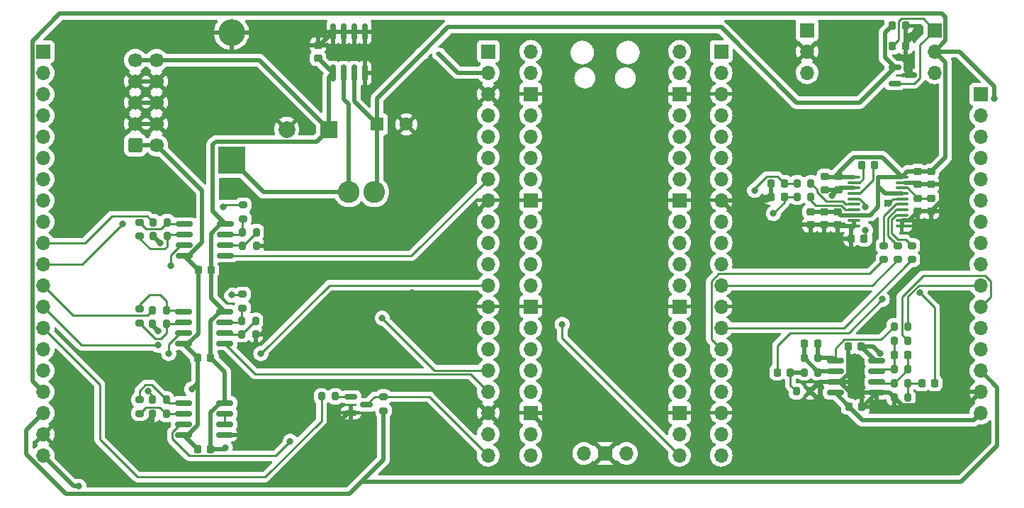
<source format=gbr>
%TF.GenerationSoftware,KiCad,Pcbnew,7.0.2*%
%TF.CreationDate,2024-07-09T13:38:02+01:00*%
%TF.ProjectId,dk2_03_bottom,646b325f-3033-45f6-926f-74746f6d2e6b,rev?*%
%TF.SameCoordinates,Original*%
%TF.FileFunction,Copper,L1,Top*%
%TF.FilePolarity,Positive*%
%FSLAX46Y46*%
G04 Gerber Fmt 4.6, Leading zero omitted, Abs format (unit mm)*
G04 Created by KiCad (PCBNEW 7.0.2) date 2024-07-09 13:38:02*
%MOMM*%
%LPD*%
G01*
G04 APERTURE LIST*
G04 Aperture macros list*
%AMRoundRect*
0 Rectangle with rounded corners*
0 $1 Rounding radius*
0 $2 $3 $4 $5 $6 $7 $8 $9 X,Y pos of 4 corners*
0 Add a 4 corners polygon primitive as box body*
4,1,4,$2,$3,$4,$5,$6,$7,$8,$9,$2,$3,0*
0 Add four circle primitives for the rounded corners*
1,1,$1+$1,$2,$3*
1,1,$1+$1,$4,$5*
1,1,$1+$1,$6,$7*
1,1,$1+$1,$8,$9*
0 Add four rect primitives between the rounded corners*
20,1,$1+$1,$2,$3,$4,$5,0*
20,1,$1+$1,$4,$5,$6,$7,0*
20,1,$1+$1,$6,$7,$8,$9,0*
20,1,$1+$1,$8,$9,$2,$3,0*%
G04 Aperture macros list end*
%TA.AperFunction,SMDPad,CuDef*%
%ADD10RoundRect,0.112500X0.187500X0.112500X-0.187500X0.112500X-0.187500X-0.112500X0.187500X-0.112500X0*%
%TD*%
%TA.AperFunction,SMDPad,CuDef*%
%ADD11RoundRect,0.200000X0.275000X-0.200000X0.275000X0.200000X-0.275000X0.200000X-0.275000X-0.200000X0*%
%TD*%
%TA.AperFunction,SMDPad,CuDef*%
%ADD12RoundRect,0.200000X-0.200000X-0.275000X0.200000X-0.275000X0.200000X0.275000X-0.200000X0.275000X0*%
%TD*%
%TA.AperFunction,SMDPad,CuDef*%
%ADD13RoundRect,0.200000X0.200000X0.275000X-0.200000X0.275000X-0.200000X-0.275000X0.200000X-0.275000X0*%
%TD*%
%TA.AperFunction,SMDPad,CuDef*%
%ADD14RoundRect,0.100000X-0.637500X-0.100000X0.637500X-0.100000X0.637500X0.100000X-0.637500X0.100000X0*%
%TD*%
%TA.AperFunction,SMDPad,CuDef*%
%ADD15RoundRect,0.150000X0.150000X-0.825000X0.150000X0.825000X-0.150000X0.825000X-0.150000X-0.825000X0*%
%TD*%
%TA.AperFunction,SMDPad,CuDef*%
%ADD16RoundRect,0.200000X-0.275000X0.200000X-0.275000X-0.200000X0.275000X-0.200000X0.275000X0.200000X0*%
%TD*%
%TA.AperFunction,SMDPad,CuDef*%
%ADD17RoundRect,0.225000X0.225000X0.250000X-0.225000X0.250000X-0.225000X-0.250000X0.225000X-0.250000X0*%
%TD*%
%TA.AperFunction,ComponentPad*%
%ADD18R,1.700000X1.700000*%
%TD*%
%TA.AperFunction,ComponentPad*%
%ADD19O,1.700000X1.700000*%
%TD*%
%TA.AperFunction,SMDPad,CuDef*%
%ADD20RoundRect,0.225000X-0.250000X0.225000X-0.250000X-0.225000X0.250000X-0.225000X0.250000X0.225000X0*%
%TD*%
%TA.AperFunction,SMDPad,CuDef*%
%ADD21RoundRect,0.150000X-0.825000X-0.150000X0.825000X-0.150000X0.825000X0.150000X-0.825000X0.150000X0*%
%TD*%
%TA.AperFunction,SMDPad,CuDef*%
%ADD22RoundRect,0.225000X-0.225000X-0.250000X0.225000X-0.250000X0.225000X0.250000X-0.225000X0.250000X0*%
%TD*%
%TA.AperFunction,SMDPad,CuDef*%
%ADD23RoundRect,0.150000X-0.587500X-0.150000X0.587500X-0.150000X0.587500X0.150000X-0.587500X0.150000X0*%
%TD*%
%TA.AperFunction,SMDPad,CuDef*%
%ADD24RoundRect,0.225000X0.250000X-0.225000X0.250000X0.225000X-0.250000X0.225000X-0.250000X-0.225000X0*%
%TD*%
%TA.AperFunction,ComponentPad*%
%ADD25RoundRect,0.250000X-0.600000X-0.600000X0.600000X-0.600000X0.600000X0.600000X-0.600000X0.600000X0*%
%TD*%
%TA.AperFunction,ComponentPad*%
%ADD26C,1.700000*%
%TD*%
%TA.AperFunction,ComponentPad*%
%ADD27C,2.600000*%
%TD*%
%TA.AperFunction,ComponentPad*%
%ADD28R,1.600000X1.600000*%
%TD*%
%TA.AperFunction,ComponentPad*%
%ADD29C,1.600000*%
%TD*%
%TA.AperFunction,ComponentPad*%
%ADD30R,2.000000X2.000000*%
%TD*%
%TA.AperFunction,ComponentPad*%
%ADD31C,2.000000*%
%TD*%
%TA.AperFunction,ComponentPad*%
%ADD32R,3.200000X3.200000*%
%TD*%
%TA.AperFunction,ComponentPad*%
%ADD33O,3.200000X3.200000*%
%TD*%
%TA.AperFunction,ViaPad*%
%ADD34C,0.800000*%
%TD*%
%TA.AperFunction,Conductor*%
%ADD35C,0.250000*%
%TD*%
%TA.AperFunction,Conductor*%
%ADD36C,0.500000*%
%TD*%
G04 APERTURE END LIST*
D10*
%TO.P,D1,1,K*%
%TO.N,Net-(#FLG02-pwr)*%
X131282323Y-56200000D03*
%TO.P,D1,2,A*%
%TO.N,+5V*%
X129182323Y-56200000D03*
%TD*%
D11*
%TO.P,R11,1*%
%TO.N,DAC_LRC*%
X184432500Y-80770000D03*
%TO.P,R11,2*%
%TO.N,Net-(U4-LRCK)*%
X184432500Y-79120000D03*
%TD*%
D12*
%TO.P,R8,1*%
%TO.N,Net-(C8-Pad2)*%
X185660000Y-90435000D03*
%TO.P,R8,2*%
%TO.N,EURO_OUT_2*%
X187310000Y-90435000D03*
%TD*%
D13*
%TO.P,R2,1*%
%TO.N,Net-(C3-Pad2)*%
X187310000Y-97235000D03*
%TO.P,R2,2*%
%TO.N,GND*%
X185660000Y-97235000D03*
%TD*%
D14*
%TO.P,U4,1,CPVDD*%
%TO.N,+3.3VDAC*%
X180857500Y-70895000D03*
%TO.P,U4,2,CAPP*%
%TO.N,Net-(U4-CAPP)*%
X180857500Y-71545000D03*
%TO.P,U4,3,CPGND*%
%TO.N,GND*%
X180857500Y-72195000D03*
%TO.P,U4,4,CAPM*%
%TO.N,Net-(U4-CAPM)*%
X180857500Y-72845000D03*
%TO.P,U4,5,VNEG*%
%TO.N,Net-(U4-VNEG)*%
X180857500Y-73495000D03*
%TO.P,U4,6,OUTL*%
%TO.N,Net-(U4-OUTL)*%
X180857500Y-74145000D03*
%TO.P,U4,7,OUTR*%
%TO.N,Net-(U4-OUTR)*%
X180857500Y-74795000D03*
%TO.P,U4,8,AVDD*%
%TO.N,+3.3VDAC*%
X180857500Y-75445000D03*
%TO.P,U4,9,AGND*%
%TO.N,GND*%
X180857500Y-76095000D03*
%TO.P,U4,10,DEMP*%
X180857500Y-76745000D03*
%TO.P,U4,11,FLT*%
X186582500Y-76745000D03*
%TO.P,U4,12,SCK*%
X186582500Y-76095000D03*
%TO.P,U4,13,BCK*%
%TO.N,Net-(U4-BCK)*%
X186582500Y-75445000D03*
%TO.P,U4,14,DIN*%
%TO.N,Net-(U4-DIN)*%
X186582500Y-74795000D03*
%TO.P,U4,15,LRCK*%
%TO.N,Net-(U4-LRCK)*%
X186582500Y-74145000D03*
%TO.P,U4,16,FMT*%
%TO.N,GND*%
X186582500Y-73495000D03*
%TO.P,U4,17,XSMT*%
%TO.N,+3.3VDAC*%
X186582500Y-72845000D03*
%TO.P,U4,18,LDOO*%
%TO.N,Net-(U4-LDOO)*%
X186582500Y-72195000D03*
%TO.P,U4,19,DGND*%
%TO.N,GND*%
X186582500Y-71545000D03*
%TO.P,U4,20,DVDD*%
%TO.N,+3.3VDAC*%
X186582500Y-70895000D03*
%TD*%
D15*
%TO.P,U8,1,VIN*%
%TO.N,+12V*%
X118627323Y-58475000D03*
%TO.P,U8,2,OUT*%
%TO.N,Net-(D2-K)*%
X119897323Y-58475000D03*
%TO.P,U8,3,FB*%
%TO.N,+5V*%
X121167323Y-58475000D03*
%TO.P,U8,4,~{EN}*%
%TO.N,GND*%
X122437323Y-58475000D03*
%TO.P,U8,5,GND*%
X122437323Y-53525000D03*
%TO.P,U8,6,GND*%
X121167323Y-53525000D03*
%TO.P,U8,7,GND*%
X119897323Y-53525000D03*
%TO.P,U8,8,GND*%
X118627323Y-53525000D03*
%TD*%
D12*
%TO.P,R14,1*%
%TO.N,SYNC_IN_EURO*%
X117250000Y-97110000D03*
%TO.P,R14,2*%
%TO.N,Net-(Q1-B)*%
X118900000Y-97110000D03*
%TD*%
D11*
%TO.P,R10,1*%
%TO.N,DAC_DOUT*%
X186082500Y-80770000D03*
%TO.P,R10,2*%
%TO.N,Net-(U4-DIN)*%
X186082500Y-79120000D03*
%TD*%
D16*
%TO.P,R19,1*%
%TO.N,Net-(R19-Pad1)*%
X95515000Y-76295000D03*
%TO.P,R19,2*%
%TO.N,Net-(U5A--)*%
X95515000Y-77945000D03*
%TD*%
D17*
%TO.P,C3,1*%
%TO.N,LINE_OUT_R*%
X190510000Y-95535000D03*
%TO.P,C3,2*%
%TO.N,Net-(C3-Pad2)*%
X188960000Y-95535000D03*
%TD*%
D18*
%TO.P,J1,1,Pin_1*%
%TO.N,unconnected-(J1-Pin_1-Pad1)*%
X84000000Y-55920000D03*
D19*
%TO.P,J1,2,Pin_2*%
%TO.N,4051_ADDRESS_A*%
X84000000Y-58460000D03*
%TO.P,J1,3,Pin_3*%
%TO.N,4051_ADDRESS_B*%
X84000000Y-61000000D03*
%TO.P,J1,4,Pin_4*%
%TO.N,4051_ADDRESS_C*%
X84000000Y-63540000D03*
%TO.P,J1,5,Pin_5*%
%TO.N,4051_READING_1*%
X84000000Y-66080000D03*
%TO.P,J1,6,Pin_6*%
%TO.N,4051_READING_0*%
X84000000Y-68620000D03*
%TO.P,J1,7,Pin_7*%
%TO.N,165_LOAD*%
X84000000Y-71160000D03*
%TO.P,J1,8,Pin_8*%
%TO.N,165_CLOCK*%
X84000000Y-73700000D03*
%TO.P,J1,9,Pin_9*%
%TO.N,165_DATA*%
X84000000Y-76240000D03*
%TO.P,J1,10,Pin_10*%
%TO.N,TRIGGER_OUT_1_EURO*%
X84000000Y-78780000D03*
%TO.P,J1,11,Pin_11*%
%TO.N,TRIGGER_OUT_2_EURO*%
X84000000Y-81320000D03*
%TO.P,J1,12,Pin_12*%
%TO.N,TRIGGER_OUT_3_EURO*%
X84000000Y-83860000D03*
%TO.P,J1,13,Pin_13*%
%TO.N,TRIGGER_OUT_4_EURO*%
X84000000Y-86400000D03*
%TO.P,J1,14,Pin_14*%
%TO.N,SYNC_IN_EURO*%
X84000000Y-88940000D03*
%TO.P,J1,15,Pin_15*%
%TO.N,SYNC_OUT_EURO*%
X84000000Y-91480000D03*
%TO.P,J1,16,Pin_16*%
%TO.N,+12V*%
X84000000Y-94020000D03*
%TO.P,J1,17,Pin_17*%
%TO.N,+3.3VDAC*%
X84000000Y-96560000D03*
%TO.P,J1,18,Pin_18*%
%TO.N,+3.3V*%
X84000000Y-99100000D03*
%TO.P,J1,19,Pin_19*%
%TO.N,GND*%
X84000000Y-101640000D03*
%TO.P,J1,20,Pin_20*%
%TO.N,-12V*%
X84000000Y-104180000D03*
%TD*%
D20*
%TO.P,C20,1*%
%TO.N,+3.3VDAC*%
X177382500Y-70845000D03*
%TO.P,C20,2*%
%TO.N,GND*%
X177382500Y-72395000D03*
%TD*%
%TO.P,C16,1*%
%TO.N,+3.3VDAC*%
X190082500Y-70245000D03*
%TO.P,C16,2*%
%TO.N,GND*%
X190082500Y-71795000D03*
%TD*%
D21*
%TO.P,U3,1*%
%TO.N,Net-(C7-Pad2)*%
X178635000Y-92865000D03*
%TO.P,U3,2,-*%
%TO.N,Net-(U3A--)*%
X178635000Y-94135000D03*
%TO.P,U3,3,+*%
%TO.N,GND*%
X178635000Y-95405000D03*
%TO.P,U3,4,V-*%
%TO.N,-12V*%
X178635000Y-96675000D03*
%TO.P,U3,5,+*%
%TO.N,GND*%
X183585000Y-96675000D03*
%TO.P,U3,6,-*%
%TO.N,Net-(U3B--)*%
X183585000Y-95405000D03*
%TO.P,U3,7*%
%TO.N,Net-(C8-Pad2)*%
X183585000Y-94135000D03*
%TO.P,U3,8,V+*%
%TO.N,+12V*%
X183585000Y-92865000D03*
%TD*%
D22*
%TO.P,C2,1*%
%TO.N,LINE_OUT_L*%
X171710000Y-94235000D03*
%TO.P,C2,2*%
%TO.N,Net-(C2-Pad2)*%
X173260000Y-94235000D03*
%TD*%
D20*
%TO.P,C11,1*%
%TO.N,+3.3VDAC*%
X175682500Y-75045000D03*
%TO.P,C11,2*%
%TO.N,GND*%
X175682500Y-76595000D03*
%TD*%
D12*
%TO.P,R3,1*%
%TO.N,Net-(C2-Pad2)*%
X174910000Y-94235000D03*
%TO.P,R3,2*%
%TO.N,Net-(U3A--)*%
X176560000Y-94235000D03*
%TD*%
D11*
%TO.P,R20,1*%
%TO.N,Net-(R18-Pad1)*%
X107915000Y-75895000D03*
%TO.P,R20,2*%
%TO.N,TRIGGER_OUT_2_EURO*%
X107915000Y-74245000D03*
%TD*%
D20*
%TO.P,C14,1*%
%TO.N,+3.3VDAC*%
X188482500Y-70245000D03*
%TO.P,C14,2*%
%TO.N,GND*%
X188482500Y-71795000D03*
%TD*%
D23*
%TO.P,U2,1,VI*%
%TO.N,+5V*%
X185732500Y-57800000D03*
%TO.P,U2,2,VO*%
%TO.N,Net-(JP1-A)*%
X185732500Y-59700000D03*
%TO.P,U2,3,GND*%
%TO.N,GND*%
X187607500Y-58750000D03*
%TD*%
D22*
%TO.P,C1,1*%
%TO.N,+5V*%
X185455000Y-52760000D03*
%TO.P,C1,2*%
%TO.N,GND*%
X187005000Y-52760000D03*
%TD*%
D13*
%TO.P,R13,1*%
%TO.N,Net-(U4-OUTR)*%
X175732500Y-73245000D03*
%TO.P,R13,2*%
%TO.N,LINE_OUT_R*%
X174082500Y-73245000D03*
%TD*%
D21*
%TO.P,U5,1*%
%TO.N,Net-(R19-Pad1)*%
X100815000Y-76495000D03*
%TO.P,U5,2,-*%
%TO.N,Net-(U5A--)*%
X100815000Y-77765000D03*
%TO.P,U5,3,+*%
%TO.N,TRIGGER_OUT_1*%
X100815000Y-79035000D03*
%TO.P,U5,4,V-*%
%TO.N,-12V*%
X100815000Y-80305000D03*
%TO.P,U5,5,+*%
%TO.N,TRIGGER_OUT_2*%
X105765000Y-80305000D03*
%TO.P,U5,6,-*%
%TO.N,Net-(U5B--)*%
X105765000Y-79035000D03*
%TO.P,U5,7*%
%TO.N,Net-(R18-Pad1)*%
X105765000Y-77765000D03*
%TO.P,U5,8,V+*%
%TO.N,+12V*%
X105765000Y-76495000D03*
%TD*%
D20*
%TO.P,C17,1*%
%TO.N,Net-(U4-LDOO)*%
X188482500Y-73445000D03*
%TO.P,C17,2*%
%TO.N,GND*%
X188482500Y-74995000D03*
%TD*%
D13*
%TO.P,R17,1*%
%TO.N,Net-(U5A--)*%
X98815000Y-77895000D03*
%TO.P,R17,2*%
%TO.N,GND*%
X97165000Y-77895000D03*
%TD*%
D12*
%TO.P,R1,1*%
%TO.N,Net-(C2-Pad2)*%
X174000000Y-96500000D03*
%TO.P,R1,2*%
%TO.N,GND*%
X175650000Y-96500000D03*
%TD*%
D11*
%TO.P,R15,1*%
%TO.N,+3.3V*%
X124650000Y-98810000D03*
%TO.P,R15,2*%
%TO.N,SYNC_IN*%
X124650000Y-97160000D03*
%TD*%
D18*
%TO.P,J2,1,Pin_1*%
%TO.N,unconnected-(J2-Pin_1-Pad1)*%
X196000000Y-61000000D03*
D19*
%TO.P,J2,2,Pin_2*%
%TO.N,unconnected-(J2-Pin_2-Pad2)*%
X196000000Y-63540000D03*
%TO.P,J2,3,Pin_3*%
%TO.N,SD_CLOCK*%
X196000000Y-66080000D03*
%TO.P,J2,4,Pin_4*%
%TO.N,SD_SERIAL_IN*%
X196000000Y-68620000D03*
%TO.P,J2,5,Pin_5*%
%TO.N,SD_SERIAL_OUT*%
X196000000Y-71160000D03*
%TO.P,J2,6,Pin_6*%
%TO.N,SD_CHIP_SELECT*%
X196000000Y-73700000D03*
%TO.P,J2,7,Pin_7*%
%TO.N,595_DATA*%
X196000000Y-76240000D03*
%TO.P,J2,8,Pin_8*%
%TO.N,595_CLOCK*%
X196000000Y-78780000D03*
%TO.P,J2,9,Pin_9*%
%TO.N,595_LATCH*%
X196000000Y-81320000D03*
%TO.P,J2,10,Pin_10*%
%TO.N,EURO_OUT_1*%
X196000000Y-83860000D03*
%TO.P,J2,11,Pin_11*%
%TO.N,EURO_OUT_2*%
X196000000Y-86400000D03*
%TO.P,J2,12,Pin_12*%
%TO.N,+12V*%
X196000000Y-88940000D03*
%TO.P,J2,13,Pin_13*%
%TO.N,+3.3VDAC*%
X196000000Y-91480000D03*
%TO.P,J2,14,Pin_14*%
%TO.N,+3.3V*%
X196000000Y-94020000D03*
%TO.P,J2,15,Pin_15*%
%TO.N,GND*%
X196000000Y-96560000D03*
%TO.P,J2,16,Pin_16*%
%TO.N,-12V*%
X196000000Y-99100000D03*
%TD*%
D13*
%TO.P,R21,1*%
%TO.N,Net-(R19-Pad1)*%
X98815000Y-76295000D03*
%TO.P,R21,2*%
%TO.N,TRIGGER_OUT_1_EURO*%
X97165000Y-76295000D03*
%TD*%
D17*
%TO.P,C23,1*%
%TO.N,+12V*%
X104015000Y-92495000D03*
%TO.P,C23,2*%
%TO.N,-12V*%
X102465000Y-92495000D03*
%TD*%
D12*
%TO.P,R22,1*%
%TO.N,Net-(U6B--)*%
X107715000Y-89695000D03*
%TO.P,R22,2*%
%TO.N,GND*%
X109365000Y-89695000D03*
%TD*%
D13*
%TO.P,R6,1*%
%TO.N,Net-(U3B--)*%
X187310000Y-93835000D03*
%TO.P,R6,2*%
%TO.N,Net-(C8-Pad2)*%
X185660000Y-93835000D03*
%TD*%
D12*
%TO.P,R16,1*%
%TO.N,Net-(U5B--)*%
X107815000Y-79095000D03*
%TO.P,R16,2*%
%TO.N,GND*%
X109465000Y-79095000D03*
%TD*%
D13*
%TO.P,R23,1*%
%TO.N,Net-(U6A--)*%
X98715000Y-88395000D03*
%TO.P,R23,2*%
%TO.N,GND*%
X97065000Y-88395000D03*
%TD*%
D21*
%TO.P,U7,1*%
%TO.N,Net-(R29-Pad1)*%
X100740000Y-97890000D03*
%TO.P,U7,2,-*%
%TO.N,Net-(U7A--)*%
X100740000Y-99160000D03*
%TO.P,U7,3,+*%
%TO.N,SYNC_OUT*%
X100740000Y-100430000D03*
%TO.P,U7,4,V-*%
%TO.N,-12V*%
X100740000Y-101700000D03*
%TO.P,U7,5,+*%
%TO.N,GND*%
X105690000Y-101700000D03*
%TO.P,U7,6,-*%
%TO.N,Net-(U7B--)*%
X105690000Y-100430000D03*
%TO.P,U7,7*%
X105690000Y-99160000D03*
%TO.P,U7,8,V+*%
%TO.N,+12V*%
X105690000Y-97890000D03*
%TD*%
D13*
%TO.P,R28,1*%
%TO.N,Net-(U7A--)*%
X98715000Y-99195000D03*
%TO.P,R28,2*%
%TO.N,GND*%
X97065000Y-99195000D03*
%TD*%
D12*
%TO.P,R7,1*%
%TO.N,Net-(C7-Pad2)*%
X185660000Y-88735000D03*
%TO.P,R7,2*%
%TO.N,EURO_OUT_1*%
X187310000Y-88735000D03*
%TD*%
D20*
%TO.P,C15,1*%
%TO.N,Net-(U4-LDOO)*%
X190082500Y-73445000D03*
%TO.P,C15,2*%
%TO.N,GND*%
X190082500Y-74995000D03*
%TD*%
D17*
%TO.P,C24,1*%
%TO.N,+12V*%
X104015000Y-103395000D03*
%TO.P,C24,2*%
%TO.N,-12V*%
X102465000Y-103395000D03*
%TD*%
D12*
%TO.P,R5,1*%
%TO.N,Net-(U3A--)*%
X174910000Y-92535000D03*
%TO.P,R5,2*%
%TO.N,Net-(C7-Pad2)*%
X176560000Y-92535000D03*
%TD*%
D17*
%TO.P,C6,1*%
%TO.N,GND*%
X181810000Y-98335000D03*
%TO.P,C6,2*%
%TO.N,-12V*%
X180260000Y-98335000D03*
%TD*%
D11*
%TO.P,R26,1*%
%TO.N,Net-(R24-Pad1)*%
X107815000Y-86545000D03*
%TO.P,R26,2*%
%TO.N,TRIGGER_OUT_4_EURO*%
X107815000Y-84895000D03*
%TD*%
D20*
%TO.P,C9,1*%
%TO.N,+3.3VDAC*%
X178882500Y-75045000D03*
%TO.P,C9,2*%
%TO.N,GND*%
X178882500Y-76595000D03*
%TD*%
D17*
%TO.P,C8,1*%
%TO.N,Net-(U3B--)*%
X187260000Y-92135000D03*
%TO.P,C8,2*%
%TO.N,Net-(C8-Pad2)*%
X185710000Y-92135000D03*
%TD*%
D13*
%TO.P,R27,1*%
%TO.N,Net-(R25-Pad1)*%
X98715000Y-86795000D03*
%TO.P,R27,2*%
%TO.N,TRIGGER_OUT_3_EURO*%
X97065000Y-86795000D03*
%TD*%
%TO.P,R12,1*%
%TO.N,Net-(U4-OUTL)*%
X175732500Y-71645000D03*
%TO.P,R12,2*%
%TO.N,LINE_OUT_L*%
X174082500Y-71645000D03*
%TD*%
D17*
%TO.P,C22,1*%
%TO.N,+12V*%
X104065000Y-81995000D03*
%TO.P,C22,2*%
%TO.N,-12V*%
X102515000Y-81995000D03*
%TD*%
%TO.P,C5,1*%
%TO.N,+12V*%
X181710000Y-91135000D03*
%TO.P,C5,2*%
%TO.N,GND*%
X180160000Y-91135000D03*
%TD*%
D13*
%TO.P,R4,1*%
%TO.N,Net-(C3-Pad2)*%
X187310000Y-95535000D03*
%TO.P,R4,2*%
%TO.N,Net-(U3B--)*%
X185660000Y-95535000D03*
%TD*%
D12*
%TO.P,R18,1*%
%TO.N,Net-(R18-Pad1)*%
X107815000Y-77495000D03*
%TO.P,R18,2*%
%TO.N,Net-(U5B--)*%
X109465000Y-77495000D03*
%TD*%
D20*
%TO.P,C10,1*%
%TO.N,+3.3VDAC*%
X177282500Y-75045000D03*
%TO.P,C10,2*%
%TO.N,GND*%
X177282500Y-76595000D03*
%TD*%
%TO.P,C18,1*%
%TO.N,+3.3VDAC*%
X178982500Y-70845000D03*
%TO.P,C18,2*%
%TO.N,GND*%
X178982500Y-72395000D03*
%TD*%
D17*
%TO.P,C21,1*%
%TO.N,LINE_OUT_R*%
X172532500Y-73245000D03*
%TO.P,C21,2*%
%TO.N,GND*%
X170982500Y-73245000D03*
%TD*%
D22*
%TO.P,C7,1*%
%TO.N,Net-(U3A--)*%
X174960000Y-90835000D03*
%TO.P,C7,2*%
%TO.N,Net-(C7-Pad2)*%
X176510000Y-90835000D03*
%TD*%
D21*
%TO.P,U6,1*%
%TO.N,Net-(R25-Pad1)*%
X100740000Y-86990000D03*
%TO.P,U6,2,-*%
%TO.N,Net-(U6A--)*%
X100740000Y-88260000D03*
%TO.P,U6,3,+*%
%TO.N,TRIGGER_OUT_3*%
X100740000Y-89530000D03*
%TO.P,U6,4,V-*%
%TO.N,-12V*%
X100740000Y-90800000D03*
%TO.P,U6,5,+*%
%TO.N,TRIGGER_OUT_4*%
X105690000Y-90800000D03*
%TO.P,U6,6,-*%
%TO.N,Net-(U6B--)*%
X105690000Y-89530000D03*
%TO.P,U6,7*%
%TO.N,Net-(R24-Pad1)*%
X105690000Y-88260000D03*
%TO.P,U6,8,V+*%
%TO.N,+12V*%
X105690000Y-86990000D03*
%TD*%
D22*
%TO.P,C12,1*%
%TO.N,Net-(U4-CAPP)*%
X181782500Y-69445000D03*
%TO.P,C12,2*%
%TO.N,Net-(U4-CAPM)*%
X183332500Y-69445000D03*
%TD*%
D17*
%TO.P,C19,1*%
%TO.N,LINE_OUT_L*%
X172532500Y-71645000D03*
%TO.P,C19,2*%
%TO.N,GND*%
X170982500Y-71645000D03*
%TD*%
D13*
%TO.P,R30,1*%
%TO.N,Net-(R29-Pad1)*%
X98715000Y-97495000D03*
%TO.P,R30,2*%
%TO.N,SYNC_OUT_EURO*%
X97065000Y-97495000D03*
%TD*%
D24*
%TO.P,C26,1*%
%TO.N,+12V*%
X116832323Y-56700000D03*
%TO.P,C26,2*%
%TO.N,GND*%
X116832323Y-55150000D03*
%TD*%
D22*
%TO.P,C4,1*%
%TO.N,Net-(JP1-A)*%
X185455000Y-55270000D03*
%TO.P,C4,2*%
%TO.N,GND*%
X187005000Y-55270000D03*
%TD*%
D17*
%TO.P,C13,1*%
%TO.N,Net-(U4-VNEG)*%
X182082500Y-78245000D03*
%TO.P,C13,2*%
%TO.N,GND*%
X180532500Y-78245000D03*
%TD*%
D12*
%TO.P,R24,1*%
%TO.N,Net-(R24-Pad1)*%
X107715000Y-88095000D03*
%TO.P,R24,2*%
%TO.N,Net-(U6B--)*%
X109365000Y-88095000D03*
%TD*%
D11*
%TO.P,R9,1*%
%TO.N,DAC_BCLK*%
X187782500Y-80770000D03*
%TO.P,R9,2*%
%TO.N,Net-(U4-BCK)*%
X187782500Y-79120000D03*
%TD*%
D23*
%TO.P,Q1,1,B*%
%TO.N,Net-(Q1-B)*%
X120775000Y-97160000D03*
%TO.P,Q1,2,E*%
%TO.N,GND*%
X120775000Y-99060000D03*
%TO.P,Q1,3,C*%
%TO.N,SYNC_IN*%
X122650000Y-98110000D03*
%TD*%
D16*
%TO.P,R25,1*%
%TO.N,Net-(R25-Pad1)*%
X95515000Y-86695000D03*
%TO.P,R25,2*%
%TO.N,Net-(U6A--)*%
X95515000Y-88345000D03*
%TD*%
%TO.P,R29,1*%
%TO.N,Net-(R29-Pad1)*%
X95515000Y-97495000D03*
%TO.P,R29,2*%
%TO.N,Net-(U7A--)*%
X95515000Y-99145000D03*
%TD*%
D25*
%TO.P,J3,1,Pin_1*%
%TO.N,-12V*%
X95000000Y-67080000D03*
D26*
%TO.P,J3,2,Pin_2*%
X97540000Y-67080000D03*
%TO.P,J3,3,Pin_3*%
%TO.N,GND*%
X95000000Y-64540000D03*
%TO.P,J3,4,Pin_4*%
X97540000Y-64540000D03*
%TO.P,J3,5,Pin_5*%
X95000000Y-62000000D03*
%TO.P,J3,6,Pin_6*%
X97540000Y-62000000D03*
%TO.P,J3,7,Pin_7*%
X95000000Y-59460000D03*
%TO.P,J3,8,Pin_8*%
X97540000Y-59460000D03*
%TO.P,J3,9,Pin_9*%
%TO.N,+12V*%
X95000000Y-56920000D03*
%TO.P,J3,10,Pin_10*%
X97540000Y-56920000D03*
%TD*%
D18*
%TO.P,JP1,1,A*%
%TO.N,Net-(JP1-A)*%
X190500000Y-53340000D03*
D19*
%TO.P,JP1,2,C*%
%TO.N,+3.3VDAC*%
X190500000Y-55880000D03*
%TO.P,JP1,3,B*%
%TO.N,+3.3V*%
X190500000Y-58420000D03*
%TD*%
D27*
%TO.P,L1,1,1*%
%TO.N,Net-(D2-K)*%
X120532323Y-72700000D03*
%TO.P,L1,2,2*%
%TO.N,+5V*%
X123532323Y-72700000D03*
%TD*%
D18*
%TO.P,J4,1,Pin_1*%
%TO.N,SERIAL_TX*%
X165000000Y-55880000D03*
D19*
%TO.P,J4,2,Pin_2*%
%TO.N,SERIAL_RX*%
X165000000Y-58420000D03*
%TO.P,J4,3,Pin_3*%
%TO.N,GND*%
X165000000Y-60960000D03*
%TO.P,J4,4,Pin_4*%
%TO.N,SD_CLOCK*%
X165000000Y-63500000D03*
%TO.P,J4,5,Pin_5*%
%TO.N,SD_SERIAL_IN*%
X165000000Y-66040000D03*
%TO.P,J4,6,Pin_6*%
%TO.N,SD_SERIAL_OUT*%
X165000000Y-68580000D03*
%TO.P,J4,7,Pin_7*%
%TO.N,SD_CHIP_SELECT*%
X165000000Y-71120000D03*
%TO.P,J4,8,Pin_8*%
%TO.N,GND*%
X165000000Y-73660000D03*
%TO.P,J4,9,Pin_9*%
%TO.N,595_DATA*%
X165000000Y-76200000D03*
%TO.P,J4,10,Pin_10*%
%TO.N,595_CLOCK*%
X165000000Y-78740000D03*
%TO.P,J4,11,Pin_11*%
%TO.N,595_LATCH*%
X165000000Y-81280000D03*
%TO.P,J4,12,Pin_12*%
%TO.N,DAC_DOUT*%
X165000000Y-83820000D03*
%TO.P,J4,13,Pin_13*%
%TO.N,GND*%
X165000000Y-86360000D03*
%TO.P,J4,14,Pin_14*%
%TO.N,DAC_BCLK*%
X165000000Y-88900000D03*
%TO.P,J4,15,Pin_15*%
%TO.N,DAC_LRC*%
X165000000Y-91440000D03*
%TO.P,J4,16,Pin_16*%
%TO.N,165_LOAD*%
X165000000Y-93980000D03*
%TO.P,J4,17,Pin_17*%
%TO.N,165_CLOCK*%
X165000000Y-96520000D03*
%TO.P,J4,18,Pin_18*%
%TO.N,GND*%
X165000000Y-99060000D03*
%TO.P,J4,19,Pin_19*%
%TO.N,165_DATA*%
X165000000Y-101600000D03*
%TO.P,J4,20,Pin_20*%
%TO.N,TRIGGER_OUT_1*%
X165000000Y-104140000D03*
%TD*%
D28*
%TO.P,C27,1*%
%TO.N,+5V*%
X123879672Y-64600000D03*
D29*
%TO.P,C27,2*%
%TO.N,GND*%
X127379672Y-64600000D03*
%TD*%
D30*
%TO.P,C25,1*%
%TO.N,+12V*%
X118100000Y-65200000D03*
D31*
%TO.P,C25,2*%
%TO.N,GND*%
X113100000Y-65200000D03*
%TD*%
D32*
%TO.P,D2,1,K*%
%TO.N,Net-(D2-K)*%
X106490000Y-68880000D03*
D33*
%TO.P,D2,2,A*%
%TO.N,GND*%
X106490000Y-53640000D03*
%TD*%
D18*
%TO.P,J6,1,Pin_1*%
%TO.N,SERIAL_TX*%
X175260000Y-53340000D03*
D19*
%TO.P,J6,2,Pin_2*%
%TO.N,GND*%
X175260000Y-55880000D03*
%TO.P,J6,3,Pin_3*%
%TO.N,SERIAL_RX*%
X175260000Y-58420000D03*
%TD*%
D18*
%TO.P,J5,1,Pin_1*%
%TO.N,unconnected-(J5-Pin_1-Pad1)*%
X137160000Y-55880000D03*
D19*
%TO.P,J5,2,Pin_2*%
%TO.N,Net-(#FLG02-pwr)*%
X137160000Y-58420000D03*
%TO.P,J5,3,Pin_3*%
%TO.N,GND*%
X137160000Y-60960000D03*
%TO.P,J5,4,Pin_4*%
%TO.N,unconnected-(J5-Pin_4-Pad4)*%
X137160000Y-63500000D03*
%TO.P,J5,5,Pin_5*%
%TO.N,+3.3V*%
X137160000Y-66040000D03*
%TO.P,J5,6,Pin_6*%
%TO.N,unconnected-(J5-Pin_6-Pad6)*%
X137160000Y-68580000D03*
%TO.P,J5,7,Pin_7*%
%TO.N,TRIGGER_OUT_2*%
X137160000Y-71120000D03*
%TO.P,J5,8,Pin_8*%
%TO.N,GND*%
X137160000Y-73660000D03*
%TO.P,J5,9,Pin_9*%
%TO.N,4051_READING_1*%
X137160000Y-76200000D03*
%TO.P,J5,10,Pin_10*%
%TO.N,4051_READING_0*%
X137160000Y-78740000D03*
%TO.P,J5,11,Pin_11*%
%TO.N,unconnected-(J5-Pin_11-Pad11)*%
X137160000Y-81280000D03*
%TO.P,J5,12,Pin_12*%
%TO.N,TRIGGER_OUT_3*%
X137160000Y-83820000D03*
%TO.P,J5,13,Pin_13*%
%TO.N,GND*%
X137160000Y-86360000D03*
%TO.P,J5,14,Pin_14*%
%TO.N,4051_ADDRESS_C*%
X137160000Y-88900000D03*
%TO.P,J5,15,Pin_15*%
%TO.N,4051_ADDRESS_B*%
X137160000Y-91440000D03*
%TO.P,J5,16,Pin_16*%
%TO.N,4051_ADDRESS_A*%
X137160000Y-93980000D03*
%TO.P,J5,17,Pin_17*%
%TO.N,TRIGGER_OUT_4*%
X137160000Y-96520000D03*
%TO.P,J5,18,Pin_18*%
%TO.N,GND*%
X137160000Y-99060000D03*
%TO.P,J5,19,Pin_19*%
%TO.N,SYNC_OUT*%
X137160000Y-101600000D03*
%TO.P,J5,20,Pin_20*%
%TO.N,SYNC_IN*%
X137160000Y-104140000D03*
%TD*%
%TO.P,U1,1,GPIO0*%
%TO.N,SERIAL_TX*%
X160020000Y-55880000D03*
%TO.P,U1,2,GPIO1*%
%TO.N,SERIAL_RX*%
X160020000Y-58420000D03*
D18*
%TO.P,U1,3,GND*%
%TO.N,GND*%
X160020000Y-60960000D03*
D19*
%TO.P,U1,4,GPIO2*%
%TO.N,SD_CLOCK*%
X160020000Y-63500000D03*
%TO.P,U1,5,GPIO3*%
%TO.N,SD_SERIAL_IN*%
X160020000Y-66040000D03*
%TO.P,U1,6,GPIO4*%
%TO.N,SD_SERIAL_OUT*%
X160020000Y-68580000D03*
%TO.P,U1,7,GPIO5*%
%TO.N,SD_CHIP_SELECT*%
X160020000Y-71120000D03*
D18*
%TO.P,U1,8,GND*%
%TO.N,GND*%
X160020000Y-73660000D03*
D19*
%TO.P,U1,9,GPIO6*%
%TO.N,595_DATA*%
X160020000Y-76200000D03*
%TO.P,U1,10,GPIO7*%
%TO.N,595_CLOCK*%
X160020000Y-78740000D03*
%TO.P,U1,11,GPIO8*%
%TO.N,595_LATCH*%
X160020000Y-81280000D03*
%TO.P,U1,12,GPIO9*%
%TO.N,DAC_DOUT*%
X160020000Y-83820000D03*
D18*
%TO.P,U1,13,GND*%
%TO.N,GND*%
X160020000Y-86360000D03*
D19*
%TO.P,U1,14,GPIO10*%
%TO.N,DAC_BCLK*%
X160020000Y-88900000D03*
%TO.P,U1,15,GPIO11*%
%TO.N,DAC_LRC*%
X160020000Y-91440000D03*
%TO.P,U1,16,GPIO12*%
%TO.N,165_LOAD*%
X160020000Y-93980000D03*
%TO.P,U1,17,GPIO13*%
%TO.N,165_CLOCK*%
X160020000Y-96520000D03*
D18*
%TO.P,U1,18,GND*%
%TO.N,GND*%
X160020000Y-99060000D03*
D19*
%TO.P,U1,19,GPIO14*%
%TO.N,165_DATA*%
X160020000Y-101600000D03*
%TO.P,U1,20,GPIO15*%
%TO.N,TRIGGER_OUT_1*%
X160020000Y-104140000D03*
%TO.P,U1,21,GPIO16*%
%TO.N,SYNC_IN*%
X142240000Y-104140000D03*
%TO.P,U1,22,GPIO17*%
%TO.N,SYNC_OUT*%
X142240000Y-101600000D03*
D18*
%TO.P,U1,23,GND*%
%TO.N,GND*%
X142240000Y-99060000D03*
D19*
%TO.P,U1,24,GPIO18*%
%TO.N,TRIGGER_OUT_4*%
X142240000Y-96520000D03*
%TO.P,U1,25,GPIO19*%
%TO.N,4051_ADDRESS_A*%
X142240000Y-93980000D03*
%TO.P,U1,26,GPIO20*%
%TO.N,4051_ADDRESS_B*%
X142240000Y-91440000D03*
%TO.P,U1,27,GPIO21*%
%TO.N,4051_ADDRESS_C*%
X142240000Y-88900000D03*
D18*
%TO.P,U1,28,GND*%
%TO.N,GND*%
X142240000Y-86360000D03*
D19*
%TO.P,U1,29,GPIO22*%
%TO.N,TRIGGER_OUT_3*%
X142240000Y-83820000D03*
%TO.P,U1,30,RUN*%
%TO.N,unconnected-(J5-Pin_11-Pad11)*%
X142240000Y-81280000D03*
%TO.P,U1,31,GPIO26_ADC0*%
%TO.N,4051_READING_0*%
X142240000Y-78740000D03*
%TO.P,U1,32,GPIO27_ADC1*%
%TO.N,4051_READING_1*%
X142240000Y-76200000D03*
D18*
%TO.P,U1,33,AGND*%
%TO.N,GND*%
X142240000Y-73660000D03*
D19*
%TO.P,U1,34,GPIO28_ADC2*%
%TO.N,TRIGGER_OUT_2*%
X142240000Y-71120000D03*
%TO.P,U1,35,ADC_VREF*%
%TO.N,unconnected-(J5-Pin_6-Pad6)*%
X142240000Y-68580000D03*
%TO.P,U1,36,3V3*%
%TO.N,+3.3V*%
X142240000Y-66040000D03*
%TO.P,U1,37,3V3_EN*%
%TO.N,unconnected-(J5-Pin_4-Pad4)*%
X142240000Y-63500000D03*
D18*
%TO.P,U1,38,GND*%
%TO.N,GND*%
X142240000Y-60960000D03*
D19*
%TO.P,U1,39,VSYS*%
%TO.N,Net-(#FLG02-pwr)*%
X142240000Y-58420000D03*
%TO.P,U1,40,VBUS*%
%TO.N,unconnected-(J5-Pin_1-Pad1)*%
X142240000Y-55880000D03*
%TO.P,U1,41,SWCLK*%
%TO.N,unconnected-(U1-SWCLK-Pad41)*%
X153670000Y-103910000D03*
D18*
%TO.P,U1,42,GND*%
%TO.N,GND*%
X151130000Y-103910000D03*
D19*
%TO.P,U1,43,SWDIO*%
%TO.N,unconnected-(U1-SWDIO-Pad43)*%
X148590000Y-103910000D03*
%TD*%
D34*
%TO.N,GND*%
X97750000Y-89250000D03*
X119250000Y-100250000D03*
X97250000Y-103250000D03*
X188000000Y-54000000D03*
X185000000Y-74000000D03*
X111000000Y-79000000D03*
X105250000Y-84824500D03*
X128000000Y-84750000D03*
X191250000Y-71750000D03*
X145500000Y-104750000D03*
X124500000Y-52750000D03*
X110500000Y-89250000D03*
X107500000Y-101750000D03*
X98000000Y-78750000D03*
X116750000Y-88500000D03*
X124000000Y-59000000D03*
X178250000Y-73095500D03*
%TO.N,Net-(U4-VNEG)*%
X182250000Y-77250000D03*
X182250000Y-74500000D03*
%TO.N,SYNC_OUT*%
X113500000Y-102500000D03*
%TO.N,4051_ADDRESS_A*%
X124500000Y-87750000D03*
%TO.N,LINE_OUT_L*%
X169000000Y-72500000D03*
X184250000Y-85500000D03*
%TO.N,TRIGGER_OUT_2_EURO*%
X105500000Y-74500000D03*
X93500000Y-76500000D03*
%TO.N,TRIGGER_OUT_4_EURO*%
X106500000Y-85000000D03*
X97750000Y-91000000D03*
%TO.N,SYNC_OUT_EURO*%
X96500000Y-96500000D03*
%TO.N,+3.3VDAC*%
X197650500Y-61500000D03*
%TO.N,LINE_OUT_R*%
X188750000Y-84750000D03*
X171250000Y-75250000D03*
%TO.N,+12V*%
X105750000Y-103250000D03*
X184000000Y-92000000D03*
%TO.N,-12V*%
X88250000Y-107859500D03*
X101750000Y-96250000D03*
%TO.N,TRIGGER_OUT_1*%
X146000000Y-88500000D03*
X99250000Y-81500000D03*
%TO.N,TRIGGER_OUT_3*%
X110000000Y-92000000D03*
X99000000Y-92000000D03*
%TD*%
D35*
%TO.N,Net-(C2-Pad2)*%
X174000000Y-96500000D02*
X173260000Y-95760000D01*
X173260000Y-95760000D02*
X173260000Y-94235000D01*
D36*
%TO.N,GND*%
X176745000Y-95405000D02*
X178635000Y-95405000D01*
X175650000Y-96500000D02*
X176745000Y-95405000D01*
%TO.N,Net-(C2-Pad2)*%
X174910000Y-94235000D02*
X173260000Y-94235000D01*
D35*
%TO.N,Net-(C3-Pad2)*%
X187310000Y-95535000D02*
X187310000Y-97235000D01*
X188960000Y-95535000D02*
X187310000Y-95535000D01*
%TO.N,Net-(Q1-B)*%
X120775000Y-97160000D02*
X118950000Y-97160000D01*
X118950000Y-97160000D02*
X118900000Y-97110000D01*
D36*
%TO.N,GND*%
X145500000Y-102320000D02*
X142240000Y-99060000D01*
X145500000Y-104750000D02*
X145500000Y-102320000D01*
X151130000Y-103910000D02*
X146280000Y-99060000D01*
X116832323Y-55150000D02*
X117002323Y-55150000D01*
X180857500Y-76745000D02*
X180857500Y-76145000D01*
X194400000Y-98160000D02*
X196000000Y-96560000D01*
X187005000Y-58147500D02*
X187607500Y-58750000D01*
X123725000Y-53525000D02*
X124500000Y-52750000D01*
X105690000Y-101700000D02*
X107450000Y-101700000D01*
X187005000Y-55270000D02*
X187005000Y-58147500D01*
X165000000Y-73660000D02*
X170567500Y-73660000D01*
X187005000Y-55270000D02*
X187005000Y-54995000D01*
X167935000Y-76595000D02*
X165000000Y-73660000D01*
X170982500Y-73245000D02*
X170982500Y-71645000D01*
X188482500Y-71795000D02*
X188232500Y-71545000D01*
X181925000Y-98335000D02*
X183585000Y-96675000D01*
X185660000Y-97235000D02*
X186585000Y-98160000D01*
D35*
X185505000Y-73495000D02*
X185000000Y-74000000D01*
D36*
X178882500Y-76595000D02*
X175682500Y-76595000D01*
X180532500Y-78245000D02*
X180532500Y-77070000D01*
X179032500Y-76745000D02*
X178882500Y-76595000D01*
X178982500Y-72395000D02*
X178950500Y-72395000D01*
X97250000Y-101750000D02*
X96000000Y-100500000D01*
X180857500Y-76745000D02*
X179032500Y-76745000D01*
X188482500Y-75060317D02*
X187447817Y-76095000D01*
X185100000Y-96675000D02*
X185660000Y-97235000D01*
X97165000Y-77895000D02*
X97165000Y-77915000D01*
X181810000Y-98335000D02*
X181925000Y-98335000D01*
X109365000Y-89695000D02*
X110055000Y-89695000D01*
X191205000Y-71795000D02*
X191250000Y-71750000D01*
X188482500Y-74995000D02*
X188482500Y-75060317D01*
X123475000Y-58475000D02*
X124000000Y-59000000D01*
X190082500Y-74995000D02*
X188482500Y-74995000D01*
X187005000Y-54995000D02*
X188000000Y-54000000D01*
X109465000Y-79095000D02*
X110905000Y-79095000D01*
X97065000Y-88395000D02*
X97065000Y-88565000D01*
X186582500Y-76745000D02*
X186582500Y-76095000D01*
X186585000Y-98160000D02*
X194400000Y-98160000D01*
X190082500Y-71795000D02*
X188482500Y-71795000D01*
X105250000Y-84824500D02*
X108074500Y-82000000D01*
X179182500Y-72195000D02*
X178982500Y-72395000D01*
X97250000Y-103250000D02*
X97250000Y-101750000D01*
X97165000Y-77915000D02*
X98000000Y-78750000D01*
X97540000Y-62000000D02*
X95000000Y-62000000D01*
X110055000Y-89695000D02*
X110500000Y-89250000D01*
X191250000Y-73827500D02*
X191250000Y-71750000D01*
X117002323Y-55150000D02*
X118627323Y-53525000D01*
X118627323Y-53525000D02*
X122437323Y-53525000D01*
X120775000Y-99060000D02*
X120440000Y-99060000D01*
X128820000Y-82000000D02*
X137160000Y-73660000D01*
X190082500Y-71795000D02*
X191205000Y-71795000D01*
X188232500Y-71545000D02*
X186922450Y-71545000D01*
X183585000Y-96675000D02*
X180458528Y-96675000D01*
X107450000Y-101700000D02*
X107500000Y-101750000D01*
X146280000Y-99060000D02*
X142240000Y-99060000D01*
X97065000Y-88565000D02*
X97750000Y-89250000D01*
X108074500Y-82000000D02*
X128820000Y-82000000D01*
X97540000Y-59460000D02*
X95000000Y-59460000D01*
D35*
X186582500Y-73495000D02*
X185505000Y-73495000D01*
D36*
X97065000Y-99195000D02*
X97065000Y-99435000D01*
X97065000Y-99435000D02*
X96000000Y-100500000D01*
X122437323Y-53525000D02*
X123725000Y-53525000D01*
X97540000Y-64540000D02*
X95000000Y-64540000D01*
X180458528Y-96675000D02*
X179188528Y-95405000D01*
X180160000Y-91135000D02*
X180160000Y-94433528D01*
X180160000Y-94433528D02*
X179188528Y-95405000D01*
X180857500Y-72195000D02*
X179182500Y-72195000D01*
X190082500Y-74995000D02*
X191250000Y-73827500D01*
X122437323Y-58475000D02*
X123475000Y-58475000D01*
X116750000Y-88500000D02*
X120500000Y-84750000D01*
X178950500Y-72395000D02*
X178250000Y-73095500D01*
X120440000Y-99060000D02*
X119250000Y-100250000D01*
X120500000Y-84750000D02*
X128000000Y-84750000D01*
X187447817Y-76095000D02*
X186582500Y-76095000D01*
X178982500Y-72395000D02*
X177382500Y-72395000D01*
X183585000Y-96675000D02*
X185100000Y-96675000D01*
X170567500Y-73660000D02*
X170982500Y-73245000D01*
X110905000Y-79095000D02*
X111000000Y-79000000D01*
X179188528Y-95405000D02*
X178635000Y-95405000D01*
X187005000Y-52760000D02*
X187005000Y-55270000D01*
X175682500Y-76595000D02*
X167935000Y-76595000D01*
X180532500Y-77070000D02*
X180857500Y-76745000D01*
D35*
%TO.N,SYNC_IN*%
X130180000Y-97160000D02*
X137160000Y-104140000D01*
X123600000Y-97160000D02*
X122650000Y-98110000D01*
X124650000Y-97160000D02*
X130180000Y-97160000D01*
X124650000Y-97160000D02*
X123600000Y-97160000D01*
D36*
%TO.N,Net-(U3A--)*%
X176660000Y-94135000D02*
X176560000Y-94235000D01*
X174910000Y-92535000D02*
X174910000Y-90885000D01*
X178635000Y-94135000D02*
X176660000Y-94135000D01*
X176560000Y-94185000D02*
X174910000Y-92535000D01*
X176560000Y-94235000D02*
X176560000Y-94185000D01*
X174910000Y-90885000D02*
X174960000Y-90835000D01*
D35*
%TO.N,Net-(U3B--)*%
X187310000Y-93835000D02*
X187310000Y-92185000D01*
X187310000Y-93835000D02*
X187310000Y-93885000D01*
X185660000Y-95535000D02*
X183715000Y-95535000D01*
X187310000Y-93885000D02*
X185660000Y-95535000D01*
X187310000Y-92185000D02*
X187260000Y-92135000D01*
X183715000Y-95535000D02*
X183585000Y-95405000D01*
%TO.N,Net-(C8-Pad2)*%
X185710000Y-93785000D02*
X185660000Y-93835000D01*
X185660000Y-92085000D02*
X185710000Y-92135000D01*
X185660000Y-93835000D02*
X183885000Y-93835000D01*
X183885000Y-93835000D02*
X183585000Y-94135000D01*
X185660000Y-90435000D02*
X185660000Y-92085000D01*
X185710000Y-92135000D02*
X185710000Y-93785000D01*
%TO.N,Net-(U4-CAPP)*%
X182000000Y-69662500D02*
X181782500Y-69445000D01*
X182000000Y-71091041D02*
X182000000Y-69662500D01*
X180857500Y-71545000D02*
X181546041Y-71545000D01*
X181546041Y-71545000D02*
X182000000Y-71091041D01*
%TO.N,Net-(U4-CAPM)*%
X183175000Y-69602500D02*
X183175000Y-71216041D01*
X183175000Y-71216041D02*
X181546041Y-72845000D01*
X183332500Y-69445000D02*
X183175000Y-69602500D01*
X181546041Y-72845000D02*
X180857500Y-72845000D01*
%TO.N,Net-(U4-VNEG)*%
X181546041Y-73495000D02*
X182250000Y-74198959D01*
X180857500Y-73495000D02*
X181546041Y-73495000D01*
X182250000Y-74198959D02*
X182250000Y-74500000D01*
X182250000Y-77250000D02*
X182250000Y-78077500D01*
X182250000Y-78077500D02*
X182082500Y-78245000D01*
%TO.N,Net-(U4-LDOO)*%
X187271041Y-72195000D02*
X186582500Y-72195000D01*
X190082500Y-73445000D02*
X188482500Y-73445000D01*
X188482500Y-73445000D02*
X188482500Y-73406459D01*
X188482500Y-73406459D02*
X187271041Y-72195000D01*
D36*
%TO.N,Net-(D2-K)*%
X120467323Y-72635000D02*
X120467323Y-62177600D01*
X120532323Y-72700000D02*
X110310000Y-72700000D01*
X110310000Y-72700000D02*
X106490000Y-68880000D01*
X119897323Y-61607600D02*
X119897323Y-58475000D01*
X120532323Y-72700000D02*
X120467323Y-72635000D01*
X120467323Y-62177600D02*
X119897323Y-61607600D01*
D35*
%TO.N,Net-(JP1-A)*%
X186552183Y-51960000D02*
X189120000Y-51960000D01*
X185732500Y-59700000D02*
X188066751Y-59700000D01*
X185455000Y-55270000D02*
X186230000Y-54495000D01*
X189120000Y-51960000D02*
X190500000Y-53340000D01*
X186230000Y-52282183D02*
X186552183Y-51960000D01*
X188066751Y-59700000D02*
X188750000Y-59016751D01*
X186230000Y-54495000D02*
X186230000Y-52282183D01*
X188750000Y-55090000D02*
X190500000Y-53340000D01*
X188750000Y-59016751D02*
X188750000Y-55090000D01*
D36*
%TO.N,Net-(#FLG02-pwr)*%
X133502323Y-58420000D02*
X137160000Y-58420000D01*
X131282323Y-56200000D02*
X133502323Y-58420000D01*
D35*
%TO.N,DAC_DOUT*%
X183032500Y-83820000D02*
X165000000Y-83820000D01*
X186082500Y-80770000D02*
X183032500Y-83820000D01*
%TO.N,DAC_BCLK*%
X179652500Y-88900000D02*
X187782500Y-80770000D01*
X165000000Y-88900000D02*
X179652500Y-88900000D01*
%TO.N,DAC_LRC*%
X182747500Y-82455000D02*
X184432500Y-80770000D01*
X164703299Y-82455000D02*
X182747500Y-82455000D01*
X163825000Y-90265000D02*
X163825000Y-83333299D01*
X163825000Y-83333299D02*
X164703299Y-82455000D01*
X165000000Y-91440000D02*
X163825000Y-90265000D01*
%TO.N,SYNC_OUT*%
X100363249Y-100430000D02*
X99440000Y-101353249D01*
X100740000Y-100430000D02*
X100363249Y-100430000D01*
X99440000Y-102190000D02*
X101445000Y-104195000D01*
X101445000Y-104195000D02*
X111805000Y-104195000D01*
X111805000Y-104195000D02*
X113500000Y-102500000D01*
X99440000Y-101353249D02*
X99440000Y-102190000D01*
%TO.N,4051_ADDRESS_A*%
X130730000Y-93980000D02*
X137160000Y-93980000D01*
X124500000Y-87750000D02*
X130730000Y-93980000D01*
%TO.N,TRIGGER_OUT_1_EURO*%
X88970000Y-78780000D02*
X84000000Y-78780000D01*
X96440000Y-75570000D02*
X92180000Y-75570000D01*
X97165000Y-76295000D02*
X96440000Y-75570000D01*
X92180000Y-75570000D02*
X88970000Y-78780000D01*
%TO.N,LINE_OUT_L*%
X172532500Y-71645000D02*
X171732500Y-70845000D01*
X171732500Y-70845000D02*
X170405000Y-70845000D01*
X174082500Y-71645000D02*
X172532500Y-71645000D01*
X173250000Y-89500000D02*
X171710000Y-91040000D01*
X180250000Y-89500000D02*
X173250000Y-89500000D01*
X171710000Y-91040000D02*
X171710000Y-94235000D01*
X184250000Y-85500000D02*
X180250000Y-89500000D01*
X170405000Y-70845000D02*
X169000000Y-72250000D01*
X169000000Y-72250000D02*
X169000000Y-72500000D01*
D36*
%TO.N,+5V*%
X174000000Y-62000000D02*
X181532500Y-62000000D01*
X121167323Y-61887651D02*
X121167323Y-58475000D01*
X123879672Y-64600000D02*
X123879672Y-72352651D01*
X123879672Y-64600000D02*
X123879672Y-61502651D01*
X129182323Y-56200000D02*
X132382323Y-53000000D01*
X165000000Y-53000000D02*
X174000000Y-62000000D01*
X181532500Y-62000000D02*
X185732500Y-57800000D01*
X123879672Y-72352651D02*
X123532323Y-72700000D01*
X132382323Y-53000000D02*
X165000000Y-53000000D01*
X184555000Y-56622500D02*
X184555000Y-53660000D01*
X123879672Y-64600000D02*
X121167323Y-61887651D01*
X184555000Y-53660000D02*
X185455000Y-52760000D01*
X123879672Y-61502651D02*
X129182323Y-56200000D01*
X185732500Y-57800000D02*
X184555000Y-56622500D01*
D35*
%TO.N,TRIGGER_OUT_2_EURO*%
X93500000Y-76500000D02*
X88680000Y-81320000D01*
X107915000Y-74245000D02*
X105755000Y-74245000D01*
X88680000Y-81320000D02*
X84000000Y-81320000D01*
X105755000Y-74245000D02*
X105500000Y-74500000D01*
%TO.N,TRIGGER_OUT_3_EURO*%
X97065000Y-86795000D02*
X96440000Y-87420000D01*
X87560000Y-87420000D02*
X84000000Y-83860000D01*
X96440000Y-87420000D02*
X87560000Y-87420000D01*
%TO.N,TRIGGER_OUT_4_EURO*%
X106500000Y-85000000D02*
X107710000Y-85000000D01*
X88600000Y-91000000D02*
X84000000Y-86400000D01*
X97750000Y-91000000D02*
X88600000Y-91000000D01*
X107710000Y-85000000D02*
X107815000Y-84895000D01*
%TO.N,SYNC_IN_EURO*%
X90750000Y-95690000D02*
X84000000Y-88940000D01*
X95250000Y-106750000D02*
X90750000Y-102250000D01*
X90750000Y-102250000D02*
X90750000Y-95690000D01*
X117250000Y-100000000D02*
X110500000Y-106750000D01*
X110500000Y-106750000D02*
X95250000Y-106750000D01*
X117250000Y-97110000D02*
X117250000Y-100000000D01*
%TO.N,SYNC_OUT_EURO*%
X97065000Y-97065000D02*
X96500000Y-96500000D01*
X97065000Y-97495000D02*
X97065000Y-97065000D01*
%TO.N,EURO_OUT_1*%
X187310000Y-88735000D02*
X187310000Y-85164695D01*
X188614695Y-83860000D02*
X196000000Y-83860000D01*
X187310000Y-85164695D02*
X188614695Y-83860000D01*
%TO.N,EURO_OUT_2*%
X186585000Y-85253299D02*
X189153299Y-82685000D01*
X189153299Y-82685000D02*
X196486701Y-82685000D01*
X197175000Y-85225000D02*
X196000000Y-86400000D01*
X197175000Y-83373299D02*
X197175000Y-85225000D01*
X187310000Y-90435000D02*
X186585000Y-89710000D01*
X186585000Y-89710000D02*
X186585000Y-85253299D01*
X196486701Y-82685000D02*
X197175000Y-83373299D01*
%TO.N,Net-(U4-BCK)*%
X185887500Y-75445000D02*
X186582500Y-75445000D01*
X187057500Y-78395000D02*
X186145000Y-78395000D01*
X187782500Y-79120000D02*
X187057500Y-78395000D01*
X186145000Y-78395000D02*
X185332500Y-77582500D01*
X185332500Y-76000000D02*
X185887500Y-75445000D01*
X185332500Y-77582500D02*
X185332500Y-76000000D01*
%TO.N,Net-(U4-DIN)*%
X184882500Y-75806459D02*
X184882500Y-77920000D01*
X185880355Y-74808604D02*
X184882500Y-75806459D01*
X186582500Y-74795000D02*
X185880355Y-74795000D01*
X184882500Y-77920000D02*
X186082500Y-79120000D01*
X185880355Y-74795000D02*
X185880355Y-74808604D01*
%TO.N,Net-(U4-LRCK)*%
X184432500Y-79120000D02*
X184432500Y-75606459D01*
X185893959Y-74145000D02*
X186582500Y-74145000D01*
X184432500Y-75606459D02*
X185893959Y-74145000D01*
%TO.N,Net-(U4-OUTL)*%
X175732500Y-71645000D02*
X176457500Y-72370000D01*
X179871713Y-74145000D02*
X179546713Y-73820000D01*
X179546713Y-73820000D02*
X177554683Y-73820000D01*
X177554683Y-73820000D02*
X176457500Y-72722817D01*
X180857500Y-74145000D02*
X179871713Y-74145000D01*
X176457500Y-72722817D02*
X176457500Y-72370000D01*
D36*
%TO.N,+3.3VDAC*%
X182805000Y-75445000D02*
X180857500Y-75445000D01*
X197650500Y-61500000D02*
X197650500Y-60050500D01*
X191800000Y-68527500D02*
X190082500Y-70245000D01*
X183750000Y-71750000D02*
X183750000Y-70895000D01*
X82700000Y-54620000D02*
X82700000Y-95260000D01*
X183750000Y-72000000D02*
X183750000Y-71750000D01*
X178882500Y-75045000D02*
X175682500Y-75045000D01*
X178982500Y-70424594D02*
X178982500Y-70845000D01*
X183750000Y-71750000D02*
X183750000Y-74500000D01*
X191800000Y-57180000D02*
X191800000Y-68527500D01*
X180887094Y-68520000D02*
X178982500Y-70424594D01*
X180857500Y-70895000D02*
X177432500Y-70895000D01*
X186582500Y-72845000D02*
X184595000Y-72845000D01*
X190500000Y-55880000D02*
X191800000Y-54580000D01*
X193480000Y-55880000D02*
X190500000Y-55880000D01*
X187232500Y-70245000D02*
X186582500Y-70895000D01*
X179282500Y-75445000D02*
X178882500Y-75045000D01*
X197650500Y-60050500D02*
X193480000Y-55880000D01*
X190500000Y-55880000D02*
X191800000Y-57180000D01*
X191800000Y-54580000D02*
X191800000Y-51800000D01*
X186582500Y-70895000D02*
X183750000Y-70895000D01*
X184595000Y-72845000D02*
X183750000Y-72000000D01*
X188482500Y-70245000D02*
X187232500Y-70245000D01*
X191800000Y-51800000D02*
X191385000Y-51385000D01*
X190082500Y-70245000D02*
X188482500Y-70245000D01*
X186582500Y-70895000D02*
X184207500Y-68520000D01*
X183750000Y-74500000D02*
X182805000Y-75445000D01*
X82700000Y-95260000D02*
X84000000Y-96560000D01*
X184207500Y-68520000D02*
X180887094Y-68520000D01*
X85935000Y-51385000D02*
X82700000Y-54620000D01*
X177432500Y-70895000D02*
X177382500Y-70845000D01*
X191385000Y-51385000D02*
X85935000Y-51385000D01*
X180857500Y-75445000D02*
X179282500Y-75445000D01*
D35*
%TO.N,Net-(U4-OUTR)*%
X179885317Y-74795000D02*
X180857500Y-74795000D01*
X179360317Y-74270000D02*
X179885317Y-74795000D01*
X175732500Y-73245000D02*
X175732500Y-73732500D01*
X175732500Y-73732500D02*
X176270000Y-74270000D01*
X176270000Y-74270000D02*
X179360317Y-74270000D01*
%TO.N,LINE_OUT_R*%
X172532500Y-73245000D02*
X172532500Y-73967500D01*
X188750000Y-84750000D02*
X190510000Y-86510000D01*
X172532500Y-73967500D02*
X171250000Y-75250000D01*
X172532500Y-73245000D02*
X174082500Y-73245000D01*
X190510000Y-86510000D02*
X190510000Y-95535000D01*
%TO.N,Net-(U5B--)*%
X107865000Y-79095000D02*
X109465000Y-77495000D01*
X107815000Y-79095000D02*
X107865000Y-79095000D01*
X105765000Y-79035000D02*
X107755000Y-79035000D01*
X107755000Y-79035000D02*
X107815000Y-79095000D01*
D36*
%TO.N,+12V*%
X105605000Y-103395000D02*
X105750000Y-103250000D01*
X116650000Y-66650000D02*
X104620000Y-66650000D01*
X104065000Y-85365000D02*
X105690000Y-86990000D01*
X118100000Y-65200000D02*
X116650000Y-66650000D01*
X104250000Y-74980000D02*
X105765000Y-76495000D01*
X183585000Y-92865000D02*
X183440000Y-92865000D01*
X183440000Y-92865000D02*
X181710000Y-91135000D01*
X105690000Y-86990000D02*
X105136472Y-86990000D01*
X181710000Y-91135000D02*
X183135000Y-91135000D01*
X109820000Y-56920000D02*
X97540000Y-56920000D01*
X105690000Y-94170000D02*
X104015000Y-92495000D01*
X104015000Y-103395000D02*
X104015000Y-99011472D01*
X105690000Y-97890000D02*
X105690000Y-94170000D01*
X118100000Y-65200000D02*
X109820000Y-56920000D01*
X118627323Y-58475000D02*
X118607323Y-58475000D01*
X105209239Y-76495000D02*
X104065000Y-77639239D01*
X104620000Y-66650000D02*
X104250000Y-67020000D01*
X118100000Y-59002323D02*
X118627323Y-58475000D01*
X104015000Y-103395000D02*
X105605000Y-103395000D01*
X104015000Y-99011472D02*
X105136472Y-97890000D01*
X118100000Y-65200000D02*
X118100000Y-59002323D01*
X105136472Y-97890000D02*
X105690000Y-97890000D01*
X104015000Y-88111472D02*
X104015000Y-92495000D01*
X104250000Y-67020000D02*
X104250000Y-74980000D01*
X183135000Y-91135000D02*
X184000000Y-92000000D01*
X118607323Y-58475000D02*
X116832323Y-56700000D01*
X104065000Y-77639239D02*
X104065000Y-81995000D01*
X97540000Y-56920000D02*
X95000000Y-56920000D01*
X105765000Y-76495000D02*
X105209239Y-76495000D01*
X105136472Y-86990000D02*
X104015000Y-88111472D01*
X104065000Y-81995000D02*
X104065000Y-85365000D01*
%TO.N,-12V*%
X100740000Y-101700000D02*
X101293528Y-101700000D01*
X101750000Y-96215000D02*
X102465000Y-95500000D01*
X102435000Y-92495000D02*
X100740000Y-90800000D01*
X102465000Y-103395000D02*
X102435000Y-103395000D01*
X101750000Y-96250000D02*
X101750000Y-96215000D01*
X101293528Y-101700000D02*
X102465000Y-100528528D01*
X102465000Y-100528528D02*
X102465000Y-95500000D01*
X103000000Y-78673528D02*
X103000000Y-72540000D01*
X180260000Y-98335000D02*
X181875000Y-99950000D01*
X181875000Y-99950000D02*
X195150000Y-99950000D01*
X87679500Y-107859500D02*
X84000000Y-104180000D01*
X100740000Y-90800000D02*
X101293528Y-90800000D01*
X101368528Y-80305000D02*
X103000000Y-78673528D01*
X102515000Y-81995000D02*
X102505000Y-81995000D01*
X195150000Y-99950000D02*
X196000000Y-99100000D01*
X88250000Y-107859500D02*
X87679500Y-107859500D01*
X97540000Y-67080000D02*
X95000000Y-67080000D01*
X102505000Y-81995000D02*
X100815000Y-80305000D01*
X100815000Y-80305000D02*
X101368528Y-80305000D01*
X103000000Y-72540000D02*
X97540000Y-67080000D01*
X180260000Y-98335000D02*
X180260000Y-98300000D01*
X102465000Y-95500000D02*
X102465000Y-92495000D01*
X102435000Y-103395000D02*
X100740000Y-101700000D01*
X101293528Y-90800000D02*
X102515000Y-89578528D01*
X180260000Y-98300000D02*
X178635000Y-96675000D01*
X102515000Y-89578528D02*
X102515000Y-81995000D01*
X102465000Y-92495000D02*
X102435000Y-92495000D01*
D35*
%TO.N,Net-(U5A--)*%
X95515000Y-77945000D02*
X95515000Y-78265000D01*
X98815000Y-79185000D02*
X98815000Y-77895000D01*
X96750000Y-79500000D02*
X98500000Y-79500000D01*
X95515000Y-78265000D02*
X96750000Y-79500000D01*
X98945000Y-77765000D02*
X98815000Y-77895000D01*
X100815000Y-77765000D02*
X98945000Y-77765000D01*
X98500000Y-79500000D02*
X98815000Y-79185000D01*
%TO.N,Net-(C7-Pad2)*%
X184060000Y-90335000D02*
X179707183Y-90335000D01*
X178635000Y-91407183D02*
X178635000Y-92865000D01*
X179707183Y-90335000D02*
X178635000Y-91407183D01*
D36*
X176560000Y-92535000D02*
X178305000Y-92535000D01*
D35*
X185660000Y-88735000D02*
X184060000Y-90335000D01*
D36*
X176510000Y-92485000D02*
X176560000Y-92535000D01*
X178305000Y-92535000D02*
X178635000Y-92865000D01*
X176510000Y-90835000D02*
X176510000Y-92485000D01*
D35*
%TO.N,Net-(R18-Pad1)*%
X107815000Y-75995000D02*
X107915000Y-75895000D01*
X107545000Y-77765000D02*
X107815000Y-77495000D01*
X107815000Y-77495000D02*
X107815000Y-75995000D01*
X105765000Y-77765000D02*
X107545000Y-77765000D01*
%TO.N,Net-(R19-Pad1)*%
X99015000Y-76495000D02*
X98815000Y-76295000D01*
X96315000Y-77095000D02*
X98015000Y-77095000D01*
X100815000Y-76495000D02*
X99015000Y-76495000D01*
X98015000Y-77095000D02*
X98815000Y-76295000D01*
X95515000Y-76295000D02*
X96315000Y-77095000D01*
%TO.N,Net-(U6B--)*%
X107715000Y-89695000D02*
X105855000Y-89695000D01*
X109365000Y-88095000D02*
X109315000Y-88095000D01*
X109315000Y-88095000D02*
X107715000Y-89695000D01*
X105855000Y-89695000D02*
X105690000Y-89530000D01*
%TO.N,Net-(U6A--)*%
X98715000Y-89560305D02*
X98050305Y-90225000D01*
X97395000Y-90225000D02*
X95515000Y-88345000D01*
X100605000Y-88395000D02*
X100740000Y-88260000D01*
X98715000Y-88395000D02*
X100605000Y-88395000D01*
X98715000Y-88395000D02*
X98715000Y-89560305D01*
X98050305Y-90225000D02*
X97395000Y-90225000D01*
%TO.N,Net-(R24-Pad1)*%
X107715000Y-86645000D02*
X107815000Y-86545000D01*
X107550000Y-88260000D02*
X107715000Y-88095000D01*
X107715000Y-88095000D02*
X107715000Y-86645000D01*
X105690000Y-88260000D02*
X107550000Y-88260000D01*
%TO.N,Net-(R25-Pad1)*%
X96699695Y-84950500D02*
X97950500Y-84950500D01*
X95515000Y-86695000D02*
X95515000Y-86135195D01*
X98715000Y-86795000D02*
X100545000Y-86795000D01*
X98715000Y-85715000D02*
X98715000Y-86795000D01*
X97950500Y-84950500D02*
X98715000Y-85715000D01*
X95515000Y-86135195D02*
X96699695Y-84950500D01*
X100545000Y-86795000D02*
X100740000Y-86990000D01*
%TO.N,Net-(U7A--)*%
X97915000Y-98395000D02*
X98715000Y-99195000D01*
X96265000Y-98395000D02*
X97915000Y-98395000D01*
X98715000Y-99195000D02*
X100705000Y-99195000D01*
X95515000Y-99145000D02*
X96265000Y-98395000D01*
X100705000Y-99195000D02*
X100740000Y-99160000D01*
%TO.N,Net-(R29-Pad1)*%
X96970000Y-95750000D02*
X98715000Y-97495000D01*
X96224695Y-95750000D02*
X96970000Y-95750000D01*
X95515000Y-97495000D02*
X95515000Y-96459695D01*
X100740000Y-97890000D02*
X99110000Y-97890000D01*
X99110000Y-97890000D02*
X98715000Y-97495000D01*
X95515000Y-96459695D02*
X96224695Y-95750000D01*
%TO.N,Net-(U7B--)*%
X105690000Y-100430000D02*
X105690000Y-99160000D01*
D36*
%TO.N,+3.3V*%
X193675000Y-107325000D02*
X198000000Y-103000000D01*
X198000000Y-103000000D02*
X198000000Y-96020000D01*
X82000000Y-101100000D02*
X82000000Y-104018478D01*
X86731522Y-108750000D02*
X120575000Y-108750000D01*
X82000000Y-104018478D02*
X86731522Y-108750000D01*
X198000000Y-96020000D02*
X196000000Y-94020000D01*
X124650000Y-104675000D02*
X122912500Y-106412500D01*
X120575000Y-108750000D02*
X122912500Y-106412500D01*
X122000000Y-107325000D02*
X193675000Y-107325000D01*
X124650000Y-98810000D02*
X124650000Y-104675000D01*
X122912500Y-106412500D02*
X122000000Y-107325000D01*
X84000000Y-99100000D02*
X82000000Y-101100000D01*
D35*
%TO.N,TRIGGER_OUT_1*%
X100438249Y-79035000D02*
X99250000Y-80223249D01*
X146000000Y-88500000D02*
X146000000Y-90120000D01*
X99250000Y-80223249D02*
X99250000Y-81500000D01*
X100815000Y-79035000D02*
X100438249Y-79035000D01*
X146000000Y-90120000D02*
X160020000Y-104140000D01*
%TO.N,TRIGGER_OUT_4*%
X135070000Y-94430000D02*
X137160000Y-96520000D01*
X109320000Y-94430000D02*
X135070000Y-94430000D01*
X105690000Y-90800000D02*
X109320000Y-94430000D01*
%TO.N,TRIGGER_OUT_3*%
X100363249Y-89530000D02*
X100740000Y-89530000D01*
X99000000Y-92000000D02*
X99000000Y-90893249D01*
X118180000Y-83820000D02*
X110000000Y-92000000D01*
X137160000Y-83820000D02*
X118180000Y-83820000D01*
X99000000Y-90893249D02*
X100363249Y-89530000D01*
%TO.N,TRIGGER_OUT_2*%
X127975000Y-80305000D02*
X137160000Y-71120000D01*
X105765000Y-80305000D02*
X127975000Y-80305000D01*
%TD*%
%TA.AperFunction,Conductor*%
%TO.N,GND*%
G36*
X85567807Y-91392397D02*
G01*
X90088181Y-95912770D01*
X90121666Y-95974093D01*
X90124500Y-96000451D01*
X90124500Y-102167256D01*
X90122235Y-102187766D01*
X90124439Y-102257872D01*
X90124500Y-102261767D01*
X90124500Y-102289350D01*
X90124988Y-102293219D01*
X90124989Y-102293225D01*
X90125004Y-102293343D01*
X90125918Y-102304967D01*
X90127290Y-102348626D01*
X90132879Y-102367860D01*
X90136825Y-102386916D01*
X90139335Y-102406792D01*
X90155414Y-102447404D01*
X90159197Y-102458451D01*
X90171382Y-102500391D01*
X90181580Y-102517635D01*
X90190136Y-102535100D01*
X90197514Y-102553732D01*
X90197976Y-102554368D01*
X90223180Y-102589059D01*
X90229593Y-102598822D01*
X90251826Y-102636416D01*
X90251829Y-102636419D01*
X90251830Y-102636420D01*
X90265995Y-102650585D01*
X90278627Y-102665375D01*
X90290406Y-102681587D01*
X90324058Y-102709426D01*
X90332699Y-102717289D01*
X94749196Y-107133787D01*
X94762096Y-107149888D01*
X94764213Y-107151876D01*
X94764214Y-107151877D01*
X94801203Y-107186612D01*
X94813223Y-107197900D01*
X94816020Y-107200611D01*
X94835529Y-107220120D01*
X94838709Y-107222587D01*
X94847571Y-107230155D01*
X94879418Y-107260062D01*
X94896972Y-107269712D01*
X94913236Y-107280396D01*
X94924972Y-107289499D01*
X94929064Y-107292673D01*
X94953909Y-107303424D01*
X94969152Y-107310021D01*
X94979631Y-107315154D01*
X95017908Y-107336197D01*
X95037306Y-107341177D01*
X95055708Y-107347477D01*
X95074104Y-107355438D01*
X95117261Y-107362273D01*
X95128664Y-107364634D01*
X95170981Y-107375500D01*
X95191016Y-107375500D01*
X95210413Y-107377026D01*
X95230196Y-107380160D01*
X95273674Y-107376050D01*
X95285344Y-107375500D01*
X110417256Y-107375500D01*
X110437762Y-107377764D01*
X110440665Y-107377672D01*
X110440667Y-107377673D01*
X110507872Y-107375561D01*
X110511768Y-107375500D01*
X110535448Y-107375500D01*
X110539350Y-107375500D01*
X110543313Y-107374999D01*
X110554962Y-107374080D01*
X110598627Y-107372709D01*
X110617859Y-107367120D01*
X110636918Y-107363174D01*
X110644091Y-107362268D01*
X110656792Y-107360664D01*
X110697407Y-107344582D01*
X110708444Y-107340803D01*
X110750390Y-107328618D01*
X110767629Y-107318422D01*
X110785102Y-107309862D01*
X110803732Y-107302486D01*
X110839064Y-107276814D01*
X110848830Y-107270400D01*
X110886418Y-107248171D01*
X110886417Y-107248171D01*
X110886420Y-107248170D01*
X110900585Y-107234004D01*
X110915373Y-107221373D01*
X110931587Y-107209594D01*
X110959438Y-107175926D01*
X110967279Y-107167309D01*
X117633786Y-100500802D01*
X117649886Y-100487905D01*
X117651874Y-100485787D01*
X117651877Y-100485786D01*
X117697964Y-100436707D01*
X117700549Y-100434039D01*
X117720120Y-100414470D01*
X117722565Y-100411316D01*
X117730161Y-100402422D01*
X117760062Y-100370582D01*
X117769713Y-100353026D01*
X117780393Y-100336767D01*
X117792674Y-100320936D01*
X117810018Y-100280851D01*
X117815160Y-100270356D01*
X117818139Y-100264937D01*
X117836197Y-100232092D01*
X117841178Y-100212688D01*
X117847480Y-100194283D01*
X117855438Y-100175895D01*
X117862270Y-100132748D01*
X117864639Y-100121316D01*
X117875500Y-100079020D01*
X117875500Y-100058983D01*
X117877027Y-100039584D01*
X117879262Y-100025472D01*
X117880160Y-100019804D01*
X117876050Y-99976324D01*
X117875500Y-99964655D01*
X117875500Y-99310000D01*
X119540204Y-99310000D01*
X119540400Y-99312488D01*
X119586219Y-99470200D01*
X119669817Y-99611557D01*
X119785942Y-99727682D01*
X119927302Y-99811282D01*
X120085006Y-99857099D01*
X120119423Y-99859808D01*
X120124303Y-99860000D01*
X120525000Y-99860000D01*
X120525000Y-99859999D01*
X121024999Y-99859999D01*
X121025000Y-99860000D01*
X121425697Y-99860000D01*
X121430576Y-99859808D01*
X121464993Y-99857099D01*
X121622697Y-99811282D01*
X121764057Y-99727682D01*
X121880182Y-99611557D01*
X121963780Y-99470200D01*
X122009599Y-99312488D01*
X122009795Y-99310000D01*
X121025000Y-99310000D01*
X121024999Y-99859999D01*
X120525000Y-99859999D01*
X120525000Y-99310000D01*
X119540204Y-99310000D01*
X117875500Y-99310000D01*
X117875500Y-98809999D01*
X119540204Y-98809999D01*
X119540205Y-98810000D01*
X120525000Y-98810000D01*
X120525000Y-98260000D01*
X120124303Y-98260000D01*
X120119423Y-98260191D01*
X120085006Y-98262900D01*
X119927302Y-98308717D01*
X119785942Y-98392317D01*
X119669817Y-98508442D01*
X119586219Y-98649799D01*
X119540400Y-98807511D01*
X119540204Y-98809999D01*
X117875500Y-98809999D01*
X117875500Y-98001519D01*
X117895185Y-97934480D01*
X117911813Y-97913843D01*
X117987321Y-97838335D01*
X118048640Y-97804853D01*
X118118332Y-97809837D01*
X118162680Y-97838338D01*
X118264813Y-97940471D01*
X118293143Y-97957597D01*
X118410394Y-98028478D01*
X118572804Y-98079086D01*
X118643384Y-98085500D01*
X118646203Y-98085500D01*
X119153797Y-98085500D01*
X119156616Y-98085500D01*
X119227196Y-98079086D01*
X119389606Y-98028478D01*
X119535185Y-97940472D01*
X119630870Y-97844786D01*
X119692191Y-97811302D01*
X119761882Y-97816286D01*
X119781671Y-97825736D01*
X119785633Y-97828079D01*
X119785635Y-97828081D01*
X119927102Y-97911744D01*
X120028401Y-97941174D01*
X120084927Y-97957597D01*
X120084931Y-97957598D01*
X120121806Y-97960500D01*
X121288000Y-97960500D01*
X121355039Y-97980185D01*
X121400794Y-98032989D01*
X121412000Y-98084500D01*
X121412000Y-98136000D01*
X121392315Y-98203039D01*
X121339511Y-98248794D01*
X121288000Y-98260000D01*
X121025000Y-98260000D01*
X121024999Y-98809999D01*
X121025000Y-98810000D01*
X121680685Y-98810000D01*
X121743806Y-98827268D01*
X121802102Y-98861744D01*
X121959927Y-98907597D01*
X121959931Y-98907598D01*
X121996806Y-98910500D01*
X121999251Y-98910500D01*
X123300749Y-98910500D01*
X123303194Y-98910500D01*
X123340069Y-98907598D01*
X123388642Y-98893486D01*
X123512941Y-98857374D01*
X123514051Y-98861197D01*
X123555100Y-98850782D01*
X123621363Y-98872940D01*
X123665128Y-98927405D01*
X123674500Y-98974697D01*
X123674500Y-99066616D01*
X123674754Y-99069420D01*
X123674755Y-99069424D01*
X123680913Y-99137193D01*
X123680914Y-99137196D01*
X123731522Y-99299606D01*
X123739626Y-99313011D01*
X123819528Y-99445186D01*
X123863179Y-99488836D01*
X123896665Y-99550159D01*
X123899499Y-99576518D01*
X123899499Y-104312769D01*
X123879814Y-104379808D01*
X123863180Y-104400450D01*
X122385260Y-105878369D01*
X122385256Y-105878375D01*
X121532486Y-106731144D01*
X121515167Y-106745254D01*
X121462848Y-106800708D01*
X121460336Y-106803294D01*
X120300451Y-107963181D01*
X120239128Y-107996666D01*
X120212770Y-107999500D01*
X89278461Y-107999500D01*
X89211422Y-107979815D01*
X89165667Y-107927011D01*
X89155141Y-107862536D01*
X89155460Y-107859500D01*
X89154115Y-107846701D01*
X89135674Y-107671244D01*
X89077179Y-107491216D01*
X89077179Y-107491215D01*
X88982533Y-107327283D01*
X88855870Y-107186610D01*
X88702730Y-107075348D01*
X88529802Y-106998355D01*
X88344648Y-106959000D01*
X88344646Y-106959000D01*
X88155354Y-106959000D01*
X88155351Y-106959000D01*
X87961436Y-107000217D01*
X87891769Y-106994901D01*
X87847975Y-106966608D01*
X85372869Y-104491501D01*
X85339384Y-104430178D01*
X85337022Y-104393012D01*
X85338178Y-104379808D01*
X85355659Y-104180000D01*
X85355004Y-104172519D01*
X85335063Y-103944592D01*
X85324345Y-103904591D01*
X85273903Y-103716337D01*
X85174035Y-103502171D01*
X85038495Y-103308599D01*
X84871401Y-103141505D01*
X84685402Y-103011267D01*
X84641780Y-102956692D01*
X84634587Y-102887193D01*
X84666109Y-102824839D01*
X84685405Y-102808119D01*
X84761373Y-102754925D01*
X84132533Y-102126086D01*
X84142315Y-102124680D01*
X84273100Y-102064952D01*
X84381761Y-101970798D01*
X84459493Y-101849844D01*
X84483076Y-101769524D01*
X85114925Y-102401373D01*
X85173600Y-102317576D01*
X85273430Y-102103492D01*
X85334569Y-101875318D01*
X85355157Y-101640000D01*
X85334569Y-101404681D01*
X85273430Y-101176507D01*
X85173599Y-100962421D01*
X85114926Y-100878626D01*
X85114925Y-100878625D01*
X84483076Y-101510474D01*
X84459493Y-101430156D01*
X84381761Y-101309202D01*
X84273100Y-101215048D01*
X84142315Y-101155320D01*
X84132532Y-101153913D01*
X84761373Y-100525073D01*
X84761373Y-100525072D01*
X84685405Y-100471880D01*
X84641780Y-100417304D01*
X84634586Y-100347805D01*
X84666108Y-100285451D01*
X84685399Y-100268734D01*
X84871401Y-100138495D01*
X85038495Y-99971401D01*
X85174035Y-99777830D01*
X85273903Y-99563663D01*
X85335063Y-99335408D01*
X85355659Y-99100000D01*
X85352491Y-99063796D01*
X85335063Y-98864592D01*
X85319768Y-98807511D01*
X85273903Y-98636337D01*
X85174035Y-98422171D01*
X85038495Y-98228599D01*
X84871401Y-98061505D01*
X84685839Y-97931573D01*
X84642215Y-97876997D01*
X84635023Y-97807498D01*
X84666545Y-97745144D01*
X84685831Y-97728432D01*
X84871401Y-97598495D01*
X85038495Y-97431401D01*
X85174035Y-97237830D01*
X85273903Y-97023663D01*
X85335063Y-96795408D01*
X85355659Y-96560000D01*
X85335063Y-96324592D01*
X85273903Y-96096337D01*
X85174035Y-95882171D01*
X85038495Y-95688599D01*
X84871401Y-95521505D01*
X84685839Y-95391573D01*
X84642215Y-95336997D01*
X84635023Y-95267498D01*
X84666545Y-95205144D01*
X84685831Y-95188432D01*
X84871401Y-95058495D01*
X85038495Y-94891401D01*
X85174035Y-94697830D01*
X85273903Y-94483663D01*
X85335063Y-94255408D01*
X85355659Y-94020000D01*
X85335063Y-93784592D01*
X85273903Y-93556337D01*
X85174035Y-93342171D01*
X85038495Y-93148599D01*
X84871401Y-92981505D01*
X84685839Y-92851573D01*
X84642215Y-92796997D01*
X84635023Y-92727498D01*
X84666545Y-92665144D01*
X84685831Y-92648432D01*
X84871401Y-92518495D01*
X85038495Y-92351401D01*
X85174035Y-92157830D01*
X85273903Y-91943663D01*
X85335063Y-91715408D01*
X85342521Y-91630160D01*
X85356598Y-91469271D01*
X85382050Y-91404202D01*
X85438641Y-91363223D01*
X85508403Y-91359345D01*
X85567807Y-91392397D01*
G37*
%TD.AperFunction*%
%TA.AperFunction,Conductor*%
G36*
X104809249Y-52155185D02*
G01*
X104855004Y-52207989D01*
X104864948Y-52277147D01*
X104843514Y-52331008D01*
X104693973Y-52542858D01*
X104689577Y-52550086D01*
X104561305Y-52797640D01*
X104557935Y-52805399D01*
X104464570Y-53068102D01*
X104462285Y-53076259D01*
X104405559Y-53349238D01*
X104404409Y-53357600D01*
X104402193Y-53389999D01*
X104402193Y-53390000D01*
X105729917Y-53390000D01*
X105705123Y-53460857D01*
X105684938Y-53640000D01*
X105705123Y-53819143D01*
X105729917Y-53890000D01*
X104402193Y-53890000D01*
X104404409Y-53922399D01*
X104405559Y-53930761D01*
X104462285Y-54203740D01*
X104464570Y-54211897D01*
X104557935Y-54474600D01*
X104561305Y-54482359D01*
X104689577Y-54729913D01*
X104693973Y-54737141D01*
X104854752Y-54964913D01*
X104860095Y-54971481D01*
X105050398Y-55175246D01*
X105056573Y-55181014D01*
X105272850Y-55356967D01*
X105279768Y-55361851D01*
X105517987Y-55506715D01*
X105525489Y-55510602D01*
X105781228Y-55621686D01*
X105789181Y-55624512D01*
X106057669Y-55699739D01*
X106065938Y-55701457D01*
X106239999Y-55725380D01*
X106240000Y-55725380D01*
X106240000Y-54400083D01*
X106310857Y-54424877D01*
X106445074Y-54440000D01*
X106534926Y-54440000D01*
X106669143Y-54424877D01*
X106740000Y-54400083D01*
X106740000Y-55725380D01*
X106914061Y-55701457D01*
X106922330Y-55699739D01*
X107190818Y-55624512D01*
X107198771Y-55621686D01*
X107454510Y-55510602D01*
X107462012Y-55506715D01*
X107700231Y-55361851D01*
X107707149Y-55356967D01*
X107923426Y-55181014D01*
X107929601Y-55175246D01*
X108119904Y-54971481D01*
X108125247Y-54964913D01*
X108171068Y-54900000D01*
X115857323Y-54900000D01*
X116582323Y-54900000D01*
X117082323Y-54900000D01*
X117807322Y-54900000D01*
X117807322Y-54898601D01*
X117827007Y-54831562D01*
X117879811Y-54785807D01*
X117948969Y-54775863D01*
X118012525Y-54804888D01*
X118019003Y-54810920D01*
X118075765Y-54867682D01*
X118217122Y-54951280D01*
X118374834Y-54997099D01*
X118377323Y-54997295D01*
X118377323Y-53775000D01*
X118877323Y-53775000D01*
X118877323Y-54997295D01*
X118879811Y-54997099D01*
X119037523Y-54951280D01*
X119192363Y-54859709D01*
X119193496Y-54861625D01*
X119235956Y-54838437D01*
X119305648Y-54843416D01*
X119331930Y-54860305D01*
X119332284Y-54859709D01*
X119487122Y-54951280D01*
X119644834Y-54997099D01*
X119647322Y-54997295D01*
X119647323Y-54997295D01*
X119647323Y-53775000D01*
X120147323Y-53775000D01*
X120147323Y-54997295D01*
X120149811Y-54997099D01*
X120307523Y-54951280D01*
X120462363Y-54859709D01*
X120463496Y-54861625D01*
X120505956Y-54838437D01*
X120575648Y-54843416D01*
X120601929Y-54860306D01*
X120602283Y-54859709D01*
X120757122Y-54951280D01*
X120914834Y-54997099D01*
X120917322Y-54997295D01*
X120917323Y-54997295D01*
X120917323Y-53775000D01*
X121417323Y-53775000D01*
X121417323Y-54997295D01*
X121419811Y-54997099D01*
X121577523Y-54951280D01*
X121732363Y-54859709D01*
X121733496Y-54861625D01*
X121775956Y-54838437D01*
X121845648Y-54843416D01*
X121871930Y-54860305D01*
X121872284Y-54859709D01*
X122027122Y-54951280D01*
X122184834Y-54997099D01*
X122187323Y-54997295D01*
X122187323Y-53775000D01*
X122687323Y-53775000D01*
X122687323Y-54997295D01*
X122689811Y-54997099D01*
X122847523Y-54951280D01*
X122988880Y-54867682D01*
X123105005Y-54751557D01*
X123188605Y-54610197D01*
X123234422Y-54452493D01*
X123237131Y-54418076D01*
X123237323Y-54413196D01*
X123237323Y-53775000D01*
X122687323Y-53775000D01*
X122187323Y-53775000D01*
X121417323Y-53775000D01*
X120917323Y-53775000D01*
X120147323Y-53775000D01*
X119647323Y-53775000D01*
X118877323Y-53775000D01*
X118377323Y-53775000D01*
X117827323Y-53775000D01*
X117827322Y-54345331D01*
X117807637Y-54412371D01*
X117754833Y-54458125D01*
X117685675Y-54468069D01*
X117622119Y-54439044D01*
X117615641Y-54433012D01*
X117535055Y-54352426D01*
X117390809Y-54263453D01*
X117229929Y-54210143D01*
X117133768Y-54200319D01*
X117127491Y-54200000D01*
X117082323Y-54200000D01*
X117082323Y-54900000D01*
X116582323Y-54900000D01*
X116582323Y-54200000D01*
X116537158Y-54200000D01*
X116530874Y-54200321D01*
X116434717Y-54210143D01*
X116273836Y-54263453D01*
X116129590Y-54352426D01*
X116009749Y-54472267D01*
X115920776Y-54616513D01*
X115867466Y-54777393D01*
X115857642Y-54873554D01*
X115857323Y-54879832D01*
X115857323Y-54900000D01*
X108171068Y-54900000D01*
X108286026Y-54737141D01*
X108290422Y-54729913D01*
X108418694Y-54482359D01*
X108422064Y-54474600D01*
X108515429Y-54211897D01*
X108517714Y-54203740D01*
X108574440Y-53930761D01*
X108575590Y-53922399D01*
X108577807Y-53890000D01*
X107250083Y-53890000D01*
X107274877Y-53819143D01*
X107295062Y-53640000D01*
X107274877Y-53460857D01*
X107250083Y-53390000D01*
X108577807Y-53390000D01*
X108577806Y-53389999D01*
X108575590Y-53357600D01*
X108574440Y-53349238D01*
X108517714Y-53076259D01*
X108515429Y-53068102D01*
X108422064Y-52805399D01*
X108418694Y-52797640D01*
X108290422Y-52550086D01*
X108286026Y-52542858D01*
X108136486Y-52331008D01*
X108113907Y-52264888D01*
X108130660Y-52197056D01*
X108181426Y-52149050D01*
X108237790Y-52135500D01*
X117838609Y-52135500D01*
X117905648Y-52155185D01*
X117951403Y-52207989D01*
X117961347Y-52277147D01*
X117945341Y-52322621D01*
X117876040Y-52439802D01*
X117830223Y-52597506D01*
X117827514Y-52631923D01*
X117827323Y-52636803D01*
X117827323Y-53275000D01*
X123237322Y-53275000D01*
X123237323Y-52636803D01*
X123237131Y-52631923D01*
X123234422Y-52597506D01*
X123188605Y-52439802D01*
X123119305Y-52322621D01*
X123102122Y-52254897D01*
X123124282Y-52188634D01*
X123178748Y-52144871D01*
X123226037Y-52135500D01*
X131916777Y-52135500D01*
X131983816Y-52155185D01*
X132029571Y-52207989D01*
X132039515Y-52277147D01*
X132010490Y-52340703D01*
X131984901Y-52363109D01*
X131983945Y-52363739D01*
X131980544Y-52365975D01*
X131977521Y-52367901D01*
X131912600Y-52407947D01*
X131897486Y-52420258D01*
X131845154Y-52475726D01*
X131842642Y-52478312D01*
X128843936Y-55477017D01*
X128790851Y-55508412D01*
X128749436Y-55520444D01*
X128616123Y-55599285D01*
X128506608Y-55708800D01*
X128427767Y-55842113D01*
X128415735Y-55883529D01*
X128384340Y-55936614D01*
X123394030Y-60926923D01*
X123380399Y-60938704D01*
X123361140Y-60953042D01*
X123329307Y-60990979D01*
X123322010Y-60998943D01*
X123320644Y-61000308D01*
X123320622Y-61000332D01*
X123318081Y-61002874D01*
X123315845Y-61005701D01*
X123315843Y-61005704D01*
X123298848Y-61027197D01*
X123296574Y-61029988D01*
X123247566Y-61088395D01*
X123237090Y-61104838D01*
X123204864Y-61173945D01*
X123203294Y-61177187D01*
X123169065Y-61245343D01*
X123162668Y-61263749D01*
X123147245Y-61338439D01*
X123146465Y-61341956D01*
X123128880Y-61416157D01*
X123126901Y-61435530D01*
X123129120Y-61511780D01*
X123129172Y-61515386D01*
X123129172Y-62488770D01*
X123109487Y-62555809D01*
X123056683Y-62601564D01*
X122987525Y-62611508D01*
X122923969Y-62582483D01*
X122917491Y-62576451D01*
X121954141Y-61613101D01*
X121920656Y-61551778D01*
X121917822Y-61525420D01*
X121917822Y-60574925D01*
X121917822Y-60034675D01*
X121937507Y-59967639D01*
X121990311Y-59921884D01*
X122059469Y-59911940D01*
X122076417Y-59915602D01*
X122184830Y-59947099D01*
X122187322Y-59947295D01*
X122187323Y-59947294D01*
X122187323Y-58725000D01*
X122687323Y-58725000D01*
X122687323Y-59947295D01*
X122689811Y-59947099D01*
X122847523Y-59901280D01*
X122988880Y-59817682D01*
X123105005Y-59701557D01*
X123188605Y-59560197D01*
X123234422Y-59402493D01*
X123237131Y-59368076D01*
X123237323Y-59363196D01*
X123237323Y-58725000D01*
X122687323Y-58725000D01*
X122187323Y-58725000D01*
X122187323Y-57002703D01*
X122687322Y-57002703D01*
X122687322Y-58224999D01*
X122687323Y-58225000D01*
X123237322Y-58225000D01*
X123237323Y-57586803D01*
X123237131Y-57581923D01*
X123234422Y-57547506D01*
X123188605Y-57389802D01*
X123105005Y-57248442D01*
X122988880Y-57132317D01*
X122847523Y-57048719D01*
X122689810Y-57002900D01*
X122687322Y-57002703D01*
X122187323Y-57002703D01*
X122184835Y-57002900D01*
X122027122Y-57048719D01*
X121872284Y-57140291D01*
X121871079Y-57138253D01*
X121829025Y-57161213D01*
X121759333Y-57156223D01*
X121733016Y-57139308D01*
X121732671Y-57139893D01*
X121711793Y-57127546D01*
X121671269Y-57103580D01*
X121577720Y-57048255D01*
X121419895Y-57002402D01*
X121385451Y-56999691D01*
X121385437Y-56999690D01*
X121383017Y-56999500D01*
X120951629Y-56999500D01*
X120949209Y-56999690D01*
X120949194Y-56999691D01*
X120914750Y-57002402D01*
X120756925Y-57048255D01*
X120601975Y-57139893D01*
X120600779Y-57137871D01*
X120558672Y-57160859D01*
X120488981Y-57155869D01*
X120463071Y-57139216D01*
X120462672Y-57139893D01*
X120307720Y-57048255D01*
X120149895Y-57002402D01*
X120115451Y-56999691D01*
X120115437Y-56999690D01*
X120113017Y-56999500D01*
X119681629Y-56999500D01*
X119679209Y-56999690D01*
X119679194Y-56999691D01*
X119644750Y-57002402D01*
X119486925Y-57048255D01*
X119331975Y-57139893D01*
X119330779Y-57137871D01*
X119288672Y-57160859D01*
X119218981Y-57155869D01*
X119193071Y-57139216D01*
X119192672Y-57139893D01*
X119037720Y-57048255D01*
X118879895Y-57002402D01*
X118845451Y-56999691D01*
X118845437Y-56999690D01*
X118843017Y-56999500D01*
X118411629Y-56999500D01*
X118409209Y-56999690D01*
X118409194Y-56999691D01*
X118374752Y-57002402D01*
X118306732Y-57022163D01*
X118236863Y-57021962D01*
X118184458Y-56990767D01*
X117844141Y-56650450D01*
X117810656Y-56589127D01*
X117807822Y-56562769D01*
X117807822Y-56429804D01*
X117807822Y-56429803D01*
X117807822Y-56426656D01*
X117797672Y-56327292D01*
X117744326Y-56166303D01*
X117744325Y-56166302D01*
X117744325Y-56166300D01*
X117655292Y-56021957D01*
X117645664Y-56012329D01*
X117612177Y-55951007D01*
X117617160Y-55881315D01*
X117645664Y-55836963D01*
X117654895Y-55827732D01*
X117743869Y-55683484D01*
X117797179Y-55522606D01*
X117807003Y-55426445D01*
X117807323Y-55420167D01*
X117807323Y-55400000D01*
X115857324Y-55400000D01*
X115857324Y-55420165D01*
X115857644Y-55426447D01*
X115867466Y-55522605D01*
X115920776Y-55683486D01*
X116009749Y-55827732D01*
X116018982Y-55836965D01*
X116052467Y-55898288D01*
X116047483Y-55967980D01*
X116018984Y-56012325D01*
X116009354Y-56021954D01*
X115920320Y-56166300D01*
X115866973Y-56327292D01*
X115857142Y-56423522D01*
X115857140Y-56423542D01*
X115856823Y-56426655D01*
X115856823Y-56429802D01*
X115856823Y-56429803D01*
X115856823Y-56970194D01*
X115856823Y-56970213D01*
X115856824Y-56973344D01*
X115857143Y-56976476D01*
X115857144Y-56976477D01*
X115866973Y-57072707D01*
X115920320Y-57233699D01*
X116009354Y-57378044D01*
X116129278Y-57497968D01*
X116273623Y-57587002D01*
X116273625Y-57587002D01*
X116273626Y-57587003D01*
X116434615Y-57640349D01*
X116533978Y-57650500D01*
X116670091Y-57650499D01*
X116737131Y-57670183D01*
X116757773Y-57686818D01*
X117474752Y-58403797D01*
X117508237Y-58465120D01*
X117503253Y-58534812D01*
X117482062Y-58571182D01*
X117467894Y-58588067D01*
X117457418Y-58604510D01*
X117425192Y-58673617D01*
X117423622Y-58676859D01*
X117389393Y-58745015D01*
X117382996Y-58763421D01*
X117367573Y-58838111D01*
X117366793Y-58841628D01*
X117349208Y-58915829D01*
X117347229Y-58935202D01*
X117349448Y-59011452D01*
X117349500Y-59015058D01*
X117349499Y-63088769D01*
X117329814Y-63155808D01*
X117277010Y-63201563D01*
X117207852Y-63211507D01*
X117144296Y-63182482D01*
X117137818Y-63176450D01*
X110395728Y-56434360D01*
X110383946Y-56420727D01*
X110375330Y-56409154D01*
X110369610Y-56401470D01*
X110331667Y-56369631D01*
X110323691Y-56362323D01*
X110322329Y-56360961D01*
X110319777Y-56358409D01*
X110309220Y-56350062D01*
X110295444Y-56339169D01*
X110292647Y-56336890D01*
X110234251Y-56287890D01*
X110217821Y-56277422D01*
X110148691Y-56245186D01*
X110145447Y-56243615D01*
X110077306Y-56209394D01*
X110058903Y-56202997D01*
X110057673Y-56202743D01*
X109984206Y-56187572D01*
X109980692Y-56186794D01*
X109906490Y-56169208D01*
X109887121Y-56167229D01*
X109810869Y-56169448D01*
X109807263Y-56169500D01*
X98727701Y-56169500D01*
X98660662Y-56149815D01*
X98626126Y-56116623D01*
X98582863Y-56054837D01*
X98578495Y-56048599D01*
X98411401Y-55881505D01*
X98217830Y-55745965D01*
X98003663Y-55646097D01*
X97912559Y-55621686D01*
X97775407Y-55584936D01*
X97540000Y-55564340D01*
X97304592Y-55584936D01*
X97076336Y-55646097D01*
X96862170Y-55745965D01*
X96668597Y-55881506D01*
X96501505Y-56048598D01*
X96453874Y-56116623D01*
X96399298Y-56160248D01*
X96352299Y-56169500D01*
X96187701Y-56169500D01*
X96120662Y-56149815D01*
X96086126Y-56116623D01*
X96042863Y-56054837D01*
X96038495Y-56048599D01*
X95871401Y-55881505D01*
X95677830Y-55745965D01*
X95463663Y-55646097D01*
X95372559Y-55621686D01*
X95235407Y-55584936D01*
X95000000Y-55564340D01*
X94764592Y-55584936D01*
X94536336Y-55646097D01*
X94322170Y-55745965D01*
X94128598Y-55881505D01*
X93961505Y-56048598D01*
X93825965Y-56242170D01*
X93726097Y-56456336D01*
X93664936Y-56684592D01*
X93644340Y-56920000D01*
X93664936Y-57155407D01*
X93702859Y-57296936D01*
X93726097Y-57383663D01*
X93825965Y-57597830D01*
X93961505Y-57791401D01*
X94128599Y-57958495D01*
X94314596Y-58088732D01*
X94358219Y-58143307D01*
X94365412Y-58212806D01*
X94333890Y-58275160D01*
X94314594Y-58291881D01*
X94238626Y-58345073D01*
X94867466Y-58973913D01*
X94857685Y-58975320D01*
X94726900Y-59035048D01*
X94618239Y-59129202D01*
X94540507Y-59250156D01*
X94516923Y-59330476D01*
X93885072Y-58698625D01*
X93826399Y-58782422D01*
X93726569Y-58996507D01*
X93665430Y-59224681D01*
X93644842Y-59459999D01*
X93665430Y-59695318D01*
X93726569Y-59923492D01*
X93826400Y-60137580D01*
X93885073Y-60221373D01*
X94516923Y-59589523D01*
X94540507Y-59669844D01*
X94618239Y-59790798D01*
X94726900Y-59884952D01*
X94857685Y-59944680D01*
X94867466Y-59946086D01*
X94238625Y-60574925D01*
X94315031Y-60628425D01*
X94358655Y-60683002D01*
X94365848Y-60752501D01*
X94334326Y-60814855D01*
X94315029Y-60831576D01*
X94238625Y-60885072D01*
X94867466Y-61513913D01*
X94857685Y-61515320D01*
X94726900Y-61575048D01*
X94618239Y-61669202D01*
X94540507Y-61790156D01*
X94516923Y-61870476D01*
X93885072Y-61238625D01*
X93826399Y-61322422D01*
X93726569Y-61536507D01*
X93665430Y-61764681D01*
X93644842Y-62000000D01*
X93665430Y-62235318D01*
X93726569Y-62463492D01*
X93826400Y-62677580D01*
X93885073Y-62761373D01*
X94516923Y-62129523D01*
X94540507Y-62209844D01*
X94618239Y-62330798D01*
X94726900Y-62424952D01*
X94857685Y-62484680D01*
X94867466Y-62486086D01*
X94238625Y-63114925D01*
X94315031Y-63168425D01*
X94358655Y-63223002D01*
X94365848Y-63292501D01*
X94334326Y-63354855D01*
X94315029Y-63371576D01*
X94238625Y-63425072D01*
X94867466Y-64053913D01*
X94857685Y-64055320D01*
X94726900Y-64115048D01*
X94618239Y-64209202D01*
X94540507Y-64330156D01*
X94516923Y-64410476D01*
X93885072Y-63778625D01*
X93826399Y-63862422D01*
X93726569Y-64076507D01*
X93665430Y-64304681D01*
X93644842Y-64540000D01*
X93665430Y-64775318D01*
X93726569Y-65003492D01*
X93826400Y-65217580D01*
X93885073Y-65301373D01*
X94516923Y-64669523D01*
X94540507Y-64749844D01*
X94618239Y-64870798D01*
X94726900Y-64964952D01*
X94857685Y-65024680D01*
X94867466Y-65026086D01*
X94234208Y-65659342D01*
X94223788Y-65711193D01*
X94175172Y-65761376D01*
X94153032Y-65771206D01*
X94080664Y-65795186D01*
X93931342Y-65887288D01*
X93807288Y-66011342D01*
X93715186Y-66160665D01*
X93660000Y-66327202D01*
X93649819Y-66426858D01*
X93649817Y-66426878D01*
X93649500Y-66429991D01*
X93649500Y-66433138D01*
X93649500Y-66433139D01*
X93649500Y-67726859D01*
X93649500Y-67726878D01*
X93649501Y-67730008D01*
X93649820Y-67733140D01*
X93649821Y-67733141D01*
X93660000Y-67832796D01*
X93715186Y-67999334D01*
X93807288Y-68148657D01*
X93931342Y-68272711D01*
X93931344Y-68272712D01*
X94080666Y-68364814D01*
X94192016Y-68401712D01*
X94247202Y-68419999D01*
X94346858Y-68430180D01*
X94346859Y-68430180D01*
X94349991Y-68430500D01*
X95650008Y-68430499D01*
X95752797Y-68419999D01*
X95919334Y-68364814D01*
X96068656Y-68272712D01*
X96192712Y-68148656D01*
X96284814Y-67999334D01*
X96287538Y-67991111D01*
X96327307Y-67933668D01*
X96391822Y-67906843D01*
X96460599Y-67919155D01*
X96491654Y-67945909D01*
X96493834Y-67943730D01*
X96501505Y-67951401D01*
X96668599Y-68118495D01*
X96862170Y-68254035D01*
X97076337Y-68353903D01*
X97274396Y-68406972D01*
X97304592Y-68415063D01*
X97539999Y-68435659D01*
X97539999Y-68435658D01*
X97540000Y-68435659D01*
X97753013Y-68417022D01*
X97821512Y-68430788D01*
X97851501Y-68452869D01*
X102213181Y-72814549D01*
X102246666Y-72875872D01*
X102249500Y-72902230D01*
X102249500Y-75735192D01*
X102229815Y-75802231D01*
X102177011Y-75847986D01*
X102107853Y-75857930D01*
X102055786Y-75834151D01*
X102055348Y-75834893D01*
X102048361Y-75830761D01*
X102044297Y-75828905D01*
X102042685Y-75827404D01*
X101900397Y-75743255D01*
X101742572Y-75697402D01*
X101708128Y-75694691D01*
X101708114Y-75694690D01*
X101705694Y-75694500D01*
X99924306Y-75694500D01*
X99921886Y-75694690D01*
X99921871Y-75694691D01*
X99887430Y-75697402D01*
X99767162Y-75732343D01*
X99697293Y-75732143D01*
X99638623Y-75694200D01*
X99626454Y-75677420D01*
X99570472Y-75584815D01*
X99570471Y-75584814D01*
X99570470Y-75584812D01*
X99450186Y-75464528D01*
X99352366Y-75405394D01*
X99304606Y-75376522D01*
X99150813Y-75328599D01*
X99142193Y-75325913D01*
X99074424Y-75319755D01*
X99074420Y-75319754D01*
X99071616Y-75319500D01*
X98558384Y-75319500D01*
X98555580Y-75319754D01*
X98555575Y-75319755D01*
X98487806Y-75325913D01*
X98406599Y-75351218D01*
X98325394Y-75376522D01*
X98325392Y-75376522D01*
X98325392Y-75376523D01*
X98179813Y-75464528D01*
X98077681Y-75566661D01*
X98016358Y-75600146D01*
X97946666Y-75595162D01*
X97902319Y-75566661D01*
X97800186Y-75464528D01*
X97702366Y-75405394D01*
X97654606Y-75376522D01*
X97500813Y-75328599D01*
X97492193Y-75325913D01*
X97424424Y-75319755D01*
X97424420Y-75319754D01*
X97421616Y-75319500D01*
X97418797Y-75319500D01*
X97125453Y-75319500D01*
X97058414Y-75299815D01*
X97037772Y-75283181D01*
X96940802Y-75186211D01*
X96927906Y-75170113D01*
X96876775Y-75122098D01*
X96873978Y-75119387D01*
X96857227Y-75102636D01*
X96854471Y-75099880D01*
X96851290Y-75097412D01*
X96842422Y-75089837D01*
X96810582Y-75059938D01*
X96793024Y-75050285D01*
X96776764Y-75039604D01*
X96760936Y-75027327D01*
X96720851Y-75009980D01*
X96710361Y-75004841D01*
X96672091Y-74983802D01*
X96652691Y-74978821D01*
X96634284Y-74972519D01*
X96615897Y-74964562D01*
X96572758Y-74957729D01*
X96561324Y-74955361D01*
X96519019Y-74944500D01*
X96498984Y-74944500D01*
X96479586Y-74942973D01*
X96472162Y-74941797D01*
X96459805Y-74939840D01*
X96459804Y-74939840D01*
X96434468Y-74942235D01*
X96416325Y-74943950D01*
X96404656Y-74944500D01*
X92262744Y-74944500D01*
X92242236Y-74942235D01*
X92172113Y-74944439D01*
X92168219Y-74944500D01*
X92140650Y-74944500D01*
X92136794Y-74944986D01*
X92136791Y-74944987D01*
X92136735Y-74944994D01*
X92136662Y-74945003D01*
X92125043Y-74945917D01*
X92081372Y-74947289D01*
X92062128Y-74952880D01*
X92043084Y-74956824D01*
X92023208Y-74959335D01*
X91982600Y-74975413D01*
X91971554Y-74979194D01*
X91929610Y-74991382D01*
X91929607Y-74991383D01*
X91912365Y-75001579D01*
X91894904Y-75010133D01*
X91876267Y-75017512D01*
X91840931Y-75043185D01*
X91831174Y-75049595D01*
X91793580Y-75071829D01*
X91779413Y-75085996D01*
X91764624Y-75098626D01*
X91748413Y-75110404D01*
X91720572Y-75144058D01*
X91712711Y-75152697D01*
X88747228Y-78118181D01*
X88685905Y-78151666D01*
X88659547Y-78154500D01*
X85275226Y-78154500D01*
X85208187Y-78134815D01*
X85173651Y-78101623D01*
X85038495Y-77908599D01*
X84871401Y-77741505D01*
X84685839Y-77611573D01*
X84642216Y-77556998D01*
X84635022Y-77487500D01*
X84666545Y-77425145D01*
X84685837Y-77408428D01*
X84871401Y-77278495D01*
X85038495Y-77111401D01*
X85174035Y-76917830D01*
X85273903Y-76703663D01*
X85335063Y-76475408D01*
X85355659Y-76240000D01*
X85348371Y-76156705D01*
X85335063Y-76004592D01*
X85325253Y-75967982D01*
X85273903Y-75776337D01*
X85174035Y-75562171D01*
X85038495Y-75368599D01*
X84871401Y-75201505D01*
X84685839Y-75071573D01*
X84642216Y-75016998D01*
X84635022Y-74947500D01*
X84666545Y-74885145D01*
X84685837Y-74868428D01*
X84871401Y-74738495D01*
X85038495Y-74571401D01*
X85174035Y-74377830D01*
X85273903Y-74163663D01*
X85335063Y-73935408D01*
X85355659Y-73700000D01*
X85335063Y-73464592D01*
X85273903Y-73236337D01*
X85174035Y-73022171D01*
X85038495Y-72828599D01*
X84871401Y-72661505D01*
X84685839Y-72531573D01*
X84642216Y-72476998D01*
X84635022Y-72407500D01*
X84666545Y-72345145D01*
X84685837Y-72328428D01*
X84871401Y-72198495D01*
X85038495Y-72031401D01*
X85174035Y-71837830D01*
X85273903Y-71623663D01*
X85335063Y-71395408D01*
X85355659Y-71160000D01*
X85351920Y-71117269D01*
X85335063Y-70924592D01*
X85305572Y-70814529D01*
X85273903Y-70696337D01*
X85174035Y-70482171D01*
X85038495Y-70288599D01*
X84871401Y-70121505D01*
X84685839Y-69991573D01*
X84642216Y-69936998D01*
X84635022Y-69867500D01*
X84666545Y-69805145D01*
X84685837Y-69788428D01*
X84871401Y-69658495D01*
X85038495Y-69491401D01*
X85174035Y-69297830D01*
X85273903Y-69083663D01*
X85335063Y-68855408D01*
X85355659Y-68620000D01*
X85335063Y-68384592D01*
X85273903Y-68156337D01*
X85174035Y-67942171D01*
X85038495Y-67748599D01*
X84871401Y-67581505D01*
X84685839Y-67451573D01*
X84642216Y-67396998D01*
X84635022Y-67327500D01*
X84666545Y-67265145D01*
X84685837Y-67248428D01*
X84871401Y-67118495D01*
X85038495Y-66951401D01*
X85174035Y-66757830D01*
X85273903Y-66543663D01*
X85335063Y-66315408D01*
X85355659Y-66080000D01*
X85335063Y-65844592D01*
X85273903Y-65616337D01*
X85174035Y-65402171D01*
X85038495Y-65208599D01*
X84871401Y-65041505D01*
X84685839Y-64911573D01*
X84642216Y-64856998D01*
X84635022Y-64787500D01*
X84666545Y-64725145D01*
X84685837Y-64708428D01*
X84871401Y-64578495D01*
X85038495Y-64411401D01*
X85174035Y-64217830D01*
X85273903Y-64003663D01*
X85335063Y-63775408D01*
X85355659Y-63540000D01*
X85335063Y-63304592D01*
X85273903Y-63076337D01*
X85174035Y-62862171D01*
X85038495Y-62668599D01*
X84871401Y-62501505D01*
X84685839Y-62371573D01*
X84642216Y-62316998D01*
X84635022Y-62247500D01*
X84666545Y-62185145D01*
X84685837Y-62168428D01*
X84871401Y-62038495D01*
X85038495Y-61871401D01*
X85174035Y-61677830D01*
X85273903Y-61463663D01*
X85335063Y-61235408D01*
X85355659Y-61000000D01*
X85349265Y-60926923D01*
X85335063Y-60764592D01*
X85303057Y-60645144D01*
X85273903Y-60536337D01*
X85174035Y-60322171D01*
X85038495Y-60128599D01*
X84871401Y-59961505D01*
X84685839Y-59831573D01*
X84642216Y-59776998D01*
X84635022Y-59707500D01*
X84666545Y-59645145D01*
X84685837Y-59628428D01*
X84871401Y-59498495D01*
X85038495Y-59331401D01*
X85174035Y-59137830D01*
X85273903Y-58923663D01*
X85335063Y-58695408D01*
X85355659Y-58460000D01*
X85354349Y-58445032D01*
X85335063Y-58224592D01*
X85331244Y-58210339D01*
X85273903Y-57996337D01*
X85174035Y-57782171D01*
X85038495Y-57588599D01*
X84916569Y-57466673D01*
X84883084Y-57405350D01*
X84888068Y-57335658D01*
X84929940Y-57279725D01*
X84960915Y-57262810D01*
X85092331Y-57213796D01*
X85207546Y-57127546D01*
X85293796Y-57012331D01*
X85344091Y-56877483D01*
X85350500Y-56817873D01*
X85350499Y-55022128D01*
X85344091Y-54962517D01*
X85293796Y-54827669D01*
X85207546Y-54712454D01*
X85092331Y-54626204D01*
X84957483Y-54575909D01*
X84957483Y-54575908D01*
X84901166Y-54569854D01*
X84901165Y-54569853D01*
X84897873Y-54569500D01*
X84894551Y-54569500D01*
X84111229Y-54569500D01*
X84044190Y-54549815D01*
X83998435Y-54497011D01*
X83988491Y-54427853D01*
X84017516Y-54364297D01*
X84023548Y-54357819D01*
X85032130Y-53349238D01*
X86209548Y-52171819D01*
X86270872Y-52138334D01*
X86297230Y-52135500D01*
X104742210Y-52135500D01*
X104809249Y-52155185D01*
G37*
%TD.AperFunction*%
%TA.AperFunction,Conductor*%
G36*
X164704809Y-53770185D02*
G01*
X164725451Y-53786819D01*
X165256451Y-54317819D01*
X165289936Y-54379142D01*
X165284952Y-54448834D01*
X165243080Y-54504767D01*
X165177616Y-54529184D01*
X165168770Y-54529500D01*
X164105439Y-54529500D01*
X164105420Y-54529500D01*
X164102128Y-54529501D01*
X164098848Y-54529853D01*
X164098840Y-54529854D01*
X164042515Y-54535909D01*
X163907669Y-54586204D01*
X163792454Y-54672454D01*
X163706204Y-54787668D01*
X163655909Y-54922516D01*
X163650645Y-54971481D01*
X163649500Y-54982127D01*
X163649500Y-54985448D01*
X163649500Y-54985449D01*
X163649500Y-56774560D01*
X163649500Y-56774578D01*
X163649501Y-56777872D01*
X163649853Y-56781152D01*
X163649854Y-56781159D01*
X163655909Y-56837484D01*
X163670828Y-56877483D01*
X163706204Y-56972331D01*
X163792454Y-57087546D01*
X163907669Y-57173796D01*
X163994029Y-57206006D01*
X164039082Y-57222810D01*
X164095016Y-57264681D01*
X164119433Y-57330146D01*
X164104581Y-57398419D01*
X164083431Y-57426673D01*
X163961503Y-57548601D01*
X163825965Y-57742170D01*
X163726097Y-57956336D01*
X163664936Y-58184592D01*
X163644340Y-58419999D01*
X163664936Y-58655407D01*
X163702160Y-58794328D01*
X163726097Y-58883663D01*
X163825965Y-59097830D01*
X163961505Y-59291401D01*
X164128599Y-59458495D01*
X164314596Y-59588732D01*
X164358219Y-59643307D01*
X164365412Y-59712806D01*
X164333890Y-59775160D01*
X164314595Y-59791880D01*
X164128919Y-59921892D01*
X163961890Y-60088921D01*
X163826400Y-60282421D01*
X163726569Y-60496507D01*
X163669364Y-60709999D01*
X163669364Y-60710000D01*
X164566314Y-60710000D01*
X164540507Y-60750156D01*
X164500000Y-60888111D01*
X164500000Y-61031889D01*
X164540507Y-61169844D01*
X164566314Y-61210000D01*
X163669364Y-61210000D01*
X163726569Y-61423492D01*
X163826399Y-61637576D01*
X163961893Y-61831081D01*
X164128918Y-61998106D01*
X164314595Y-62128119D01*
X164358219Y-62182696D01*
X164365412Y-62252195D01*
X164333890Y-62314549D01*
X164314595Y-62331269D01*
X164180802Y-62424952D01*
X164144822Y-62450146D01*
X164128595Y-62461508D01*
X163961505Y-62628598D01*
X163825965Y-62822170D01*
X163726097Y-63036336D01*
X163664936Y-63264592D01*
X163644340Y-63500000D01*
X163664936Y-63735407D01*
X163708679Y-63898656D01*
X163726097Y-63963663D01*
X163825965Y-64177830D01*
X163961505Y-64371401D01*
X164128599Y-64538495D01*
X164314160Y-64668426D01*
X164357783Y-64723002D01*
X164364976Y-64792501D01*
X164333454Y-64854855D01*
X164314160Y-64871574D01*
X164130749Y-65000000D01*
X164128595Y-65001508D01*
X163961505Y-65168598D01*
X163825965Y-65362170D01*
X163726097Y-65576336D01*
X163664936Y-65804592D01*
X163644340Y-66039999D01*
X163664936Y-66275407D01*
X163705517Y-66426858D01*
X163726097Y-66503663D01*
X163825965Y-66717830D01*
X163961505Y-66911401D01*
X164128599Y-67078495D01*
X164314160Y-67208426D01*
X164357783Y-67263002D01*
X164364976Y-67332501D01*
X164333454Y-67394855D01*
X164314159Y-67411575D01*
X164128595Y-67541508D01*
X163961505Y-67708598D01*
X163825965Y-67902170D01*
X163726097Y-68116336D01*
X163664936Y-68344592D01*
X163644340Y-68580000D01*
X163664936Y-68815407D01*
X163698788Y-68941744D01*
X163726097Y-69043663D01*
X163825965Y-69257830D01*
X163961505Y-69451401D01*
X164128599Y-69618495D01*
X164314160Y-69748426D01*
X164357783Y-69803002D01*
X164364976Y-69872501D01*
X164333454Y-69934855D01*
X164314159Y-69951575D01*
X164128595Y-70081508D01*
X163961505Y-70248598D01*
X163825965Y-70442170D01*
X163726097Y-70656336D01*
X163664936Y-70884592D01*
X163644340Y-71119999D01*
X163664936Y-71355407D01*
X163698778Y-71481706D01*
X163726097Y-71583663D01*
X163825965Y-71797830D01*
X163961505Y-71991401D01*
X164128599Y-72158495D01*
X164314596Y-72288732D01*
X164358219Y-72343307D01*
X164365412Y-72412806D01*
X164333890Y-72475160D01*
X164314595Y-72491880D01*
X164128919Y-72621892D01*
X163961890Y-72788921D01*
X163826400Y-72982421D01*
X163726569Y-73196507D01*
X163669364Y-73409999D01*
X163669364Y-73410000D01*
X164566314Y-73410000D01*
X164540507Y-73450156D01*
X164500000Y-73588111D01*
X164500000Y-73731889D01*
X164540507Y-73869844D01*
X164566314Y-73910000D01*
X163669364Y-73910000D01*
X163726569Y-74123492D01*
X163826399Y-74337576D01*
X163961893Y-74531081D01*
X164128918Y-74698106D01*
X164314595Y-74828119D01*
X164358219Y-74882696D01*
X164365412Y-74952195D01*
X164333890Y-75014549D01*
X164314595Y-75031269D01*
X164184878Y-75122098D01*
X164134061Y-75157681D01*
X164128595Y-75161508D01*
X163961505Y-75328598D01*
X163825965Y-75522170D01*
X163726097Y-75736336D01*
X163664936Y-75964592D01*
X163644340Y-76200000D01*
X163664936Y-76435407D01*
X163696074Y-76551616D01*
X163726097Y-76663663D01*
X163825965Y-76877830D01*
X163961505Y-77071401D01*
X164128599Y-77238495D01*
X164314160Y-77368426D01*
X164357783Y-77423002D01*
X164364976Y-77492501D01*
X164333454Y-77554855D01*
X164314160Y-77571574D01*
X164150009Y-77686514D01*
X164128595Y-77701508D01*
X163961505Y-77868598D01*
X163825965Y-78062170D01*
X163726097Y-78276336D01*
X163664936Y-78504592D01*
X163644340Y-78740000D01*
X163664936Y-78975407D01*
X163689632Y-79067572D01*
X163726097Y-79203663D01*
X163825965Y-79417830D01*
X163961505Y-79611401D01*
X164128599Y-79778495D01*
X164314160Y-79908426D01*
X164357783Y-79963002D01*
X164364976Y-80032501D01*
X164333454Y-80094855D01*
X164314160Y-80111574D01*
X164133314Y-80238204D01*
X164128595Y-80241508D01*
X163961505Y-80408598D01*
X163825965Y-80602170D01*
X163726097Y-80816336D01*
X163664936Y-81044592D01*
X163644340Y-81280000D01*
X163664936Y-81515407D01*
X163686877Y-81597292D01*
X163726097Y-81743663D01*
X163825965Y-81957830D01*
X163961505Y-82151401D01*
X163961508Y-82151404D01*
X163967728Y-82160287D01*
X163964345Y-82162655D01*
X163987709Y-82205443D01*
X163982725Y-82275135D01*
X163954224Y-82319482D01*
X163441208Y-82832498D01*
X163425110Y-82845395D01*
X163377096Y-82896524D01*
X163374392Y-82899315D01*
X163357628Y-82916079D01*
X163357621Y-82916086D01*
X163354880Y-82918828D01*
X163352499Y-82921896D01*
X163352490Y-82921907D01*
X163352411Y-82922010D01*
X163344842Y-82930871D01*
X163314935Y-82962719D01*
X163305285Y-82980273D01*
X163294609Y-82996527D01*
X163282326Y-83012362D01*
X163264975Y-83052457D01*
X163259838Y-83062943D01*
X163238802Y-83101206D01*
X163233821Y-83120608D01*
X163227520Y-83139010D01*
X163219561Y-83157401D01*
X163212728Y-83200541D01*
X163210360Y-83211973D01*
X163199500Y-83254276D01*
X163199500Y-83274315D01*
X163197973Y-83293713D01*
X163194840Y-83313493D01*
X163198950Y-83356972D01*
X163199500Y-83368642D01*
X163199500Y-90182256D01*
X163197235Y-90202766D01*
X163199439Y-90272872D01*
X163199500Y-90276767D01*
X163199500Y-90304350D01*
X163199988Y-90308219D01*
X163199989Y-90308225D01*
X163200004Y-90308343D01*
X163200918Y-90319967D01*
X163202290Y-90363626D01*
X163207879Y-90382860D01*
X163211825Y-90401916D01*
X163214335Y-90421792D01*
X163230414Y-90462404D01*
X163234197Y-90473451D01*
X163246382Y-90515391D01*
X163256580Y-90532635D01*
X163265136Y-90550100D01*
X163272514Y-90568732D01*
X163272515Y-90568733D01*
X163298180Y-90604059D01*
X163304593Y-90613822D01*
X163326826Y-90651416D01*
X163326829Y-90651419D01*
X163326830Y-90651420D01*
X163340995Y-90665585D01*
X163353627Y-90680375D01*
X163365406Y-90696587D01*
X163399058Y-90724426D01*
X163407699Y-90732289D01*
X163659762Y-90984352D01*
X163693247Y-91045675D01*
X163691856Y-91104126D01*
X163664936Y-91204593D01*
X163644340Y-91440000D01*
X163664936Y-91675407D01*
X163709709Y-91842501D01*
X163726097Y-91903663D01*
X163825965Y-92117830D01*
X163961505Y-92311401D01*
X164128599Y-92478495D01*
X164314160Y-92608426D01*
X164357783Y-92663002D01*
X164364976Y-92732501D01*
X164333454Y-92794855D01*
X164314160Y-92811574D01*
X164138828Y-92934343D01*
X164128595Y-92941508D01*
X163961505Y-93108598D01*
X163825965Y-93302170D01*
X163726097Y-93516336D01*
X163664936Y-93744592D01*
X163644340Y-93979999D01*
X163664936Y-94215407D01*
X163709709Y-94382501D01*
X163726097Y-94443663D01*
X163825965Y-94657830D01*
X163961505Y-94851401D01*
X164128599Y-95018495D01*
X164314160Y-95148426D01*
X164357783Y-95203002D01*
X164364976Y-95272501D01*
X164333454Y-95334855D01*
X164314160Y-95351574D01*
X164164609Y-95456291D01*
X164128595Y-95481508D01*
X163961505Y-95648598D01*
X163825965Y-95842170D01*
X163726097Y-96056336D01*
X163664936Y-96284592D01*
X163644340Y-96520000D01*
X163664936Y-96755407D01*
X163705342Y-96906203D01*
X163726097Y-96983663D01*
X163825965Y-97197830D01*
X163961505Y-97391401D01*
X164128599Y-97558495D01*
X164314596Y-97688732D01*
X164358219Y-97743307D01*
X164365412Y-97812806D01*
X164333890Y-97875160D01*
X164314595Y-97891880D01*
X164128919Y-98021892D01*
X163961890Y-98188921D01*
X163826400Y-98382421D01*
X163726569Y-98596507D01*
X163669364Y-98809999D01*
X163669364Y-98810000D01*
X164566314Y-98810000D01*
X164540507Y-98850156D01*
X164500000Y-98988111D01*
X164500000Y-99131889D01*
X164540507Y-99269844D01*
X164566314Y-99310000D01*
X163669364Y-99310000D01*
X163726569Y-99523492D01*
X163826399Y-99737576D01*
X163961893Y-99931081D01*
X164128918Y-100098106D01*
X164314595Y-100228119D01*
X164358219Y-100282696D01*
X164365412Y-100352195D01*
X164333890Y-100414549D01*
X164314595Y-100431269D01*
X164128595Y-100561508D01*
X163961505Y-100728598D01*
X163825965Y-100922170D01*
X163726097Y-101136336D01*
X163664936Y-101364592D01*
X163644340Y-101600000D01*
X163664936Y-101835407D01*
X163701214Y-101970798D01*
X163726097Y-102063663D01*
X163825965Y-102277830D01*
X163961505Y-102471401D01*
X164128599Y-102638495D01*
X164314160Y-102768426D01*
X164357783Y-102823002D01*
X164364976Y-102892501D01*
X164333454Y-102954855D01*
X164314160Y-102971574D01*
X164150039Y-103086493D01*
X164128595Y-103101508D01*
X163961505Y-103268598D01*
X163825965Y-103462170D01*
X163726097Y-103676336D01*
X163664936Y-103904592D01*
X163644340Y-104140000D01*
X163664936Y-104375407D01*
X163696967Y-104494947D01*
X163726097Y-104603663D01*
X163825965Y-104817830D01*
X163961505Y-105011401D01*
X164128599Y-105178495D01*
X164322170Y-105314035D01*
X164536337Y-105413903D01*
X164764592Y-105475063D01*
X165000000Y-105495659D01*
X165235408Y-105475063D01*
X165463663Y-105413903D01*
X165677830Y-105314035D01*
X165871401Y-105178495D01*
X166038495Y-105011401D01*
X166174035Y-104817830D01*
X166273903Y-104603663D01*
X166335063Y-104375408D01*
X166355659Y-104140000D01*
X166335063Y-103904592D01*
X166273903Y-103676337D01*
X166174035Y-103462171D01*
X166038495Y-103268599D01*
X165871401Y-103101505D01*
X165685839Y-102971573D01*
X165642216Y-102916998D01*
X165635022Y-102847500D01*
X165666545Y-102785145D01*
X165685837Y-102768428D01*
X165871401Y-102638495D01*
X166038495Y-102471401D01*
X166174035Y-102277830D01*
X166273903Y-102063663D01*
X166335063Y-101835408D01*
X166355659Y-101600000D01*
X166335063Y-101364592D01*
X166273903Y-101136337D01*
X166174035Y-100922171D01*
X166038495Y-100728599D01*
X165871401Y-100561505D01*
X165685402Y-100431267D01*
X165641780Y-100376692D01*
X165634587Y-100307193D01*
X165666109Y-100244839D01*
X165685405Y-100228119D01*
X165871078Y-100098109D01*
X166038106Y-99931081D01*
X166173600Y-99737576D01*
X166273430Y-99523492D01*
X166330636Y-99310000D01*
X165433686Y-99310000D01*
X165459493Y-99269844D01*
X165500000Y-99131889D01*
X165500000Y-98988111D01*
X165459493Y-98850156D01*
X165433686Y-98810000D01*
X166330636Y-98810000D01*
X166330635Y-98809999D01*
X166273430Y-98596507D01*
X166173599Y-98382421D01*
X166038109Y-98188921D01*
X165871081Y-98021893D01*
X165685404Y-97891880D01*
X165641780Y-97837303D01*
X165634587Y-97767804D01*
X165666109Y-97705450D01*
X165685399Y-97688734D01*
X165871401Y-97558495D01*
X166038495Y-97391401D01*
X166174035Y-97197830D01*
X166273903Y-96983663D01*
X166335063Y-96755408D01*
X166355659Y-96520000D01*
X166335063Y-96284592D01*
X166273903Y-96056337D01*
X166174035Y-95842171D01*
X166038495Y-95648599D01*
X165871401Y-95481505D01*
X165685839Y-95351573D01*
X165642216Y-95296998D01*
X165635022Y-95227500D01*
X165666545Y-95165145D01*
X165685837Y-95148428D01*
X165871401Y-95018495D01*
X166038495Y-94851401D01*
X166174035Y-94657830D01*
X166273903Y-94443663D01*
X166335063Y-94215408D01*
X166355659Y-93980000D01*
X166344343Y-93850666D01*
X166335063Y-93744592D01*
X166305117Y-93632832D01*
X166273903Y-93516337D01*
X166174035Y-93302171D01*
X166038495Y-93108599D01*
X165871401Y-92941505D01*
X165685839Y-92811573D01*
X165642216Y-92756998D01*
X165635022Y-92687500D01*
X165666545Y-92625145D01*
X165685837Y-92608428D01*
X165871401Y-92478495D01*
X166038495Y-92311401D01*
X166174035Y-92117830D01*
X166273903Y-91903663D01*
X166335063Y-91675408D01*
X166355659Y-91440000D01*
X166342814Y-91293190D01*
X166335063Y-91204592D01*
X166319145Y-91145185D01*
X166273903Y-90976337D01*
X166174035Y-90762171D01*
X166038495Y-90568599D01*
X165871401Y-90401505D01*
X165685839Y-90271573D01*
X165642216Y-90216998D01*
X165635022Y-90147500D01*
X165666545Y-90085145D01*
X165685837Y-90068428D01*
X165871401Y-89938495D01*
X166038495Y-89771401D01*
X166173653Y-89578374D01*
X166228229Y-89534752D01*
X166275227Y-89525500D01*
X172040548Y-89525500D01*
X172107587Y-89545185D01*
X172153342Y-89597989D01*
X172163286Y-89667147D01*
X172134261Y-89730703D01*
X172128234Y-89737174D01*
X171968182Y-89897227D01*
X171326208Y-90539199D01*
X171310110Y-90552096D01*
X171262096Y-90603225D01*
X171259392Y-90606016D01*
X171242628Y-90622780D01*
X171242621Y-90622787D01*
X171239880Y-90625529D01*
X171237499Y-90628597D01*
X171237490Y-90628608D01*
X171237411Y-90628711D01*
X171229842Y-90637572D01*
X171199935Y-90669420D01*
X171190285Y-90686974D01*
X171179609Y-90703228D01*
X171167326Y-90719063D01*
X171149975Y-90759158D01*
X171144838Y-90769644D01*
X171123802Y-90807907D01*
X171118821Y-90827309D01*
X171112520Y-90845711D01*
X171104561Y-90864102D01*
X171097728Y-90907242D01*
X171095360Y-90918674D01*
X171084500Y-90960977D01*
X171084500Y-90981016D01*
X171082973Y-91000414D01*
X171080168Y-91018128D01*
X171079840Y-91020196D01*
X171081237Y-91034975D01*
X171083950Y-91063673D01*
X171084500Y-91075343D01*
X171084500Y-93310416D01*
X171064815Y-93377455D01*
X171041127Y-93400708D01*
X171042204Y-93401785D01*
X171031958Y-93412030D01*
X171031956Y-93412032D01*
X170995808Y-93448180D01*
X170912029Y-93531958D01*
X170822997Y-93676300D01*
X170769650Y-93837292D01*
X170759819Y-93933522D01*
X170759817Y-93933542D01*
X170759500Y-93936655D01*
X170759500Y-93939802D01*
X170759500Y-93939803D01*
X170759500Y-94530194D01*
X170759500Y-94530213D01*
X170759501Y-94533344D01*
X170759820Y-94536476D01*
X170759821Y-94536477D01*
X170769650Y-94632707D01*
X170822997Y-94793699D01*
X170912031Y-94938044D01*
X171031955Y-95057968D01*
X171176300Y-95147002D01*
X171176302Y-95147002D01*
X171176303Y-95147003D01*
X171231049Y-95165144D01*
X171337292Y-95200349D01*
X171433522Y-95210180D01*
X171433523Y-95210180D01*
X171436655Y-95210500D01*
X171983344Y-95210499D01*
X172082708Y-95200349D01*
X172243697Y-95147003D01*
X172247655Y-95144562D01*
X172384492Y-95060159D01*
X172388044Y-95057968D01*
X172397317Y-95048695D01*
X172458639Y-95015208D01*
X172528331Y-95020191D01*
X172572681Y-95048693D01*
X172592205Y-95068217D01*
X172590171Y-95070250D01*
X172622315Y-95105978D01*
X172634500Y-95159583D01*
X172634499Y-95677256D01*
X172632235Y-95697763D01*
X172634439Y-95767863D01*
X172634500Y-95771758D01*
X172634500Y-95799350D01*
X172634988Y-95803219D01*
X172634989Y-95803225D01*
X172635004Y-95803343D01*
X172635918Y-95814967D01*
X172637290Y-95858626D01*
X172642879Y-95877860D01*
X172646825Y-95896916D01*
X172649335Y-95916792D01*
X172665414Y-95957404D01*
X172669197Y-95968451D01*
X172681382Y-96010391D01*
X172691580Y-96027635D01*
X172700136Y-96045100D01*
X172707514Y-96063732D01*
X172708969Y-96065735D01*
X172733180Y-96099059D01*
X172739593Y-96108822D01*
X172761826Y-96146416D01*
X172761829Y-96146419D01*
X172761830Y-96146420D01*
X172775995Y-96160585D01*
X172788627Y-96175375D01*
X172800406Y-96191587D01*
X172834058Y-96219426D01*
X172842699Y-96227289D01*
X173063181Y-96447771D01*
X173096666Y-96509094D01*
X173099499Y-96535452D01*
X173099500Y-96831616D01*
X173099754Y-96834420D01*
X173099755Y-96834424D01*
X173105913Y-96902193D01*
X173105914Y-96902196D01*
X173156522Y-97064606D01*
X173191326Y-97122179D01*
X173244528Y-97210186D01*
X173364813Y-97330471D01*
X173364815Y-97330472D01*
X173510394Y-97418478D01*
X173672804Y-97469086D01*
X173743384Y-97475500D01*
X173746203Y-97475500D01*
X174253797Y-97475500D01*
X174256616Y-97475500D01*
X174327196Y-97469086D01*
X174489606Y-97418478D01*
X174537152Y-97389735D01*
X175113817Y-97389735D01*
X175160603Y-97418019D01*
X175322893Y-97468590D01*
X175390615Y-97474744D01*
X175396243Y-97474999D01*
X175903753Y-97474999D01*
X175909389Y-97474743D01*
X175977104Y-97468591D01*
X176139399Y-97418018D01*
X176186181Y-97389736D01*
X176186182Y-97389735D01*
X175650001Y-96853553D01*
X175650000Y-96853553D01*
X175113817Y-97389735D01*
X174537152Y-97389735D01*
X174635185Y-97330472D01*
X174755472Y-97210185D01*
X174843478Y-97064606D01*
X174884920Y-96931610D01*
X174915623Y-96880821D01*
X175296445Y-96500000D01*
X176003553Y-96500000D01*
X176510819Y-97007266D01*
X176543591Y-96902104D01*
X176549744Y-96834384D01*
X176549999Y-96828756D01*
X176549999Y-96171246D01*
X176549743Y-96165610D01*
X176543591Y-96097897D01*
X176510819Y-95992732D01*
X176003553Y-96499999D01*
X176003553Y-96500000D01*
X175296445Y-96500000D01*
X175296446Y-96499999D01*
X174915623Y-96119176D01*
X174884919Y-96068387D01*
X174843478Y-95935394D01*
X174761236Y-95799350D01*
X174755471Y-95789813D01*
X174635186Y-95669528D01*
X174547179Y-95616326D01*
X174537150Y-95610263D01*
X175113816Y-95610263D01*
X175650000Y-96146446D01*
X175650001Y-96146446D01*
X176186182Y-95610263D01*
X176186181Y-95610262D01*
X176139399Y-95581981D01*
X175977106Y-95531409D01*
X175909384Y-95525255D01*
X175903756Y-95525000D01*
X175396246Y-95525000D01*
X175390610Y-95525256D01*
X175322895Y-95531408D01*
X175160601Y-95581981D01*
X175113816Y-95610262D01*
X175113816Y-95610263D01*
X174537150Y-95610263D01*
X174489606Y-95581522D01*
X174328785Y-95531409D01*
X174327193Y-95530913D01*
X174259424Y-95524755D01*
X174259420Y-95524754D01*
X174256616Y-95524500D01*
X174253797Y-95524500D01*
X174009500Y-95524500D01*
X173942461Y-95504815D01*
X173896706Y-95452011D01*
X173885500Y-95400500D01*
X173885500Y-95159583D01*
X173905185Y-95092544D01*
X173928871Y-95069293D01*
X173927795Y-95068217D01*
X173974193Y-95021819D01*
X174035516Y-94988334D01*
X174061874Y-94985500D01*
X174143481Y-94985500D01*
X174210520Y-95005185D01*
X174231163Y-95021820D01*
X174274813Y-95065471D01*
X174290882Y-95075185D01*
X174420394Y-95153478D01*
X174582804Y-95204086D01*
X174653384Y-95210500D01*
X174656203Y-95210500D01*
X175163797Y-95210500D01*
X175166616Y-95210500D01*
X175237196Y-95204086D01*
X175399606Y-95153478D01*
X175545185Y-95065472D01*
X175647320Y-94963336D01*
X175708641Y-94929853D01*
X175778333Y-94934837D01*
X175822679Y-94963336D01*
X175924815Y-95065472D01*
X176070394Y-95153478D01*
X176232804Y-95204086D01*
X176303384Y-95210500D01*
X176306203Y-95210500D01*
X176813797Y-95210500D01*
X176816616Y-95210500D01*
X176887196Y-95204086D01*
X177049606Y-95153478D01*
X177049609Y-95153475D01*
X177061541Y-95149758D01*
X177131401Y-95148608D01*
X177141900Y-95155000D01*
X180107295Y-95155000D01*
X180107295Y-95154999D01*
X180107099Y-95152511D01*
X180061280Y-94994799D01*
X179969709Y-94839960D01*
X179971746Y-94838754D01*
X179948789Y-94796711D01*
X179953773Y-94727019D01*
X179970691Y-94700694D01*
X179970107Y-94700349D01*
X180021980Y-94612636D01*
X180061744Y-94545398D01*
X180107598Y-94387569D01*
X180110500Y-94350694D01*
X180110500Y-93919306D01*
X180107598Y-93882431D01*
X180061744Y-93724602D01*
X179978081Y-93583135D01*
X179978080Y-93583134D01*
X179970107Y-93569652D01*
X179972129Y-93568456D01*
X179949142Y-93526358D01*
X179954126Y-93456666D01*
X179970783Y-93430747D01*
X179970107Y-93430348D01*
X179996926Y-93385000D01*
X180061744Y-93275398D01*
X180107598Y-93117569D01*
X180110500Y-93080694D01*
X180110500Y-92649306D01*
X180107598Y-92612431D01*
X180103855Y-92599549D01*
X180061744Y-92454602D01*
X179978080Y-92313134D01*
X179930153Y-92265207D01*
X179896668Y-92203884D01*
X179901652Y-92134192D01*
X179910000Y-92121202D01*
X179910000Y-91084500D01*
X179929685Y-91017461D01*
X179982489Y-90971706D01*
X180034000Y-90960500D01*
X180286000Y-90960500D01*
X180353039Y-90980185D01*
X180398794Y-91032989D01*
X180410000Y-91084500D01*
X180410000Y-92109999D01*
X180430165Y-92109999D01*
X180436447Y-92109678D01*
X180532605Y-92099856D01*
X180693484Y-92046546D01*
X180837732Y-91957572D01*
X180846963Y-91948341D01*
X180908285Y-91914854D01*
X180977977Y-91919837D01*
X181022329Y-91948341D01*
X181031957Y-91957969D01*
X181176300Y-92047002D01*
X181176302Y-92047002D01*
X181176303Y-92047003D01*
X181337292Y-92100349D01*
X181436655Y-92110500D01*
X181572768Y-92110499D01*
X181639808Y-92130183D01*
X181660450Y-92146818D01*
X182073259Y-92559626D01*
X182106744Y-92620949D01*
X182109451Y-92651777D01*
X182109500Y-92649306D01*
X182109500Y-93080694D01*
X182109690Y-93083114D01*
X182109691Y-93083128D01*
X182112402Y-93117572D01*
X182158255Y-93275397D01*
X182249893Y-93430348D01*
X182247870Y-93431543D01*
X182270858Y-93473642D01*
X182265874Y-93543334D01*
X182249216Y-93569252D01*
X182249893Y-93569652D01*
X182158255Y-93724602D01*
X182112402Y-93882427D01*
X182109691Y-93916871D01*
X182109690Y-93916886D01*
X182109500Y-93919306D01*
X182109500Y-94350694D01*
X182109690Y-94353114D01*
X182109691Y-94353128D01*
X182112402Y-94387572D01*
X182158255Y-94545397D01*
X182172599Y-94569651D01*
X182240815Y-94684999D01*
X182249893Y-94700348D01*
X182247870Y-94701544D01*
X182270856Y-94743632D01*
X182265877Y-94813324D01*
X182249216Y-94839252D01*
X182249893Y-94839652D01*
X182158255Y-94994602D01*
X182112402Y-95152427D01*
X182109691Y-95186871D01*
X182109690Y-95186886D01*
X182109500Y-95189306D01*
X182109500Y-95620694D01*
X182109690Y-95623114D01*
X182109691Y-95623128D01*
X182112402Y-95657572D01*
X182158255Y-95815397D01*
X182249893Y-95970348D01*
X182247991Y-95971472D01*
X182271211Y-96013995D01*
X182266227Y-96083687D01*
X182249603Y-96109554D01*
X182250291Y-96109961D01*
X182158719Y-96264799D01*
X182112900Y-96422511D01*
X182112704Y-96424999D01*
X182112705Y-96425000D01*
X183711000Y-96425000D01*
X183778039Y-96444685D01*
X183823794Y-96497489D01*
X183835000Y-96549000D01*
X183835000Y-97475000D01*
X184473197Y-97475000D01*
X184478076Y-97474808D01*
X184512493Y-97472099D01*
X184601405Y-97446268D01*
X184671274Y-97446467D01*
X184729944Y-97484409D01*
X184758788Y-97548047D01*
X184759959Y-97564667D01*
X184759874Y-97560955D01*
X184760256Y-97569389D01*
X184766408Y-97637104D01*
X184816981Y-97799397D01*
X184904925Y-97944875D01*
X185025124Y-98065074D01*
X185170603Y-98153019D01*
X185332893Y-98203590D01*
X185400620Y-98209745D01*
X185406238Y-98209999D01*
X185409999Y-98209998D01*
X185410000Y-98209998D01*
X185410000Y-97109000D01*
X185429685Y-97041961D01*
X185482489Y-96996206D01*
X185534000Y-96985000D01*
X185786000Y-96985000D01*
X185853039Y-97004685D01*
X185898794Y-97057489D01*
X185910000Y-97109000D01*
X185910000Y-98209999D01*
X185913753Y-98209999D01*
X185919389Y-98209743D01*
X185987104Y-98203591D01*
X186149397Y-98153018D01*
X186294873Y-98065075D01*
X186396964Y-97962984D01*
X186458287Y-97929499D01*
X186527979Y-97934483D01*
X186572325Y-97962982D01*
X186674815Y-98065472D01*
X186820394Y-98153478D01*
X186982804Y-98204086D01*
X187053384Y-98210500D01*
X187056203Y-98210500D01*
X187563797Y-98210500D01*
X187566616Y-98210500D01*
X187637196Y-98204086D01*
X187799606Y-98153478D01*
X187945185Y-98065472D01*
X188065472Y-97945185D01*
X188153478Y-97799606D01*
X188204086Y-97637196D01*
X188210500Y-97566616D01*
X188210500Y-96903384D01*
X188204086Y-96832804D01*
X188153478Y-96670394D01*
X188078038Y-96545602D01*
X188065471Y-96524813D01*
X188013338Y-96472680D01*
X187979853Y-96411357D01*
X187984837Y-96341665D01*
X188013336Y-96297320D01*
X188029645Y-96281011D01*
X188090968Y-96247530D01*
X188160659Y-96252517D01*
X188205003Y-96281016D01*
X188281955Y-96357968D01*
X188426300Y-96447002D01*
X188587292Y-96500349D01*
X188683522Y-96510180D01*
X188683523Y-96510180D01*
X188686655Y-96510500D01*
X189233344Y-96510499D01*
X189332708Y-96500349D01*
X189493697Y-96447003D01*
X189638044Y-96357968D01*
X189647317Y-96348693D01*
X189708638Y-96315208D01*
X189778330Y-96320191D01*
X189822680Y-96348693D01*
X189831955Y-96357968D01*
X189976300Y-96447002D01*
X190137292Y-96500349D01*
X190233522Y-96510180D01*
X190233523Y-96510180D01*
X190236655Y-96510500D01*
X190783344Y-96510499D01*
X190882708Y-96500349D01*
X191043697Y-96447003D01*
X191055228Y-96439891D01*
X191188044Y-96357968D01*
X191307968Y-96238044D01*
X191397002Y-96093699D01*
X191403308Y-96074671D01*
X191450349Y-95932708D01*
X191460500Y-95833345D01*
X191460499Y-95236656D01*
X191450349Y-95137292D01*
X191397003Y-94976303D01*
X191397002Y-94976302D01*
X191397002Y-94976300D01*
X191307970Y-94831958D01*
X191246012Y-94770000D01*
X191188044Y-94712032D01*
X191188041Y-94712030D01*
X191177796Y-94701785D01*
X191179828Y-94699751D01*
X191147676Y-94664002D01*
X191135500Y-94610416D01*
X191135500Y-86592743D01*
X191137764Y-86572239D01*
X191135561Y-86502126D01*
X191135500Y-86498231D01*
X191135500Y-86474540D01*
X191135500Y-86470650D01*
X191134998Y-86466677D01*
X191134080Y-86455018D01*
X191133646Y-86441203D01*
X191132709Y-86411373D01*
X191127120Y-86392140D01*
X191123174Y-86373082D01*
X191120664Y-86353206D01*
X191104588Y-86312604D01*
X191100804Y-86301553D01*
X191093609Y-86276788D01*
X191088618Y-86259610D01*
X191078414Y-86242355D01*
X191069861Y-86224895D01*
X191067054Y-86217806D01*
X191062486Y-86206268D01*
X191036808Y-86170925D01*
X191030401Y-86161171D01*
X191021405Y-86145960D01*
X191008170Y-86123580D01*
X190994006Y-86109416D01*
X190981367Y-86094617D01*
X190969595Y-86078413D01*
X190935941Y-86050573D01*
X190927299Y-86042709D01*
X189688960Y-84804369D01*
X189655475Y-84743046D01*
X189653322Y-84729665D01*
X189642055Y-84622458D01*
X189654625Y-84553731D01*
X189702357Y-84502707D01*
X189765376Y-84485500D01*
X194724773Y-84485500D01*
X194791812Y-84505185D01*
X194826345Y-84538373D01*
X194961505Y-84731401D01*
X195128599Y-84898495D01*
X195314160Y-85028426D01*
X195357783Y-85083002D01*
X195364976Y-85152501D01*
X195333454Y-85214855D01*
X195314158Y-85231575D01*
X195133941Y-85357765D01*
X195128595Y-85361508D01*
X194961505Y-85528598D01*
X194825965Y-85722170D01*
X194726097Y-85936336D01*
X194664936Y-86164592D01*
X194644340Y-86400000D01*
X194664936Y-86635407D01*
X194702809Y-86776751D01*
X194726097Y-86863663D01*
X194825965Y-87077830D01*
X194961505Y-87271401D01*
X195128599Y-87438495D01*
X195314160Y-87568426D01*
X195357783Y-87623002D01*
X195364976Y-87692501D01*
X195333454Y-87754855D01*
X195314160Y-87771574D01*
X195130519Y-87900161D01*
X195128595Y-87901508D01*
X194961505Y-88068598D01*
X194825965Y-88262170D01*
X194726097Y-88476336D01*
X194664936Y-88704592D01*
X194644340Y-88939999D01*
X194664936Y-89175407D01*
X194698646Y-89301214D01*
X194726097Y-89403663D01*
X194825965Y-89617830D01*
X194961505Y-89811401D01*
X195128599Y-89978495D01*
X195314160Y-90108426D01*
X195357783Y-90163002D01*
X195364976Y-90232501D01*
X195333454Y-90294855D01*
X195314160Y-90311574D01*
X195193542Y-90396032D01*
X195128595Y-90441508D01*
X194961505Y-90608598D01*
X194825965Y-90802170D01*
X194726097Y-91016336D01*
X194664936Y-91244592D01*
X194644340Y-91480000D01*
X194664936Y-91715407D01*
X194699975Y-91846174D01*
X194726097Y-91943663D01*
X194825965Y-92157830D01*
X194961505Y-92351401D01*
X195128599Y-92518495D01*
X195314160Y-92648426D01*
X195357783Y-92703002D01*
X195364976Y-92772501D01*
X195333454Y-92834855D01*
X195314160Y-92851574D01*
X195131746Y-92979302D01*
X195128595Y-92981508D01*
X194961505Y-93148598D01*
X194825965Y-93342170D01*
X194726097Y-93556336D01*
X194664936Y-93784592D01*
X194644340Y-94019999D01*
X194664936Y-94255407D01*
X194709709Y-94422502D01*
X194726097Y-94483663D01*
X194825965Y-94697830D01*
X194961505Y-94891401D01*
X195128599Y-95058495D01*
X195314596Y-95188732D01*
X195358219Y-95243307D01*
X195365412Y-95312806D01*
X195333890Y-95375160D01*
X195314595Y-95391880D01*
X195128919Y-95521892D01*
X194961890Y-95688921D01*
X194826400Y-95882421D01*
X194726569Y-96096507D01*
X194669364Y-96309999D01*
X194669364Y-96310000D01*
X195566314Y-96310000D01*
X195540507Y-96350156D01*
X195500000Y-96488111D01*
X195500000Y-96631889D01*
X195540507Y-96769844D01*
X195566314Y-96810000D01*
X194669364Y-96810000D01*
X194726569Y-97023492D01*
X194826399Y-97237576D01*
X194961893Y-97431081D01*
X195128918Y-97598106D01*
X195314595Y-97728119D01*
X195358219Y-97782696D01*
X195365412Y-97852195D01*
X195333890Y-97914549D01*
X195314595Y-97931269D01*
X195128595Y-98061508D01*
X194961505Y-98228598D01*
X194825965Y-98422170D01*
X194726097Y-98636336D01*
X194664936Y-98864592D01*
X194645539Y-99086307D01*
X194620087Y-99151376D01*
X194563496Y-99192355D01*
X194522011Y-99199500D01*
X182729969Y-99199500D01*
X182662930Y-99179815D01*
X182617175Y-99127011D01*
X182607231Y-99057853D01*
X182624431Y-99010403D01*
X182696546Y-98893486D01*
X182749856Y-98732606D01*
X182759680Y-98636445D01*
X182760000Y-98630167D01*
X182760000Y-98585000D01*
X181684000Y-98585000D01*
X181616961Y-98565315D01*
X181571206Y-98512511D01*
X181560000Y-98461000D01*
X181560000Y-98085000D01*
X182060000Y-98085000D01*
X182759999Y-98085000D01*
X182759999Y-98039834D01*
X182759678Y-98033552D01*
X182749856Y-97937394D01*
X182696546Y-97776513D01*
X182627206Y-97664097D01*
X182608765Y-97596705D01*
X182629687Y-97530041D01*
X182683329Y-97485272D01*
X182732744Y-97475000D01*
X183335000Y-97475000D01*
X183335000Y-96925000D01*
X182112704Y-96925000D01*
X182112900Y-96927488D01*
X182158719Y-97085200D01*
X182211485Y-97174423D01*
X182228668Y-97242147D01*
X182206508Y-97308410D01*
X182152042Y-97352173D01*
X182092159Y-97360903D01*
X182086447Y-97360319D01*
X182080168Y-97360000D01*
X182060000Y-97360000D01*
X182060000Y-98085000D01*
X181560000Y-98085000D01*
X181560000Y-97360000D01*
X181539836Y-97360000D01*
X181533550Y-97360321D01*
X181437394Y-97370143D01*
X181276513Y-97423453D01*
X181132266Y-97512426D01*
X181123032Y-97521661D01*
X181061708Y-97555145D01*
X180992016Y-97550159D01*
X180947672Y-97521659D01*
X180938044Y-97512031D01*
X180793699Y-97422997D01*
X180632707Y-97369650D01*
X180536477Y-97359819D01*
X180536458Y-97359818D01*
X180533345Y-97359500D01*
X180530196Y-97359500D01*
X180432230Y-97359500D01*
X180365191Y-97339815D01*
X180344549Y-97323181D01*
X180123734Y-97102366D01*
X180090249Y-97041043D01*
X180092339Y-96980089D01*
X180107598Y-96927569D01*
X180110500Y-96890694D01*
X180110500Y-96459306D01*
X180107598Y-96422431D01*
X180106923Y-96420109D01*
X180061744Y-96264602D01*
X180059621Y-96261012D01*
X179978081Y-96123135D01*
X179978080Y-96123134D01*
X179970107Y-96109652D01*
X179972007Y-96108527D01*
X179948788Y-96066004D01*
X179953772Y-95996312D01*
X179970397Y-95970447D01*
X179969709Y-95970040D01*
X180061280Y-95815200D01*
X180107099Y-95657488D01*
X180107295Y-95655000D01*
X177162704Y-95655000D01*
X177162900Y-95657488D01*
X177208719Y-95815200D01*
X177300291Y-95970040D01*
X177298252Y-95971245D01*
X177321210Y-96013288D01*
X177316226Y-96082980D01*
X177299309Y-96109306D01*
X177299893Y-96109652D01*
X177208255Y-96264602D01*
X177162402Y-96422427D01*
X177159691Y-96456871D01*
X177159691Y-96456877D01*
X177159500Y-96459306D01*
X177159500Y-96890694D01*
X177159690Y-96893114D01*
X177159691Y-96893128D01*
X177162402Y-96927572D01*
X177208255Y-97085397D01*
X177282055Y-97210186D01*
X177291919Y-97226865D01*
X177408135Y-97343081D01*
X177489840Y-97391401D01*
X177549602Y-97426744D01*
X177707427Y-97472597D01*
X177707431Y-97472598D01*
X177744306Y-97475500D01*
X178322770Y-97475500D01*
X178389809Y-97495185D01*
X178410451Y-97511819D01*
X179273181Y-98374549D01*
X179306666Y-98435872D01*
X179309500Y-98462229D01*
X179309500Y-98630194D01*
X179309500Y-98630213D01*
X179309501Y-98633344D01*
X179309820Y-98636475D01*
X179309821Y-98636478D01*
X179319650Y-98732707D01*
X179372997Y-98893699D01*
X179462031Y-99038044D01*
X179581955Y-99157968D01*
X179726300Y-99247002D01*
X179726302Y-99247002D01*
X179726303Y-99247003D01*
X179887292Y-99300349D01*
X179986655Y-99310500D01*
X180122768Y-99310499D01*
X180189808Y-99330183D01*
X180210450Y-99346818D01*
X181299269Y-100435637D01*
X181311051Y-100449270D01*
X181325390Y-100468531D01*
X181363338Y-100500373D01*
X181371313Y-100507681D01*
X181375223Y-100511591D01*
X181399556Y-100530830D01*
X181402335Y-100533095D01*
X181460752Y-100582113D01*
X181477179Y-100592578D01*
X181546320Y-100624819D01*
X181549560Y-100626388D01*
X181554794Y-100629016D01*
X181617699Y-100660609D01*
X181636087Y-100667000D01*
X181637323Y-100667255D01*
X181637327Y-100667257D01*
X181710895Y-100682447D01*
X181714242Y-100683189D01*
X181787279Y-100700500D01*
X181787281Y-100700500D01*
X181788509Y-100700791D01*
X181807878Y-100702770D01*
X181809140Y-100702733D01*
X181809144Y-100702734D01*
X181881533Y-100700627D01*
X181884131Y-100700552D01*
X181887737Y-100700500D01*
X195086294Y-100700500D01*
X195104264Y-100701809D01*
X195108320Y-100702402D01*
X195128023Y-100705289D01*
X195177368Y-100700972D01*
X195188176Y-100700500D01*
X195190100Y-100700500D01*
X195193709Y-100700500D01*
X195224550Y-100696894D01*
X195228031Y-100696539D01*
X195302797Y-100689999D01*
X195302797Y-100689998D01*
X195304052Y-100689889D01*
X195323062Y-100685674D01*
X195324250Y-100685241D01*
X195324255Y-100685241D01*
X195394820Y-100659557D01*
X195398095Y-100658419D01*
X195469334Y-100634814D01*
X195469336Y-100634812D01*
X195470536Y-100634415D01*
X195488063Y-100625929D01*
X195489112Y-100625238D01*
X195489117Y-100625237D01*
X195551806Y-100584005D01*
X195554798Y-100582099D01*
X195618656Y-100542712D01*
X195618656Y-100542711D01*
X195619729Y-100542050D01*
X195634824Y-100529752D01*
X195635690Y-100528833D01*
X195635696Y-100528830D01*
X195686044Y-100475462D01*
X195746367Y-100440208D01*
X195787047Y-100437028D01*
X196000000Y-100455659D01*
X196235408Y-100435063D01*
X196463663Y-100373903D01*
X196677830Y-100274035D01*
X196871401Y-100138495D01*
X197037821Y-99972074D01*
X197099142Y-99938591D01*
X197168833Y-99943575D01*
X197224767Y-99985446D01*
X197249184Y-100050911D01*
X197249500Y-100059757D01*
X197249500Y-102637770D01*
X197229815Y-102704809D01*
X197213181Y-102725451D01*
X193400451Y-106538181D01*
X193339128Y-106571666D01*
X193312770Y-106574500D01*
X124111230Y-106574500D01*
X124044191Y-106554815D01*
X123998436Y-106502011D01*
X123988492Y-106432853D01*
X124017517Y-106369297D01*
X124023549Y-106362819D01*
X124566579Y-105819788D01*
X125135642Y-105250724D01*
X125149260Y-105238954D01*
X125168530Y-105224610D01*
X125200366Y-105186667D01*
X125207680Y-105178688D01*
X125208264Y-105178103D01*
X125211591Y-105174777D01*
X125230833Y-105150439D01*
X125233090Y-105147670D01*
X125247853Y-105130075D01*
X125281302Y-105090214D01*
X125281303Y-105090211D01*
X125282115Y-105089244D01*
X125292573Y-105072827D01*
X125293106Y-105071682D01*
X125293111Y-105071677D01*
X125324833Y-105003646D01*
X125326362Y-105000488D01*
X125360040Y-104933433D01*
X125360040Y-104933432D01*
X125360612Y-104932294D01*
X125367000Y-104913914D01*
X125367255Y-104912676D01*
X125367257Y-104912673D01*
X125382450Y-104839088D01*
X125383182Y-104835785D01*
X125400500Y-104762721D01*
X125400499Y-104762716D01*
X125400793Y-104761480D01*
X125402770Y-104742133D01*
X125402732Y-104740860D01*
X125402734Y-104740856D01*
X125400550Y-104665801D01*
X125400500Y-104662332D01*
X125400500Y-99576518D01*
X125420185Y-99509480D01*
X125436820Y-99488837D01*
X125480471Y-99445186D01*
X125500835Y-99411500D01*
X125568478Y-99299606D01*
X125619086Y-99137196D01*
X125625500Y-99066616D01*
X125625500Y-98553384D01*
X125619086Y-98482804D01*
X125568478Y-98320394D01*
X125497534Y-98203039D01*
X125480471Y-98174813D01*
X125378339Y-98072681D01*
X125344854Y-98011358D01*
X125349838Y-97941666D01*
X125378339Y-97897319D01*
X125453839Y-97821819D01*
X125515162Y-97788334D01*
X125541520Y-97785500D01*
X129869548Y-97785500D01*
X129936587Y-97805185D01*
X129957229Y-97821819D01*
X135819762Y-103684352D01*
X135853247Y-103745675D01*
X135851856Y-103804126D01*
X135824936Y-103904593D01*
X135804340Y-104140000D01*
X135824936Y-104375407D01*
X135856967Y-104494947D01*
X135886097Y-104603663D01*
X135985965Y-104817830D01*
X136121505Y-105011401D01*
X136288599Y-105178495D01*
X136482170Y-105314035D01*
X136696337Y-105413903D01*
X136924592Y-105475063D01*
X137160000Y-105495659D01*
X137395408Y-105475063D01*
X137623663Y-105413903D01*
X137837830Y-105314035D01*
X138031401Y-105178495D01*
X138198495Y-105011401D01*
X138334035Y-104817830D01*
X138433903Y-104603663D01*
X138495063Y-104375408D01*
X138515659Y-104140000D01*
X140884340Y-104140000D01*
X140904936Y-104375407D01*
X140936967Y-104494947D01*
X140966097Y-104603663D01*
X141065965Y-104817830D01*
X141201505Y-105011401D01*
X141368599Y-105178495D01*
X141562170Y-105314035D01*
X141776337Y-105413903D01*
X142004592Y-105475063D01*
X142240000Y-105495659D01*
X142475408Y-105475063D01*
X142703663Y-105413903D01*
X142917830Y-105314035D01*
X143111401Y-105178495D01*
X143278495Y-105011401D01*
X143414035Y-104817830D01*
X143513903Y-104603663D01*
X143575063Y-104375408D01*
X143595659Y-104140000D01*
X143575536Y-103910000D01*
X147234340Y-103910000D01*
X147254936Y-104145407D01*
X147287406Y-104266585D01*
X147316097Y-104373663D01*
X147415965Y-104587830D01*
X147551505Y-104781401D01*
X147718599Y-104948495D01*
X147912170Y-105084035D01*
X148126337Y-105183903D01*
X148354592Y-105245063D01*
X148590000Y-105265659D01*
X148825408Y-105245063D01*
X149053663Y-105183903D01*
X149267830Y-105084035D01*
X149461401Y-104948495D01*
X149583717Y-104826178D01*
X149645036Y-104792696D01*
X149714728Y-104797680D01*
X149770662Y-104839551D01*
X149787577Y-104870529D01*
X149795275Y-104891168D01*
X149795276Y-104891169D01*
X150638866Y-104047579D01*
X150661318Y-104124040D01*
X150740605Y-104247413D01*
X150851438Y-104343451D01*
X150984839Y-104404373D01*
X150988634Y-104404918D01*
X150148829Y-105244722D01*
X150148829Y-105244723D01*
X150172621Y-105253597D01*
X150228885Y-105259646D01*
X150235482Y-105260000D01*
X152024518Y-105260000D01*
X152031130Y-105259645D01*
X152087374Y-105253598D01*
X152111168Y-105244723D01*
X152111168Y-105244722D01*
X151271366Y-104404918D01*
X151275161Y-104404373D01*
X151408562Y-104343451D01*
X151519395Y-104247413D01*
X151598682Y-104124040D01*
X151621133Y-104047579D01*
X152464722Y-104891168D01*
X152472422Y-104870527D01*
X152514293Y-104814593D01*
X152579758Y-104790177D01*
X152648031Y-104805029D01*
X152676284Y-104826180D01*
X152798599Y-104948495D01*
X152992170Y-105084035D01*
X153206337Y-105183903D01*
X153411763Y-105238946D01*
X153434592Y-105245063D01*
X153669999Y-105265659D01*
X153669999Y-105265658D01*
X153670000Y-105265659D01*
X153905408Y-105245063D01*
X154133663Y-105183903D01*
X154347830Y-105084035D01*
X154541401Y-104948495D01*
X154708495Y-104781401D01*
X154844035Y-104587830D01*
X154943903Y-104373663D01*
X155005063Y-104145408D01*
X155025659Y-103910000D01*
X155005063Y-103674592D01*
X154943903Y-103446337D01*
X154844035Y-103232171D01*
X154708495Y-103038599D01*
X154541401Y-102871505D01*
X154347830Y-102735965D01*
X154133663Y-102636097D01*
X154019006Y-102605375D01*
X153905407Y-102574936D01*
X153669999Y-102554340D01*
X153434592Y-102574936D01*
X153206336Y-102636097D01*
X152992170Y-102735965D01*
X152798601Y-102871503D01*
X152676285Y-102993819D01*
X152614962Y-103027303D01*
X152545270Y-103022319D01*
X152489337Y-102980447D01*
X152472423Y-102949472D01*
X152464723Y-102928829D01*
X152464722Y-102928829D01*
X151621132Y-103772418D01*
X151598682Y-103695960D01*
X151519395Y-103572587D01*
X151408562Y-103476549D01*
X151275161Y-103415627D01*
X151271365Y-103415081D01*
X152111169Y-102575276D01*
X152111168Y-102575275D01*
X152087375Y-102566401D01*
X152031132Y-102560354D01*
X152024518Y-102560000D01*
X150235482Y-102560000D01*
X150228867Y-102560354D01*
X150172627Y-102566400D01*
X150148830Y-102575276D01*
X150148829Y-102575276D01*
X150988635Y-103415081D01*
X150984839Y-103415627D01*
X150851438Y-103476549D01*
X150740605Y-103572587D01*
X150661318Y-103695960D01*
X150638866Y-103772419D01*
X149795276Y-102928829D01*
X149795274Y-102928830D01*
X149787577Y-102949470D01*
X149745706Y-103005403D01*
X149680242Y-103029821D01*
X149611969Y-103014970D01*
X149583714Y-102993818D01*
X149461404Y-102871508D01*
X149461401Y-102871505D01*
X149267830Y-102735965D01*
X149053663Y-102636097D01*
X148939006Y-102605375D01*
X148825407Y-102574936D01*
X148590000Y-102554340D01*
X148354592Y-102574936D01*
X148126336Y-102636097D01*
X147912170Y-102735965D01*
X147718598Y-102871505D01*
X147551505Y-103038598D01*
X147415965Y-103232170D01*
X147316097Y-103446336D01*
X147254936Y-103674592D01*
X147234340Y-103910000D01*
X143575536Y-103910000D01*
X143575063Y-103904592D01*
X143513903Y-103676337D01*
X143414035Y-103462171D01*
X143278495Y-103268599D01*
X143111401Y-103101505D01*
X142925839Y-102971573D01*
X142882215Y-102916997D01*
X142875023Y-102847498D01*
X142906545Y-102785144D01*
X142925831Y-102768432D01*
X143111401Y-102638495D01*
X143278495Y-102471401D01*
X143414035Y-102277830D01*
X143513903Y-102063663D01*
X143575063Y-101835408D01*
X143595659Y-101600000D01*
X143575063Y-101364592D01*
X143513903Y-101136337D01*
X143414035Y-100922171D01*
X143278495Y-100728599D01*
X143156181Y-100606285D01*
X143122696Y-100544962D01*
X143127680Y-100475270D01*
X143169552Y-100419337D01*
X143200528Y-100402422D01*
X143332089Y-100353352D01*
X143447188Y-100267188D01*
X143533352Y-100152089D01*
X143583599Y-100017371D01*
X143589645Y-99961132D01*
X143590000Y-99954518D01*
X143590000Y-99310000D01*
X142685572Y-99310000D01*
X142708682Y-99274040D01*
X142750000Y-99133327D01*
X142750000Y-98986673D01*
X142708682Y-98845960D01*
X142685572Y-98810000D01*
X143590000Y-98810000D01*
X143590000Y-98165481D01*
X143589645Y-98158867D01*
X143583599Y-98102628D01*
X143533352Y-97967910D01*
X143447188Y-97852811D01*
X143332088Y-97766647D01*
X143200528Y-97717577D01*
X143144594Y-97675705D01*
X143120178Y-97610240D01*
X143135030Y-97541967D01*
X143156175Y-97513720D01*
X143278495Y-97391401D01*
X143414035Y-97197830D01*
X143513903Y-96983663D01*
X143575063Y-96755408D01*
X143595659Y-96520000D01*
X143593689Y-96497489D01*
X143575063Y-96284592D01*
X143569922Y-96265406D01*
X143513903Y-96056337D01*
X143414035Y-95842171D01*
X143278495Y-95648599D01*
X143111401Y-95481505D01*
X142925839Y-95351573D01*
X142882216Y-95296998D01*
X142875022Y-95227500D01*
X142906545Y-95165145D01*
X142925837Y-95148428D01*
X143111401Y-95018495D01*
X143278495Y-94851401D01*
X143414035Y-94657830D01*
X143513903Y-94443663D01*
X143575063Y-94215408D01*
X143595659Y-93980000D01*
X143575063Y-93744592D01*
X143513903Y-93516337D01*
X143414035Y-93302171D01*
X143278495Y-93108599D01*
X143111401Y-92941505D01*
X142925839Y-92811573D01*
X142882215Y-92756997D01*
X142875023Y-92687498D01*
X142906545Y-92625144D01*
X142925831Y-92608432D01*
X143111401Y-92478495D01*
X143278495Y-92311401D01*
X143414035Y-92117830D01*
X143513903Y-91903663D01*
X143575063Y-91675408D01*
X143595659Y-91440000D01*
X143575063Y-91204592D01*
X143513903Y-90976337D01*
X143414035Y-90762171D01*
X143278495Y-90568599D01*
X143111401Y-90401505D01*
X142925839Y-90271573D01*
X142882216Y-90216998D01*
X142875022Y-90147500D01*
X142906545Y-90085145D01*
X142925837Y-90068428D01*
X143111401Y-89938495D01*
X143278495Y-89771401D01*
X143414035Y-89577830D01*
X143513903Y-89363663D01*
X143575063Y-89135408D01*
X143595659Y-88900000D01*
X143575063Y-88664592D01*
X143530961Y-88499999D01*
X145094540Y-88499999D01*
X145114326Y-88688257D01*
X145172820Y-88868284D01*
X145267464Y-89032213D01*
X145342650Y-89115714D01*
X145372880Y-89178706D01*
X145374500Y-89198687D01*
X145374500Y-90037256D01*
X145372235Y-90057766D01*
X145374439Y-90127872D01*
X145374500Y-90131767D01*
X145374500Y-90159350D01*
X145374988Y-90163219D01*
X145374989Y-90163225D01*
X145375004Y-90163343D01*
X145375918Y-90174967D01*
X145377290Y-90218626D01*
X145382879Y-90237860D01*
X145386825Y-90256916D01*
X145389335Y-90276792D01*
X145405414Y-90317404D01*
X145409197Y-90328451D01*
X145421382Y-90370391D01*
X145431580Y-90387635D01*
X145440136Y-90405100D01*
X145447514Y-90423732D01*
X145447515Y-90423733D01*
X145473180Y-90459059D01*
X145479593Y-90468822D01*
X145501826Y-90506416D01*
X145501829Y-90506419D01*
X145501830Y-90506420D01*
X145515995Y-90520585D01*
X145528627Y-90535375D01*
X145540406Y-90551587D01*
X145574058Y-90579426D01*
X145582699Y-90587289D01*
X158679761Y-103684352D01*
X158713246Y-103745675D01*
X158711855Y-103804125D01*
X158684936Y-103904591D01*
X158664340Y-104140000D01*
X158684936Y-104375407D01*
X158716967Y-104494947D01*
X158746097Y-104603663D01*
X158845965Y-104817830D01*
X158981505Y-105011401D01*
X159148599Y-105178495D01*
X159342170Y-105314035D01*
X159556337Y-105413903D01*
X159784592Y-105475063D01*
X160019999Y-105495659D01*
X160019999Y-105495658D01*
X160020000Y-105495659D01*
X160255408Y-105475063D01*
X160483663Y-105413903D01*
X160697830Y-105314035D01*
X160891401Y-105178495D01*
X161058495Y-105011401D01*
X161194035Y-104817830D01*
X161293903Y-104603663D01*
X161355063Y-104375408D01*
X161375659Y-104140000D01*
X161355063Y-103904592D01*
X161293903Y-103676337D01*
X161194035Y-103462171D01*
X161058495Y-103268599D01*
X160891401Y-103101505D01*
X160705839Y-102971573D01*
X160662216Y-102916998D01*
X160655022Y-102847500D01*
X160686545Y-102785145D01*
X160705837Y-102768428D01*
X160891401Y-102638495D01*
X161058495Y-102471401D01*
X161194035Y-102277830D01*
X161293903Y-102063663D01*
X161355063Y-101835408D01*
X161375659Y-101600000D01*
X161355063Y-101364592D01*
X161293903Y-101136337D01*
X161194035Y-100922171D01*
X161058495Y-100728599D01*
X160936181Y-100606285D01*
X160902696Y-100544962D01*
X160907680Y-100475270D01*
X160949552Y-100419337D01*
X160980528Y-100402422D01*
X161112089Y-100353352D01*
X161227188Y-100267188D01*
X161313352Y-100152089D01*
X161363599Y-100017371D01*
X161369645Y-99961132D01*
X161370000Y-99954518D01*
X161370000Y-99310000D01*
X160465572Y-99310000D01*
X160488682Y-99274040D01*
X160530000Y-99133327D01*
X160530000Y-98986673D01*
X160488682Y-98845960D01*
X160465572Y-98810000D01*
X161370000Y-98810000D01*
X161370000Y-98165481D01*
X161369645Y-98158867D01*
X161363599Y-98102628D01*
X161313352Y-97967910D01*
X161227188Y-97852811D01*
X161112088Y-97766647D01*
X160980528Y-97717577D01*
X160924594Y-97675705D01*
X160900178Y-97610240D01*
X160915030Y-97541967D01*
X160936175Y-97513720D01*
X161058495Y-97391401D01*
X161194035Y-97197830D01*
X161293903Y-96983663D01*
X161355063Y-96755408D01*
X161375659Y-96520000D01*
X161373689Y-96497489D01*
X161355063Y-96284592D01*
X161349922Y-96265406D01*
X161293903Y-96056337D01*
X161194035Y-95842171D01*
X161058495Y-95648599D01*
X160891401Y-95481505D01*
X160705839Y-95351573D01*
X160662215Y-95296997D01*
X160655023Y-95227498D01*
X160686545Y-95165144D01*
X160705831Y-95148432D01*
X160891401Y-95018495D01*
X161058495Y-94851401D01*
X161194035Y-94657830D01*
X161293903Y-94443663D01*
X161355063Y-94215408D01*
X161375659Y-93980000D01*
X161364343Y-93850666D01*
X161355063Y-93744592D01*
X161325117Y-93632832D01*
X161293903Y-93516337D01*
X161194035Y-93302171D01*
X161058495Y-93108599D01*
X160891401Y-92941505D01*
X160705839Y-92811573D01*
X160662216Y-92756998D01*
X160655022Y-92687500D01*
X160686545Y-92625145D01*
X160705837Y-92608428D01*
X160891401Y-92478495D01*
X161058495Y-92311401D01*
X161194035Y-92117830D01*
X161293903Y-91903663D01*
X161355063Y-91675408D01*
X161375659Y-91440000D01*
X161355063Y-91204592D01*
X161293903Y-90976337D01*
X161194035Y-90762171D01*
X161058495Y-90568599D01*
X160891401Y-90401505D01*
X160705839Y-90271573D01*
X160662215Y-90216997D01*
X160655023Y-90147498D01*
X160686545Y-90085144D01*
X160705831Y-90068432D01*
X160891401Y-89938495D01*
X161058495Y-89771401D01*
X161194035Y-89577830D01*
X161293903Y-89363663D01*
X161355063Y-89135408D01*
X161375659Y-88900000D01*
X161355063Y-88664592D01*
X161293903Y-88436337D01*
X161194035Y-88222171D01*
X161058495Y-88028599D01*
X160936181Y-87906285D01*
X160902696Y-87844962D01*
X160907680Y-87775270D01*
X160949552Y-87719337D01*
X160980528Y-87702422D01*
X161112089Y-87653352D01*
X161227188Y-87567188D01*
X161313352Y-87452089D01*
X161363599Y-87317371D01*
X161369645Y-87261132D01*
X161370000Y-87254518D01*
X161370000Y-86610000D01*
X160465572Y-86610000D01*
X160488682Y-86574040D01*
X160530000Y-86433327D01*
X160530000Y-86286673D01*
X160488682Y-86145960D01*
X160465572Y-86110000D01*
X161370000Y-86110000D01*
X161370000Y-85465481D01*
X161369645Y-85458867D01*
X161363599Y-85402628D01*
X161313352Y-85267910D01*
X161227188Y-85152811D01*
X161112088Y-85066647D01*
X160980528Y-85017577D01*
X160924594Y-84975705D01*
X160900178Y-84910240D01*
X160915030Y-84841967D01*
X160936175Y-84813720D01*
X161058495Y-84691401D01*
X161194035Y-84497830D01*
X161293903Y-84283663D01*
X161355063Y-84055408D01*
X161375659Y-83820000D01*
X161355063Y-83584592D01*
X161293903Y-83356337D01*
X161194035Y-83142171D01*
X161058495Y-82948599D01*
X160891401Y-82781505D01*
X160705839Y-82651573D01*
X160662216Y-82596998D01*
X160655022Y-82527500D01*
X160686545Y-82465145D01*
X160705837Y-82448428D01*
X160891401Y-82318495D01*
X161058495Y-82151401D01*
X161194035Y-81957830D01*
X161293903Y-81743663D01*
X161355063Y-81515408D01*
X161375659Y-81280000D01*
X161355063Y-81044592D01*
X161293903Y-80816337D01*
X161194035Y-80602171D01*
X161058495Y-80408599D01*
X160891401Y-80241505D01*
X160705839Y-80111573D01*
X160662215Y-80056997D01*
X160655023Y-79987498D01*
X160686545Y-79925144D01*
X160705831Y-79908432D01*
X160891401Y-79778495D01*
X161058495Y-79611401D01*
X161194035Y-79417830D01*
X161293903Y-79203663D01*
X161355063Y-78975408D01*
X161375659Y-78740000D01*
X161355063Y-78504592D01*
X161293903Y-78276337D01*
X161194035Y-78062171D01*
X161058495Y-77868599D01*
X160891401Y-77701505D01*
X160705839Y-77571573D01*
X160662216Y-77516998D01*
X160655022Y-77447500D01*
X160686545Y-77385145D01*
X160705837Y-77368428D01*
X160891401Y-77238495D01*
X161058495Y-77071401D01*
X161194035Y-76877830D01*
X161293903Y-76663663D01*
X161355063Y-76435408D01*
X161375659Y-76200000D01*
X161374042Y-76181523D01*
X161355063Y-75964592D01*
X161343889Y-75922889D01*
X161293903Y-75736337D01*
X161194035Y-75522171D01*
X161058495Y-75328599D01*
X160936181Y-75206284D01*
X160902696Y-75144962D01*
X160907680Y-75075270D01*
X160949552Y-75019337D01*
X160980528Y-75002422D01*
X161112089Y-74953352D01*
X161227188Y-74867188D01*
X161313352Y-74752089D01*
X161363599Y-74617371D01*
X161369645Y-74561132D01*
X161370000Y-74554518D01*
X161370000Y-73910000D01*
X160465572Y-73910000D01*
X160488682Y-73874040D01*
X160530000Y-73733327D01*
X160530000Y-73586673D01*
X160488682Y-73445960D01*
X160465572Y-73410000D01*
X161370000Y-73410000D01*
X161370000Y-72765481D01*
X161369645Y-72758867D01*
X161363599Y-72702628D01*
X161313352Y-72567910D01*
X161227188Y-72452811D01*
X161112088Y-72366647D01*
X160980528Y-72317577D01*
X160924594Y-72275705D01*
X160900178Y-72210240D01*
X160915030Y-72141967D01*
X160936175Y-72113720D01*
X161058495Y-71991401D01*
X161194035Y-71797830D01*
X161293903Y-71583663D01*
X161355063Y-71355408D01*
X161375659Y-71120000D01*
X161355063Y-70884592D01*
X161293903Y-70656337D01*
X161194035Y-70442171D01*
X161058495Y-70248599D01*
X160891401Y-70081505D01*
X160705839Y-69951573D01*
X160662215Y-69896997D01*
X160655023Y-69827498D01*
X160686545Y-69765144D01*
X160705831Y-69748432D01*
X160891401Y-69618495D01*
X161058495Y-69451401D01*
X161194035Y-69257830D01*
X161293903Y-69043663D01*
X161355063Y-68815408D01*
X161375659Y-68580000D01*
X161355063Y-68344592D01*
X161293903Y-68116337D01*
X161194035Y-67902171D01*
X161058495Y-67708599D01*
X160891401Y-67541505D01*
X160705839Y-67411573D01*
X160662216Y-67356998D01*
X160655022Y-67287500D01*
X160686545Y-67225145D01*
X160705837Y-67208428D01*
X160891401Y-67078495D01*
X161058495Y-66911401D01*
X161194035Y-66717830D01*
X161293903Y-66503663D01*
X161355063Y-66275408D01*
X161375659Y-66040000D01*
X161355063Y-65804592D01*
X161293903Y-65576337D01*
X161194035Y-65362171D01*
X161058495Y-65168599D01*
X160891401Y-65001505D01*
X160705839Y-64871573D01*
X160662215Y-64816997D01*
X160655023Y-64747498D01*
X160686545Y-64685144D01*
X160705831Y-64668432D01*
X160891401Y-64538495D01*
X161058495Y-64371401D01*
X161194035Y-64177830D01*
X161293903Y-63963663D01*
X161355063Y-63735408D01*
X161375659Y-63500000D01*
X161373022Y-63469865D01*
X161355063Y-63264592D01*
X161340757Y-63211200D01*
X161293903Y-63036337D01*
X161194035Y-62822171D01*
X161058495Y-62628599D01*
X160936181Y-62506285D01*
X160902696Y-62444962D01*
X160907680Y-62375270D01*
X160949552Y-62319337D01*
X160980528Y-62302422D01*
X161112089Y-62253352D01*
X161227188Y-62167188D01*
X161313352Y-62052089D01*
X161363599Y-61917371D01*
X161369645Y-61861132D01*
X161370000Y-61854518D01*
X161370000Y-61210000D01*
X160465572Y-61210000D01*
X160488682Y-61174040D01*
X160530000Y-61033327D01*
X160530000Y-60886673D01*
X160488682Y-60745960D01*
X160465572Y-60710000D01*
X161370000Y-60710000D01*
X161370000Y-60065481D01*
X161369645Y-60058867D01*
X161363599Y-60002628D01*
X161313352Y-59867910D01*
X161227188Y-59752811D01*
X161112088Y-59666647D01*
X160980528Y-59617577D01*
X160924594Y-59575705D01*
X160900178Y-59510240D01*
X160915030Y-59441967D01*
X160936175Y-59413720D01*
X161058495Y-59291401D01*
X161194035Y-59097830D01*
X161293903Y-58883663D01*
X161355063Y-58655408D01*
X161375659Y-58420000D01*
X161355063Y-58184592D01*
X161293903Y-57956337D01*
X161194035Y-57742171D01*
X161058495Y-57548599D01*
X160891401Y-57381505D01*
X160705839Y-57251573D01*
X160662216Y-57196998D01*
X160655022Y-57127500D01*
X160686545Y-57065145D01*
X160705837Y-57048428D01*
X160891401Y-56918495D01*
X161058495Y-56751401D01*
X161194035Y-56557830D01*
X161293903Y-56343663D01*
X161355063Y-56115408D01*
X161375659Y-55880000D01*
X161355063Y-55644592D01*
X161293903Y-55416337D01*
X161194035Y-55202171D01*
X161058495Y-55008599D01*
X160891401Y-54841505D01*
X160697830Y-54705965D01*
X160483663Y-54606097D01*
X160420598Y-54589199D01*
X160255407Y-54544936D01*
X160020000Y-54524340D01*
X159784592Y-54544936D01*
X159556336Y-54606097D01*
X159342170Y-54705965D01*
X159148598Y-54841505D01*
X158981505Y-55008598D01*
X158845965Y-55202170D01*
X158746097Y-55416336D01*
X158684936Y-55644592D01*
X158664340Y-55880000D01*
X158684936Y-56115407D01*
X158724009Y-56261227D01*
X158746097Y-56343663D01*
X158845965Y-56557830D01*
X158981505Y-56751401D01*
X159148599Y-56918495D01*
X159334160Y-57048426D01*
X159377783Y-57103002D01*
X159384976Y-57172501D01*
X159353454Y-57234855D01*
X159334160Y-57251574D01*
X159163231Y-57371260D01*
X159148595Y-57381508D01*
X158981505Y-57548598D01*
X158845965Y-57742170D01*
X158746097Y-57956336D01*
X158684936Y-58184592D01*
X158664340Y-58419999D01*
X158684936Y-58655407D01*
X158722160Y-58794328D01*
X158746097Y-58883663D01*
X158845965Y-59097830D01*
X158981505Y-59291401D01*
X158981508Y-59291404D01*
X159103818Y-59413714D01*
X159137303Y-59475037D01*
X159132319Y-59544729D01*
X159090447Y-59600662D01*
X159059472Y-59617576D01*
X158927913Y-59666646D01*
X158812811Y-59752811D01*
X158726647Y-59867910D01*
X158676400Y-60002628D01*
X158670354Y-60058867D01*
X158670000Y-60065481D01*
X158670000Y-60710000D01*
X159574428Y-60710000D01*
X159551318Y-60745960D01*
X159510000Y-60886673D01*
X159510000Y-61033327D01*
X159551318Y-61174040D01*
X159574428Y-61210000D01*
X158670000Y-61210000D01*
X158670000Y-61854518D01*
X158670354Y-61861132D01*
X158676400Y-61917371D01*
X158726647Y-62052089D01*
X158812811Y-62167188D01*
X158927911Y-62253352D01*
X159059471Y-62302422D01*
X159115404Y-62344294D01*
X159139821Y-62409758D01*
X159124969Y-62478031D01*
X159103819Y-62506285D01*
X158981503Y-62628601D01*
X158845965Y-62822170D01*
X158746097Y-63036336D01*
X158684936Y-63264592D01*
X158664340Y-63500000D01*
X158684936Y-63735407D01*
X158728679Y-63898656D01*
X158746097Y-63963663D01*
X158845965Y-64177830D01*
X158981505Y-64371401D01*
X159148599Y-64538495D01*
X159334160Y-64668426D01*
X159377783Y-64723002D01*
X159384976Y-64792501D01*
X159353454Y-64854855D01*
X159334160Y-64871574D01*
X159150749Y-65000000D01*
X159148595Y-65001508D01*
X158981505Y-65168598D01*
X158845965Y-65362170D01*
X158746097Y-65576336D01*
X158684936Y-65804592D01*
X158664340Y-66040000D01*
X158684936Y-66275407D01*
X158725517Y-66426858D01*
X158746097Y-66503663D01*
X158845965Y-66717830D01*
X158981505Y-66911401D01*
X159148599Y-67078495D01*
X159334160Y-67208426D01*
X159377783Y-67263002D01*
X159384976Y-67332501D01*
X159353454Y-67394855D01*
X159334159Y-67411575D01*
X159148595Y-67541508D01*
X158981505Y-67708598D01*
X158845965Y-67902170D01*
X158746097Y-68116336D01*
X158684936Y-68344592D01*
X158664340Y-68580000D01*
X158684936Y-68815407D01*
X158718788Y-68941744D01*
X158746097Y-69043663D01*
X158845965Y-69257830D01*
X158981505Y-69451401D01*
X159148599Y-69618495D01*
X159334160Y-69748426D01*
X159377783Y-69803002D01*
X159384976Y-69872501D01*
X159353454Y-69934855D01*
X159334159Y-69951575D01*
X159148595Y-70081508D01*
X158981505Y-70248598D01*
X158845965Y-70442170D01*
X158746097Y-70656336D01*
X158684936Y-70884592D01*
X158664340Y-71119999D01*
X158684936Y-71355407D01*
X158718778Y-71481706D01*
X158746097Y-71583663D01*
X158845965Y-71797830D01*
X158981505Y-71991401D01*
X158981508Y-71991404D01*
X159103818Y-72113714D01*
X159137303Y-72175037D01*
X159132319Y-72244729D01*
X159090447Y-72300662D01*
X159059472Y-72317576D01*
X158927913Y-72366646D01*
X158812811Y-72452811D01*
X158726647Y-72567910D01*
X158676400Y-72702628D01*
X158670354Y-72758867D01*
X158670000Y-72765481D01*
X158670000Y-73410000D01*
X159574428Y-73410000D01*
X159551318Y-73445960D01*
X159510000Y-73586673D01*
X159510000Y-73733327D01*
X159551318Y-73874040D01*
X159574428Y-73910000D01*
X158670000Y-73910000D01*
X158670000Y-74554518D01*
X158670354Y-74561132D01*
X158676400Y-74617371D01*
X158726647Y-74752089D01*
X158812811Y-74867188D01*
X158927911Y-74953352D01*
X159059471Y-75002422D01*
X159115404Y-75044294D01*
X159139821Y-75109758D01*
X159124969Y-75178031D01*
X159103819Y-75206285D01*
X158981503Y-75328601D01*
X158845965Y-75522170D01*
X158746097Y-75736336D01*
X158684936Y-75964592D01*
X158664340Y-76200000D01*
X158684936Y-76435407D01*
X158716074Y-76551616D01*
X158746097Y-76663663D01*
X158845965Y-76877830D01*
X158981505Y-77071401D01*
X159148599Y-77238495D01*
X159334160Y-77368426D01*
X159377783Y-77423002D01*
X159384976Y-77492501D01*
X159353454Y-77554855D01*
X159334160Y-77571574D01*
X159170009Y-77686514D01*
X159148595Y-77701508D01*
X158981505Y-77868598D01*
X158845965Y-78062170D01*
X158746097Y-78276336D01*
X158684936Y-78504592D01*
X158664340Y-78740000D01*
X158684936Y-78975407D01*
X158709632Y-79067572D01*
X158746097Y-79203663D01*
X158845965Y-79417830D01*
X158981505Y-79611401D01*
X159148599Y-79778495D01*
X159334160Y-79908426D01*
X159377783Y-79963002D01*
X159384976Y-80032501D01*
X159353454Y-80094855D01*
X159334160Y-80111574D01*
X159153314Y-80238204D01*
X159148595Y-80241508D01*
X158981505Y-80408598D01*
X158845965Y-80602170D01*
X158746097Y-80816336D01*
X158684936Y-81044592D01*
X158664340Y-81280000D01*
X158684936Y-81515407D01*
X158706877Y-81597292D01*
X158746097Y-81743663D01*
X158845965Y-81957830D01*
X158981505Y-82151401D01*
X159148599Y-82318495D01*
X159334160Y-82448426D01*
X159377783Y-82503002D01*
X159384976Y-82572501D01*
X159353454Y-82634855D01*
X159334160Y-82651574D01*
X159164298Y-82770513D01*
X159148595Y-82781508D01*
X158981505Y-82948598D01*
X158845965Y-83142170D01*
X158746097Y-83356336D01*
X158684936Y-83584592D01*
X158664340Y-83819999D01*
X158684936Y-84055407D01*
X158729709Y-84222502D01*
X158746097Y-84283663D01*
X158845965Y-84497830D01*
X158981505Y-84691401D01*
X158981508Y-84691403D01*
X158981508Y-84691404D01*
X159103818Y-84813714D01*
X159137303Y-84875037D01*
X159132319Y-84944729D01*
X159090447Y-85000662D01*
X159059472Y-85017576D01*
X158927913Y-85066646D01*
X158812811Y-85152811D01*
X158726647Y-85267910D01*
X158676400Y-85402628D01*
X158670354Y-85458867D01*
X158670000Y-85465481D01*
X158670000Y-86110000D01*
X159574428Y-86110000D01*
X159551318Y-86145960D01*
X159510000Y-86286673D01*
X159510000Y-86433327D01*
X159551318Y-86574040D01*
X159574428Y-86610000D01*
X158670000Y-86610000D01*
X158670000Y-87254518D01*
X158670354Y-87261132D01*
X158676400Y-87317371D01*
X158726647Y-87452089D01*
X158812811Y-87567188D01*
X158927911Y-87653352D01*
X159059471Y-87702422D01*
X159115404Y-87744294D01*
X159139821Y-87809758D01*
X159124969Y-87878031D01*
X159103819Y-87906285D01*
X158981503Y-88028601D01*
X158845965Y-88222170D01*
X158746097Y-88436336D01*
X158684936Y-88664592D01*
X158664340Y-88900000D01*
X158684936Y-89135407D01*
X158719710Y-89265185D01*
X158746097Y-89363663D01*
X158845965Y-89577830D01*
X158981505Y-89771401D01*
X159148599Y-89938495D01*
X159334160Y-90068426D01*
X159377783Y-90123002D01*
X159384976Y-90192501D01*
X159353454Y-90254855D01*
X159334160Y-90271574D01*
X159156416Y-90396032D01*
X159148595Y-90401508D01*
X158981505Y-90568598D01*
X158845965Y-90762170D01*
X158746097Y-90976336D01*
X158684936Y-91204592D01*
X158664340Y-91440000D01*
X158684936Y-91675407D01*
X158729709Y-91842501D01*
X158746097Y-91903663D01*
X158845965Y-92117830D01*
X158981505Y-92311401D01*
X159148599Y-92478495D01*
X159334160Y-92608426D01*
X159377783Y-92663002D01*
X159384976Y-92732501D01*
X159353454Y-92794855D01*
X159334160Y-92811574D01*
X159158828Y-92934343D01*
X159148595Y-92941508D01*
X158981505Y-93108598D01*
X158845965Y-93302170D01*
X158746097Y-93516336D01*
X158684936Y-93744592D01*
X158664340Y-93979999D01*
X158684936Y-94215407D01*
X158729709Y-94382501D01*
X158746097Y-94443663D01*
X158845965Y-94657830D01*
X158981505Y-94851401D01*
X159148599Y-95018495D01*
X159334160Y-95148426D01*
X159377783Y-95203002D01*
X159384976Y-95272501D01*
X159353454Y-95334855D01*
X159334160Y-95351574D01*
X159184609Y-95456291D01*
X159148595Y-95481508D01*
X158981505Y-95648598D01*
X158845965Y-95842170D01*
X158746097Y-96056336D01*
X158684936Y-96284592D01*
X158664340Y-96519999D01*
X158684936Y-96755407D01*
X158725342Y-96906203D01*
X158746097Y-96983663D01*
X158845965Y-97197830D01*
X158981505Y-97391401D01*
X158981508Y-97391404D01*
X159103818Y-97513714D01*
X159137303Y-97575037D01*
X159132319Y-97644729D01*
X159090447Y-97700662D01*
X159059472Y-97717576D01*
X158927913Y-97766646D01*
X158812811Y-97852811D01*
X158726647Y-97967910D01*
X158676400Y-98102628D01*
X158670354Y-98158867D01*
X158670000Y-98165481D01*
X158670000Y-98810000D01*
X159574428Y-98810000D01*
X159551318Y-98845960D01*
X159510000Y-98986673D01*
X159510000Y-99133327D01*
X159551318Y-99274040D01*
X159574428Y-99310000D01*
X158670000Y-99310000D01*
X158670000Y-99954518D01*
X158670354Y-99961132D01*
X158676400Y-100017371D01*
X158726647Y-100152089D01*
X158812811Y-100267188D01*
X158927911Y-100353352D01*
X159059471Y-100402422D01*
X159115404Y-100444294D01*
X159139821Y-100509758D01*
X159124969Y-100578031D01*
X159103819Y-100606285D01*
X158981503Y-100728601D01*
X158845965Y-100922170D01*
X158746097Y-101136336D01*
X158684936Y-101364592D01*
X158663401Y-101610728D01*
X158637948Y-101675797D01*
X158581357Y-101716775D01*
X158511595Y-101720653D01*
X158452192Y-101687601D01*
X146661819Y-89897227D01*
X146628334Y-89835904D01*
X146625500Y-89809546D01*
X146625500Y-89198687D01*
X146645185Y-89131648D01*
X146657350Y-89115714D01*
X146732533Y-89032216D01*
X146743352Y-89013478D01*
X146827179Y-88868284D01*
X146860223Y-88766586D01*
X146885674Y-88688256D01*
X146905460Y-88500000D01*
X146885674Y-88311744D01*
X146855332Y-88218363D01*
X146827179Y-88131715D01*
X146732533Y-87967783D01*
X146605870Y-87827110D01*
X146452730Y-87715848D01*
X146279802Y-87638855D01*
X146094648Y-87599500D01*
X146094646Y-87599500D01*
X145905354Y-87599500D01*
X145905352Y-87599500D01*
X145720197Y-87638855D01*
X145547269Y-87715848D01*
X145394129Y-87827110D01*
X145267466Y-87967783D01*
X145172820Y-88131715D01*
X145114326Y-88311742D01*
X145094540Y-88499999D01*
X143530961Y-88499999D01*
X143513903Y-88436337D01*
X143414035Y-88222171D01*
X143278495Y-88028599D01*
X143156181Y-87906285D01*
X143122696Y-87844962D01*
X143127680Y-87775270D01*
X143169552Y-87719337D01*
X143200528Y-87702422D01*
X143332089Y-87653352D01*
X143447188Y-87567188D01*
X143533352Y-87452089D01*
X143583599Y-87317371D01*
X143589645Y-87261132D01*
X143590000Y-87254518D01*
X143590000Y-86610000D01*
X142685572Y-86610000D01*
X142708682Y-86574040D01*
X142750000Y-86433327D01*
X142750000Y-86286673D01*
X142708682Y-86145960D01*
X142685572Y-86110000D01*
X143590000Y-86110000D01*
X143590000Y-85465481D01*
X143589645Y-85458867D01*
X143583599Y-85402628D01*
X143533352Y-85267910D01*
X143447188Y-85152811D01*
X143332088Y-85066647D01*
X143200528Y-85017577D01*
X143144594Y-84975705D01*
X143120178Y-84910240D01*
X143135030Y-84841967D01*
X143156175Y-84813720D01*
X143278495Y-84691401D01*
X143414035Y-84497830D01*
X143513903Y-84283663D01*
X143575063Y-84055408D01*
X143595659Y-83820000D01*
X143575063Y-83584592D01*
X143513903Y-83356337D01*
X143414035Y-83142171D01*
X143278495Y-82948599D01*
X143111401Y-82781505D01*
X142925839Y-82651573D01*
X142882215Y-82596997D01*
X142875023Y-82527498D01*
X142906545Y-82465144D01*
X142925831Y-82448432D01*
X143111401Y-82318495D01*
X143278495Y-82151401D01*
X143414035Y-81957830D01*
X143513903Y-81743663D01*
X143575063Y-81515408D01*
X143595659Y-81280000D01*
X143575063Y-81044592D01*
X143513903Y-80816337D01*
X143414035Y-80602171D01*
X143278495Y-80408599D01*
X143111401Y-80241505D01*
X142925839Y-80111573D01*
X142882215Y-80056997D01*
X142875023Y-79987498D01*
X142906545Y-79925144D01*
X142925831Y-79908432D01*
X143111401Y-79778495D01*
X143278495Y-79611401D01*
X143414035Y-79417830D01*
X143513903Y-79203663D01*
X143575063Y-78975408D01*
X143595659Y-78740000D01*
X143586069Y-78630394D01*
X143575063Y-78504592D01*
X143565421Y-78468607D01*
X143513903Y-78276337D01*
X143414035Y-78062171D01*
X143278495Y-77868599D01*
X143111401Y-77701505D01*
X142925839Y-77571573D01*
X142882215Y-77516997D01*
X142875023Y-77447498D01*
X142906545Y-77385144D01*
X142925831Y-77368432D01*
X143111401Y-77238495D01*
X143278495Y-77071401D01*
X143414035Y-76877830D01*
X143513903Y-76663663D01*
X143575063Y-76435408D01*
X143595659Y-76200000D01*
X143594042Y-76181523D01*
X143575063Y-75964592D01*
X143563889Y-75922889D01*
X143513903Y-75736337D01*
X143414035Y-75522171D01*
X143278495Y-75328599D01*
X143156181Y-75206285D01*
X143122696Y-75144962D01*
X143127680Y-75075270D01*
X143169552Y-75019337D01*
X143200528Y-75002422D01*
X143332089Y-74953352D01*
X143447188Y-74867188D01*
X143533352Y-74752089D01*
X143583599Y-74617371D01*
X143589645Y-74561132D01*
X143590000Y-74554518D01*
X143590000Y-73910000D01*
X142685572Y-73910000D01*
X142708682Y-73874040D01*
X142750000Y-73733327D01*
X142750000Y-73586673D01*
X142708682Y-73445960D01*
X142685572Y-73410000D01*
X143590000Y-73410000D01*
X143590000Y-72765481D01*
X143589645Y-72758867D01*
X143583599Y-72702628D01*
X143533352Y-72567910D01*
X143447188Y-72452811D01*
X143332088Y-72366647D01*
X143200528Y-72317577D01*
X143144594Y-72275705D01*
X143120178Y-72210240D01*
X143135030Y-72141967D01*
X143156175Y-72113720D01*
X143278495Y-71991401D01*
X143414035Y-71797830D01*
X143513903Y-71583663D01*
X143575063Y-71355408D01*
X143595659Y-71120000D01*
X143575063Y-70884592D01*
X143513903Y-70656337D01*
X143414035Y-70442171D01*
X143278495Y-70248599D01*
X143111401Y-70081505D01*
X142925839Y-69951573D01*
X142882216Y-69896998D01*
X142875022Y-69827500D01*
X142906545Y-69765145D01*
X142925837Y-69748428D01*
X143111401Y-69618495D01*
X143278495Y-69451401D01*
X143414035Y-69257830D01*
X143513903Y-69043663D01*
X143575063Y-68815408D01*
X143595659Y-68580000D01*
X143575063Y-68344592D01*
X143513903Y-68116337D01*
X143414035Y-67902171D01*
X143278495Y-67708599D01*
X143111401Y-67541505D01*
X142925839Y-67411573D01*
X142882215Y-67356997D01*
X142875023Y-67287498D01*
X142906545Y-67225144D01*
X142925831Y-67208432D01*
X143111401Y-67078495D01*
X143278495Y-66911401D01*
X143414035Y-66717830D01*
X143513903Y-66503663D01*
X143575063Y-66275408D01*
X143595659Y-66040000D01*
X143589113Y-65965186D01*
X143575063Y-65804592D01*
X143562457Y-65757545D01*
X143513903Y-65576337D01*
X143414035Y-65362171D01*
X143278495Y-65168599D01*
X143111401Y-65001505D01*
X142925839Y-64871573D01*
X142882216Y-64816998D01*
X142875022Y-64747500D01*
X142906545Y-64685145D01*
X142925837Y-64668428D01*
X143111401Y-64538495D01*
X143278495Y-64371401D01*
X143414035Y-64177830D01*
X143513903Y-63963663D01*
X143575063Y-63735408D01*
X143595659Y-63500000D01*
X143593022Y-63469865D01*
X143575063Y-63264592D01*
X143560757Y-63211200D01*
X143513903Y-63036337D01*
X143414035Y-62822171D01*
X143278495Y-62628599D01*
X143156181Y-62506285D01*
X143122696Y-62444962D01*
X143127680Y-62375270D01*
X143169552Y-62319337D01*
X143200528Y-62302422D01*
X143332089Y-62253352D01*
X143447188Y-62167188D01*
X143533352Y-62052089D01*
X143583599Y-61917371D01*
X143589645Y-61861132D01*
X143590000Y-61854518D01*
X143590000Y-61210000D01*
X142685572Y-61210000D01*
X142708682Y-61174040D01*
X142750000Y-61033327D01*
X142750000Y-60886673D01*
X142708682Y-60745960D01*
X142685572Y-60710000D01*
X143590000Y-60710000D01*
X143590000Y-60065481D01*
X143589645Y-60058867D01*
X143583599Y-60002628D01*
X143533352Y-59867910D01*
X143447188Y-59752811D01*
X143332088Y-59666647D01*
X143200528Y-59617577D01*
X143144594Y-59575705D01*
X143120178Y-59510240D01*
X143135030Y-59441967D01*
X143156175Y-59413720D01*
X143278495Y-59291401D01*
X143414035Y-59097830D01*
X143441002Y-59040000D01*
X147449723Y-59040000D01*
X147451332Y-59058400D01*
X147451678Y-59074753D01*
X147450709Y-59096328D01*
X147461444Y-59175576D01*
X147462094Y-59181413D01*
X147468792Y-59257976D01*
X147474461Y-59279132D01*
X147477564Y-59294578D01*
X147480925Y-59319390D01*
X147504573Y-59392170D01*
X147506416Y-59398393D01*
X147525423Y-59469327D01*
X147536135Y-59492298D01*
X147541683Y-59506383D01*
X147550481Y-59533460D01*
X147585128Y-59597847D01*
X147588314Y-59604199D01*
X147617896Y-59667637D01*
X147634406Y-59691215D01*
X147642023Y-59703575D01*
X147657148Y-59731681D01*
X147692219Y-59775659D01*
X147700588Y-59786153D01*
X147705214Y-59792340D01*
X147743403Y-59846878D01*
X147766186Y-59869661D01*
X147775452Y-59880029D01*
X147797493Y-59907667D01*
X147847387Y-59951259D01*
X147853484Y-59956959D01*
X147898123Y-60001598D01*
X147927330Y-60022049D01*
X147937793Y-60030244D01*
X147951840Y-60042516D01*
X147967004Y-60055765D01*
X148020940Y-60087990D01*
X148028435Y-60092843D01*
X148077361Y-60127102D01*
X148087490Y-60131825D01*
X148112799Y-60143628D01*
X148123991Y-60149560D01*
X148160236Y-60171215D01*
X148168922Y-60174474D01*
X148215839Y-60192083D01*
X148224669Y-60195792D01*
X148268999Y-60216464D01*
X148275670Y-60219575D01*
X148316757Y-60230584D01*
X148328235Y-60234266D01*
X148339903Y-60238645D01*
X148370976Y-60250307D01*
X148426024Y-60260296D01*
X148435970Y-60262527D01*
X148487023Y-60276207D01*
X148531133Y-60280065D01*
X148532814Y-60280213D01*
X148544148Y-60281733D01*
X148592453Y-60290500D01*
X148644985Y-60290500D01*
X148655791Y-60290971D01*
X148672492Y-60292433D01*
X148704999Y-60295277D01*
X148704999Y-60295276D01*
X148705000Y-60295277D01*
X148758286Y-60290615D01*
X148760025Y-60290500D01*
X148761155Y-60290500D01*
X148815172Y-60285638D01*
X148851934Y-60282422D01*
X148927665Y-60275797D01*
X148929186Y-60275377D01*
X148929188Y-60275377D01*
X149032997Y-60246726D01*
X149134330Y-60219575D01*
X149134330Y-60219574D01*
X149139379Y-60218222D01*
X149144153Y-60216464D01*
X149146168Y-60215493D01*
X149146170Y-60215493D01*
X149240454Y-60170088D01*
X149332639Y-60127102D01*
X149332647Y-60127095D01*
X149334393Y-60126282D01*
X149348155Y-60118222D01*
X149348973Y-60117829D01*
X149431156Y-60058118D01*
X149511877Y-60001598D01*
X149512748Y-60000726D01*
X149527543Y-59988089D01*
X149531078Y-59985522D01*
X149598237Y-59915277D01*
X149600097Y-59913377D01*
X149666593Y-59846882D01*
X149666593Y-59846881D01*
X149666598Y-59846877D01*
X149669285Y-59843039D01*
X149681232Y-59828471D01*
X149686632Y-59822825D01*
X149738288Y-59744566D01*
X149740082Y-59741929D01*
X149792102Y-59667639D01*
X149795539Y-59660267D01*
X149804434Y-59644362D01*
X149805130Y-59643307D01*
X149810635Y-59634968D01*
X149846114Y-59551958D01*
X149847713Y-59548377D01*
X149884575Y-59469330D01*
X149887572Y-59458143D01*
X149893324Y-59441508D01*
X149899102Y-59427990D01*
X149899101Y-59427990D01*
X149899103Y-59427988D01*
X149918434Y-59343291D01*
X149919533Y-59338863D01*
X149921532Y-59331404D01*
X149941207Y-59257977D01*
X149942516Y-59243005D01*
X149945153Y-59226227D01*
X149945804Y-59223376D01*
X149949191Y-59208537D01*
X149952934Y-59125183D01*
X149953274Y-59120039D01*
X149960277Y-59040000D01*
X152299723Y-59040000D01*
X152301332Y-59058400D01*
X152301678Y-59074753D01*
X152300709Y-59096328D01*
X152311444Y-59175576D01*
X152312094Y-59181413D01*
X152318792Y-59257976D01*
X152324461Y-59279132D01*
X152327564Y-59294578D01*
X152330925Y-59319390D01*
X152354573Y-59392170D01*
X152356416Y-59398393D01*
X152375423Y-59469327D01*
X152386135Y-59492298D01*
X152391683Y-59506383D01*
X152400481Y-59533460D01*
X152435128Y-59597847D01*
X152438314Y-59604199D01*
X152467896Y-59667637D01*
X152484406Y-59691215D01*
X152492023Y-59703575D01*
X152507148Y-59731681D01*
X152542219Y-59775659D01*
X152550588Y-59786153D01*
X152555214Y-59792340D01*
X152593403Y-59846878D01*
X152616186Y-59869661D01*
X152625452Y-59880029D01*
X152647493Y-59907667D01*
X152697387Y-59951259D01*
X152703484Y-59956959D01*
X152748123Y-60001598D01*
X152777330Y-60022049D01*
X152787793Y-60030244D01*
X152801840Y-60042516D01*
X152817004Y-60055765D01*
X152870940Y-60087990D01*
X152878435Y-60092843D01*
X152927361Y-60127102D01*
X152937490Y-60131825D01*
X152962799Y-60143628D01*
X152973991Y-60149560D01*
X153010236Y-60171215D01*
X153018922Y-60174474D01*
X153065839Y-60192083D01*
X153074669Y-60195792D01*
X153118999Y-60216464D01*
X153125670Y-60219575D01*
X153166757Y-60230584D01*
X153178235Y-60234266D01*
X153189903Y-60238645D01*
X153220976Y-60250307D01*
X153276024Y-60260296D01*
X153285970Y-60262527D01*
X153337023Y-60276207D01*
X153381133Y-60280065D01*
X153382814Y-60280213D01*
X153394148Y-60281733D01*
X153442453Y-60290500D01*
X153494985Y-60290500D01*
X153505791Y-60290971D01*
X153522492Y-60292433D01*
X153554999Y-60295277D01*
X153554999Y-60295276D01*
X153555000Y-60295277D01*
X153608286Y-60290615D01*
X153610025Y-60290500D01*
X153611155Y-60290500D01*
X153665172Y-60285638D01*
X153701934Y-60282422D01*
X153777665Y-60275797D01*
X153779186Y-60275377D01*
X153779188Y-60275377D01*
X153882997Y-60246726D01*
X153984330Y-60219575D01*
X153984330Y-60219574D01*
X153989379Y-60218222D01*
X153994153Y-60216464D01*
X153996168Y-60215493D01*
X153996170Y-60215493D01*
X154090454Y-60170088D01*
X154182639Y-60127102D01*
X154182647Y-60127095D01*
X154184393Y-60126282D01*
X154198155Y-60118222D01*
X154198973Y-60117829D01*
X154281156Y-60058118D01*
X154361877Y-60001598D01*
X154362748Y-60000726D01*
X154377543Y-59988089D01*
X154381078Y-59985522D01*
X154448237Y-59915277D01*
X154450097Y-59913377D01*
X154516593Y-59846882D01*
X154516593Y-59846881D01*
X154516598Y-59846877D01*
X154519285Y-59843039D01*
X154531232Y-59828471D01*
X154536632Y-59822825D01*
X154588288Y-59744566D01*
X154590082Y-59741929D01*
X154642102Y-59667639D01*
X154645539Y-59660267D01*
X154654434Y-59644362D01*
X154655130Y-59643307D01*
X154660635Y-59634968D01*
X154696114Y-59551958D01*
X154697713Y-59548377D01*
X154734575Y-59469330D01*
X154737572Y-59458143D01*
X154743324Y-59441508D01*
X154749102Y-59427990D01*
X154749101Y-59427990D01*
X154749103Y-59427988D01*
X154768434Y-59343291D01*
X154769533Y-59338863D01*
X154771532Y-59331404D01*
X154791207Y-59257977D01*
X154792516Y-59243005D01*
X154795153Y-59226227D01*
X154795804Y-59223376D01*
X154799191Y-59208537D01*
X154802934Y-59125183D01*
X154803274Y-59120039D01*
X154810277Y-59040000D01*
X154808667Y-59021608D01*
X154808321Y-59005238D01*
X154808470Y-59001927D01*
X154809290Y-58983670D01*
X154798549Y-58904385D01*
X154797905Y-58898596D01*
X154792770Y-58839888D01*
X154791208Y-58822027D01*
X154790305Y-58818656D01*
X154785536Y-58800860D01*
X154782434Y-58785414D01*
X154779075Y-58760614D01*
X154774006Y-58745015D01*
X154755421Y-58687816D01*
X154753578Y-58681592D01*
X154734575Y-58610671D01*
X154728478Y-58597597D01*
X154723865Y-58587704D01*
X154718317Y-58573619D01*
X154709517Y-58546535D01*
X154674869Y-58482148D01*
X154671681Y-58475794D01*
X154642102Y-58412362D01*
X154642102Y-58412361D01*
X154625591Y-58388782D01*
X154617975Y-58376423D01*
X154602852Y-58348319D01*
X154559404Y-58293837D01*
X154554785Y-58287661D01*
X154516598Y-58233123D01*
X154493804Y-58210329D01*
X154484546Y-58199969D01*
X154462508Y-58172334D01*
X154462506Y-58172332D01*
X154412611Y-58128739D01*
X154406514Y-58123039D01*
X154361878Y-58078402D01*
X154332664Y-58057947D01*
X154322210Y-58049759D01*
X154292996Y-58024235D01*
X154292991Y-58024232D01*
X154239073Y-57992017D01*
X154231550Y-57987145D01*
X154182640Y-57952898D01*
X154152394Y-57938794D01*
X154147201Y-57936372D01*
X154136014Y-57930442D01*
X154099764Y-57908784D01*
X154044171Y-57887921D01*
X154035349Y-57884216D01*
X153984330Y-57860425D01*
X153984328Y-57860424D01*
X153956575Y-57852987D01*
X153943228Y-57849411D01*
X153931762Y-57845732D01*
X153889024Y-57829693D01*
X153845636Y-57821818D01*
X153833964Y-57819700D01*
X153824018Y-57817468D01*
X153772980Y-57803793D01*
X153727175Y-57799785D01*
X153715846Y-57798264D01*
X153667550Y-57789500D01*
X153667547Y-57789500D01*
X153615015Y-57789500D01*
X153604208Y-57789028D01*
X153600485Y-57788702D01*
X153554999Y-57784722D01*
X153501723Y-57789384D01*
X153499970Y-57789500D01*
X153498845Y-57789500D01*
X153496099Y-57789747D01*
X153496078Y-57789748D01*
X153444827Y-57794361D01*
X153332333Y-57804202D01*
X153227002Y-57833273D01*
X153120661Y-57861767D01*
X153115813Y-57863551D01*
X153054581Y-57893039D01*
X153019528Y-57909919D01*
X152986611Y-57925269D01*
X152925634Y-57953703D01*
X152911875Y-57961762D01*
X152911029Y-57962169D01*
X152828830Y-58021889D01*
X152748120Y-58078403D01*
X152747235Y-58079289D01*
X152732467Y-58091901D01*
X152728923Y-58094476D01*
X152661846Y-58164632D01*
X152659903Y-58166619D01*
X152593401Y-58233122D01*
X152590708Y-58236968D01*
X152578776Y-58251517D01*
X152573370Y-58257172D01*
X152521775Y-58335333D01*
X152519866Y-58338141D01*
X152467897Y-58412363D01*
X152464460Y-58419734D01*
X152455571Y-58435629D01*
X152449364Y-58445032D01*
X152413893Y-58528021D01*
X152412260Y-58531676D01*
X152400842Y-58556162D01*
X152375423Y-58610673D01*
X152372426Y-58621856D01*
X152366680Y-58638478D01*
X152360897Y-58652009D01*
X152341576Y-58736659D01*
X152340460Y-58741157D01*
X152318793Y-58822020D01*
X152317483Y-58836993D01*
X152314847Y-58853767D01*
X152310809Y-58871460D01*
X152307066Y-58954777D01*
X152306719Y-58960016D01*
X152300156Y-59035048D01*
X152299723Y-59040000D01*
X149960277Y-59040000D01*
X149958667Y-59021608D01*
X149958321Y-59005238D01*
X149958470Y-59001927D01*
X149959290Y-58983670D01*
X149948549Y-58904385D01*
X149947905Y-58898596D01*
X149942770Y-58839888D01*
X149941208Y-58822027D01*
X149940305Y-58818656D01*
X149935536Y-58800860D01*
X149932434Y-58785414D01*
X149929075Y-58760614D01*
X149924006Y-58745015D01*
X149905421Y-58687816D01*
X149903578Y-58681592D01*
X149884575Y-58610671D01*
X149878478Y-58597597D01*
X149873865Y-58587704D01*
X149868317Y-58573619D01*
X149859517Y-58546535D01*
X149824869Y-58482148D01*
X149821681Y-58475794D01*
X149792102Y-58412362D01*
X149792102Y-58412361D01*
X149775591Y-58388782D01*
X149767975Y-58376423D01*
X149752852Y-58348319D01*
X149709404Y-58293837D01*
X149704785Y-58287661D01*
X149666598Y-58233123D01*
X149643804Y-58210329D01*
X149634546Y-58199969D01*
X149612508Y-58172334D01*
X149612506Y-58172332D01*
X149562611Y-58128739D01*
X149556514Y-58123039D01*
X149511878Y-58078402D01*
X149482664Y-58057947D01*
X149472210Y-58049759D01*
X149442996Y-58024235D01*
X149442991Y-58024232D01*
X149389073Y-57992017D01*
X149381550Y-57987145D01*
X149332640Y-57952898D01*
X149302394Y-57938794D01*
X149297201Y-57936372D01*
X149286014Y-57930442D01*
X149249764Y-57908784D01*
X149194171Y-57887921D01*
X149185349Y-57884216D01*
X149134330Y-57860425D01*
X149134328Y-57860424D01*
X149106575Y-57852987D01*
X149093228Y-57849411D01*
X149081762Y-57845732D01*
X149039024Y-57829693D01*
X148995636Y-57821818D01*
X148983964Y-57819700D01*
X148974018Y-57817468D01*
X148922980Y-57803793D01*
X148877175Y-57799785D01*
X148865846Y-57798264D01*
X148817550Y-57789500D01*
X148817547Y-57789500D01*
X148765015Y-57789500D01*
X148754208Y-57789028D01*
X148750485Y-57788702D01*
X148704999Y-57784722D01*
X148651723Y-57789384D01*
X148649970Y-57789500D01*
X148648845Y-57789500D01*
X148646099Y-57789747D01*
X148646078Y-57789748D01*
X148594827Y-57794361D01*
X148482333Y-57804202D01*
X148377002Y-57833273D01*
X148270661Y-57861767D01*
X148265813Y-57863551D01*
X148204581Y-57893039D01*
X148169528Y-57909919D01*
X148136611Y-57925269D01*
X148075634Y-57953703D01*
X148061875Y-57961762D01*
X148061029Y-57962169D01*
X147978830Y-58021889D01*
X147898120Y-58078403D01*
X147897235Y-58079289D01*
X147882467Y-58091901D01*
X147878923Y-58094476D01*
X147811846Y-58164632D01*
X147809903Y-58166619D01*
X147743401Y-58233122D01*
X147740708Y-58236968D01*
X147728776Y-58251517D01*
X147723370Y-58257172D01*
X147671775Y-58335333D01*
X147669866Y-58338141D01*
X147617897Y-58412363D01*
X147614460Y-58419734D01*
X147605571Y-58435629D01*
X147599364Y-58445032D01*
X147563893Y-58528021D01*
X147562260Y-58531676D01*
X147550842Y-58556162D01*
X147525423Y-58610673D01*
X147522426Y-58621856D01*
X147516680Y-58638478D01*
X147510897Y-58652009D01*
X147491576Y-58736659D01*
X147490460Y-58741157D01*
X147468793Y-58822020D01*
X147467483Y-58836993D01*
X147464847Y-58853767D01*
X147460809Y-58871460D01*
X147457066Y-58954777D01*
X147456719Y-58960016D01*
X147450156Y-59035048D01*
X147449723Y-59040000D01*
X143441002Y-59040000D01*
X143513903Y-58883663D01*
X143575063Y-58655408D01*
X143595659Y-58420000D01*
X143575063Y-58184592D01*
X143513903Y-57956337D01*
X143414035Y-57742171D01*
X143278495Y-57548599D01*
X143111401Y-57381505D01*
X142925839Y-57251573D01*
X142882215Y-57196997D01*
X142875023Y-57127498D01*
X142906545Y-57065144D01*
X142925831Y-57048432D01*
X143111401Y-56918495D01*
X143278495Y-56751401D01*
X143414035Y-56557830D01*
X143513903Y-56343663D01*
X143575063Y-56115408D01*
X143584285Y-56009998D01*
X146999699Y-56009998D01*
X147006750Y-56095097D01*
X147007061Y-56100071D01*
X147010820Y-56188532D01*
X147015092Y-56208356D01*
X147017451Y-56224237D01*
X147018865Y-56241301D01*
X147018865Y-56241304D01*
X147018866Y-56241305D01*
X147040355Y-56326165D01*
X147040661Y-56327371D01*
X147041669Y-56331676D01*
X147053630Y-56387171D01*
X147061046Y-56421581D01*
X147067333Y-56437226D01*
X147072479Y-56453017D01*
X147075843Y-56466301D01*
X147112875Y-56550727D01*
X147114377Y-56554301D01*
X147149936Y-56642790D01*
X147156979Y-56654229D01*
X147164945Y-56669431D01*
X147169076Y-56678849D01*
X147221366Y-56758886D01*
X147223147Y-56761693D01*
X147274931Y-56845796D01*
X147281539Y-56853303D01*
X147292268Y-56867409D01*
X147296021Y-56873153D01*
X147363117Y-56946040D01*
X147364930Y-56948054D01*
X147432021Y-57024284D01*
X147432437Y-57024756D01*
X147437561Y-57028894D01*
X147450886Y-57041382D01*
X147453216Y-57043913D01*
X147513915Y-57091156D01*
X147534933Y-57107515D01*
X147594245Y-57155407D01*
X147617920Y-57174523D01*
X147620685Y-57176067D01*
X147636359Y-57186458D01*
X147636374Y-57186470D01*
X147730162Y-57237225D01*
X147826046Y-57290790D01*
X147826051Y-57290791D01*
X147826252Y-57290904D01*
X147837584Y-57295935D01*
X147840492Y-57296933D01*
X147840497Y-57296936D01*
X147944276Y-57332563D01*
X148050829Y-57370211D01*
X148050836Y-57370212D01*
X148053802Y-57371260D01*
X148060015Y-57372296D01*
X148060019Y-57372298D01*
X148163719Y-57389602D01*
X148171324Y-57390871D01*
X148285799Y-57410500D01*
X148285800Y-57410500D01*
X148521047Y-57410500D01*
X148521049Y-57410500D01*
X148575010Y-57401494D01*
X148584905Y-57400251D01*
X148642541Y-57395346D01*
X148691941Y-57382482D01*
X148702760Y-57380177D01*
X148732221Y-57375261D01*
X148749982Y-57372298D01*
X148804946Y-57353428D01*
X148813949Y-57350714D01*
X148873249Y-57335275D01*
X148916642Y-57315659D01*
X148927443Y-57311374D01*
X148969503Y-57296936D01*
X149023622Y-57267647D01*
X149031530Y-57263726D01*
X149090486Y-57237077D01*
X149127108Y-57212324D01*
X149137515Y-57206011D01*
X149173626Y-57186470D01*
X149224877Y-57146578D01*
X149231589Y-57141706D01*
X149281172Y-57108196D01*
X149288002Y-57103580D01*
X149288924Y-57102696D01*
X149317460Y-57075345D01*
X149327064Y-57067044D01*
X149356784Y-57043913D01*
X149403081Y-56993619D01*
X149408490Y-56988100D01*
X149460118Y-56938621D01*
X149482350Y-56908559D01*
X149490797Y-56898333D01*
X149513979Y-56873153D01*
X149553238Y-56813060D01*
X149557312Y-56807203D01*
X149601879Y-56746947D01*
X149617163Y-56716630D01*
X149624079Y-56704632D01*
X149629068Y-56696996D01*
X149640924Y-56678849D01*
X149671123Y-56610000D01*
X149673927Y-56604045D01*
X149709207Y-56534074D01*
X149718150Y-56504868D01*
X149723158Y-56491374D01*
X149725560Y-56485898D01*
X149734157Y-56466300D01*
X149753453Y-56390099D01*
X149755088Y-56384255D01*
X149779015Y-56306126D01*
X149779014Y-56306126D01*
X149779016Y-56306123D01*
X149782461Y-56279215D01*
X149785247Y-56264548D01*
X149791134Y-56241305D01*
X149797903Y-56159600D01*
X149798484Y-56154095D01*
X149800281Y-56140062D01*
X149809298Y-56069654D01*
X149808291Y-56045960D01*
X149808602Y-56030481D01*
X149810300Y-56010000D01*
X149810300Y-56009998D01*
X152449699Y-56009998D01*
X152456750Y-56095097D01*
X152457061Y-56100071D01*
X152460820Y-56188532D01*
X152465092Y-56208356D01*
X152467451Y-56224237D01*
X152468865Y-56241301D01*
X152468865Y-56241304D01*
X152468866Y-56241305D01*
X152490355Y-56326165D01*
X152490661Y-56327371D01*
X152491669Y-56331676D01*
X152503630Y-56387171D01*
X152511046Y-56421581D01*
X152517333Y-56437226D01*
X152522479Y-56453017D01*
X152525843Y-56466301D01*
X152562875Y-56550727D01*
X152564377Y-56554301D01*
X152599936Y-56642790D01*
X152606979Y-56654229D01*
X152614945Y-56669431D01*
X152619076Y-56678849D01*
X152671366Y-56758886D01*
X152673147Y-56761693D01*
X152724931Y-56845796D01*
X152731539Y-56853303D01*
X152742268Y-56867409D01*
X152746021Y-56873153D01*
X152813117Y-56946040D01*
X152814930Y-56948054D01*
X152882021Y-57024284D01*
X152882437Y-57024756D01*
X152887561Y-57028894D01*
X152900886Y-57041382D01*
X152903216Y-57043913D01*
X152963915Y-57091156D01*
X152984933Y-57107515D01*
X153044245Y-57155407D01*
X153067920Y-57174523D01*
X153070685Y-57176067D01*
X153086359Y-57186458D01*
X153086374Y-57186470D01*
X153180162Y-57237225D01*
X153276046Y-57290790D01*
X153276051Y-57290791D01*
X153276252Y-57290904D01*
X153287584Y-57295935D01*
X153290492Y-57296933D01*
X153290497Y-57296936D01*
X153394276Y-57332563D01*
X153500829Y-57370211D01*
X153500836Y-57370212D01*
X153503802Y-57371260D01*
X153510015Y-57372296D01*
X153510019Y-57372298D01*
X153613719Y-57389602D01*
X153621324Y-57390871D01*
X153735799Y-57410500D01*
X153735800Y-57410500D01*
X153971047Y-57410500D01*
X153971049Y-57410500D01*
X154025010Y-57401494D01*
X154034905Y-57400251D01*
X154092541Y-57395346D01*
X154141941Y-57382482D01*
X154152760Y-57380177D01*
X154182221Y-57375261D01*
X154199982Y-57372298D01*
X154254946Y-57353428D01*
X154263949Y-57350714D01*
X154323249Y-57335275D01*
X154366642Y-57315659D01*
X154377443Y-57311374D01*
X154419503Y-57296936D01*
X154473622Y-57267647D01*
X154481530Y-57263726D01*
X154540486Y-57237077D01*
X154577108Y-57212324D01*
X154587515Y-57206011D01*
X154623626Y-57186470D01*
X154674877Y-57146578D01*
X154681589Y-57141706D01*
X154731172Y-57108196D01*
X154738002Y-57103580D01*
X154738924Y-57102696D01*
X154767460Y-57075345D01*
X154777064Y-57067044D01*
X154806784Y-57043913D01*
X154853081Y-56993619D01*
X154858490Y-56988100D01*
X154910118Y-56938621D01*
X154932350Y-56908559D01*
X154940797Y-56898333D01*
X154963979Y-56873153D01*
X155003238Y-56813060D01*
X155007312Y-56807203D01*
X155051879Y-56746947D01*
X155067163Y-56716630D01*
X155074079Y-56704632D01*
X155079068Y-56696996D01*
X155090924Y-56678849D01*
X155121123Y-56610000D01*
X155123927Y-56604045D01*
X155159207Y-56534074D01*
X155168150Y-56504868D01*
X155173158Y-56491374D01*
X155175560Y-56485898D01*
X155184157Y-56466300D01*
X155203453Y-56390099D01*
X155205088Y-56384255D01*
X155229015Y-56306126D01*
X155229014Y-56306126D01*
X155229016Y-56306123D01*
X155232461Y-56279215D01*
X155235247Y-56264548D01*
X155241134Y-56241305D01*
X155247903Y-56159600D01*
X155248484Y-56154095D01*
X155250281Y-56140062D01*
X155259298Y-56069654D01*
X155258291Y-56045960D01*
X155258602Y-56030481D01*
X155260300Y-56010000D01*
X155253248Y-55924902D01*
X155252938Y-55919944D01*
X155251391Y-55883527D01*
X155249180Y-55831468D01*
X155244907Y-55811642D01*
X155242547Y-55795756D01*
X155242306Y-55792845D01*
X155241134Y-55778695D01*
X155219328Y-55692589D01*
X155218336Y-55688354D01*
X155198954Y-55598419D01*
X155192665Y-55582770D01*
X155187521Y-55566989D01*
X155184157Y-55553700D01*
X155147102Y-55469224D01*
X155145621Y-55465696D01*
X155110066Y-55377214D01*
X155110064Y-55377210D01*
X155103016Y-55365764D01*
X155095051Y-55350561D01*
X155090924Y-55341151D01*
X155038628Y-55261106D01*
X155036879Y-55258350D01*
X154985069Y-55174205D01*
X154978454Y-55166689D01*
X154967730Y-55152588D01*
X154963980Y-55146849D01*
X154963979Y-55146847D01*
X154896876Y-55073953D01*
X154895068Y-55071944D01*
X154879321Y-55054052D01*
X154827564Y-54995245D01*
X154826253Y-54994186D01*
X154822439Y-54991106D01*
X154809115Y-54978619D01*
X154806785Y-54976088D01*
X154789346Y-54962515D01*
X154725066Y-54912484D01*
X154707872Y-54898601D01*
X154642079Y-54845476D01*
X154639315Y-54843932D01*
X154623637Y-54833538D01*
X154623626Y-54833529D01*
X154529837Y-54782774D01*
X154475360Y-54752341D01*
X154433954Y-54729210D01*
X154433952Y-54729209D01*
X154433762Y-54729103D01*
X154422401Y-54724059D01*
X154408882Y-54719418D01*
X154315723Y-54687436D01*
X154282023Y-54675529D01*
X154206203Y-54648740D01*
X154088675Y-54629128D01*
X153974202Y-54609500D01*
X153974200Y-54609500D01*
X153971049Y-54609500D01*
X153738951Y-54609500D01*
X153738949Y-54609500D01*
X153684991Y-54618503D01*
X153675102Y-54619747D01*
X153617460Y-54624653D01*
X153568077Y-54637511D01*
X153557249Y-54639819D01*
X153510023Y-54647701D01*
X153510021Y-54647701D01*
X153510019Y-54647702D01*
X153455056Y-54666570D01*
X153446052Y-54669284D01*
X153386748Y-54684725D01*
X153343361Y-54704337D01*
X153332554Y-54708624D01*
X153290496Y-54723063D01*
X153236395Y-54752341D01*
X153228460Y-54756276D01*
X153169509Y-54782925D01*
X153132882Y-54807679D01*
X153122470Y-54813994D01*
X153086373Y-54833529D01*
X153035124Y-54873417D01*
X153028402Y-54878296D01*
X152971999Y-54916418D01*
X152942549Y-54944643D01*
X152932919Y-54952967D01*
X152903216Y-54976087D01*
X152903214Y-54976088D01*
X152903214Y-54976089D01*
X152856926Y-55026369D01*
X152851500Y-55031905D01*
X152799883Y-55081376D01*
X152777659Y-55111426D01*
X152769196Y-55121670D01*
X152746023Y-55146843D01*
X152706782Y-55206905D01*
X152702671Y-55212815D01*
X152658119Y-55273054D01*
X152642826Y-55303384D01*
X152635917Y-55315371D01*
X152619077Y-55341147D01*
X152588887Y-55409974D01*
X152586054Y-55415987D01*
X152550792Y-55485925D01*
X152541847Y-55515131D01*
X152536842Y-55528620D01*
X152525844Y-55553695D01*
X152506552Y-55629871D01*
X152504912Y-55635736D01*
X152480983Y-55713875D01*
X152477538Y-55740775D01*
X152474750Y-55755455D01*
X152468865Y-55778697D01*
X152462097Y-55860377D01*
X152461517Y-55865886D01*
X152450701Y-55950348D01*
X152451707Y-55974025D01*
X152451396Y-55989520D01*
X152449699Y-56009998D01*
X149810300Y-56009998D01*
X149803248Y-55924902D01*
X149802938Y-55919944D01*
X149801391Y-55883527D01*
X149799180Y-55831468D01*
X149794907Y-55811642D01*
X149792547Y-55795756D01*
X149792306Y-55792845D01*
X149791134Y-55778695D01*
X149769328Y-55692589D01*
X149768336Y-55688354D01*
X149748954Y-55598419D01*
X149742665Y-55582770D01*
X149737521Y-55566989D01*
X149734157Y-55553700D01*
X149697102Y-55469224D01*
X149695621Y-55465696D01*
X149660066Y-55377214D01*
X149660064Y-55377210D01*
X149653016Y-55365764D01*
X149645051Y-55350561D01*
X149640924Y-55341151D01*
X149588628Y-55261106D01*
X149586879Y-55258350D01*
X149535069Y-55174205D01*
X149528454Y-55166689D01*
X149517730Y-55152588D01*
X149513980Y-55146849D01*
X149513979Y-55146847D01*
X149446876Y-55073953D01*
X149445068Y-55071944D01*
X149429321Y-55054052D01*
X149377564Y-54995245D01*
X149376253Y-54994186D01*
X149372439Y-54991106D01*
X149359115Y-54978619D01*
X149356785Y-54976088D01*
X149339346Y-54962515D01*
X149275066Y-54912484D01*
X149257872Y-54898601D01*
X149192079Y-54845476D01*
X149189315Y-54843932D01*
X149173637Y-54833538D01*
X149173626Y-54833529D01*
X149079837Y-54782774D01*
X149025360Y-54752341D01*
X148983954Y-54729210D01*
X148983952Y-54729209D01*
X148983762Y-54729103D01*
X148972401Y-54724059D01*
X148958882Y-54719418D01*
X148865723Y-54687436D01*
X148832023Y-54675529D01*
X148756203Y-54648740D01*
X148638675Y-54629128D01*
X148524202Y-54609500D01*
X148524200Y-54609500D01*
X148521049Y-54609500D01*
X148288951Y-54609500D01*
X148288949Y-54609500D01*
X148234991Y-54618503D01*
X148225102Y-54619747D01*
X148167460Y-54624653D01*
X148118077Y-54637511D01*
X148107249Y-54639819D01*
X148060023Y-54647701D01*
X148060021Y-54647701D01*
X148060019Y-54647702D01*
X148005056Y-54666570D01*
X147996052Y-54669284D01*
X147936748Y-54684725D01*
X147893361Y-54704337D01*
X147882554Y-54708624D01*
X147840496Y-54723063D01*
X147786395Y-54752341D01*
X147778460Y-54756276D01*
X147719509Y-54782925D01*
X147682882Y-54807679D01*
X147672470Y-54813994D01*
X147636373Y-54833529D01*
X147585124Y-54873417D01*
X147578402Y-54878296D01*
X147521999Y-54916418D01*
X147492549Y-54944643D01*
X147482919Y-54952967D01*
X147453216Y-54976087D01*
X147453214Y-54976088D01*
X147453214Y-54976089D01*
X147406926Y-55026369D01*
X147401500Y-55031905D01*
X147349883Y-55081376D01*
X147327659Y-55111426D01*
X147319196Y-55121670D01*
X147296023Y-55146843D01*
X147256782Y-55206905D01*
X147252671Y-55212815D01*
X147208119Y-55273054D01*
X147192826Y-55303384D01*
X147185917Y-55315371D01*
X147169077Y-55341147D01*
X147138887Y-55409974D01*
X147136054Y-55415987D01*
X147100792Y-55485925D01*
X147091847Y-55515131D01*
X147086842Y-55528620D01*
X147075844Y-55553695D01*
X147056552Y-55629871D01*
X147054912Y-55635736D01*
X147030983Y-55713875D01*
X147027538Y-55740775D01*
X147024750Y-55755455D01*
X147018865Y-55778697D01*
X147012097Y-55860377D01*
X147011517Y-55865886D01*
X147000701Y-55950348D01*
X147001707Y-55974025D01*
X147001396Y-55989520D01*
X146999699Y-56009998D01*
X143584285Y-56009998D01*
X143595659Y-55880000D01*
X143575063Y-55644592D01*
X143513903Y-55416337D01*
X143414035Y-55202171D01*
X143278495Y-55008599D01*
X143111401Y-54841505D01*
X142917830Y-54705965D01*
X142703663Y-54606097D01*
X142640598Y-54589199D01*
X142475407Y-54544936D01*
X142240000Y-54524340D01*
X142004592Y-54544936D01*
X141776336Y-54606097D01*
X141562170Y-54705965D01*
X141368598Y-54841505D01*
X141201505Y-55008598D01*
X141065965Y-55202170D01*
X140966097Y-55416336D01*
X140904936Y-55644592D01*
X140884340Y-55879999D01*
X140904936Y-56115407D01*
X140944009Y-56261227D01*
X140966097Y-56343663D01*
X141065965Y-56557830D01*
X141201505Y-56751401D01*
X141368599Y-56918495D01*
X141554160Y-57048426D01*
X141597783Y-57103002D01*
X141604976Y-57172501D01*
X141573454Y-57234855D01*
X141554160Y-57251574D01*
X141383231Y-57371260D01*
X141368595Y-57381508D01*
X141201505Y-57548598D01*
X141065965Y-57742170D01*
X140966097Y-57956336D01*
X140904936Y-58184592D01*
X140884340Y-58419999D01*
X140904936Y-58655407D01*
X140942160Y-58794328D01*
X140966097Y-58883663D01*
X141065965Y-59097830D01*
X141201505Y-59291401D01*
X141201508Y-59291404D01*
X141323818Y-59413714D01*
X141357303Y-59475037D01*
X141352319Y-59544729D01*
X141310447Y-59600662D01*
X141279472Y-59617576D01*
X141147913Y-59666646D01*
X141032811Y-59752811D01*
X140946647Y-59867910D01*
X140896400Y-60002628D01*
X140890354Y-60058867D01*
X140890000Y-60065481D01*
X140890000Y-60710000D01*
X141794428Y-60710000D01*
X141771318Y-60745960D01*
X141730000Y-60886673D01*
X141730000Y-61033327D01*
X141771318Y-61174040D01*
X141794428Y-61210000D01*
X140890000Y-61210000D01*
X140890000Y-61854518D01*
X140890354Y-61861132D01*
X140896400Y-61917371D01*
X140946647Y-62052089D01*
X141032811Y-62167188D01*
X141147911Y-62253352D01*
X141279471Y-62302422D01*
X141335404Y-62344294D01*
X141359821Y-62409758D01*
X141344969Y-62478031D01*
X141323819Y-62506285D01*
X141201503Y-62628601D01*
X141065965Y-62822170D01*
X140966097Y-63036336D01*
X140904936Y-63264592D01*
X140884340Y-63499999D01*
X140904936Y-63735407D01*
X140948679Y-63898656D01*
X140966097Y-63963663D01*
X141065965Y-64177830D01*
X141201505Y-64371401D01*
X141368599Y-64538495D01*
X141554160Y-64668426D01*
X141597783Y-64723002D01*
X141604976Y-64792501D01*
X141573454Y-64854855D01*
X141554160Y-64871574D01*
X141370749Y-65000000D01*
X141368595Y-65001508D01*
X141201505Y-65168598D01*
X141065965Y-65362170D01*
X140966097Y-65576336D01*
X140904936Y-65804592D01*
X140884340Y-66040000D01*
X140904936Y-66275407D01*
X140945517Y-66426858D01*
X140966097Y-66503663D01*
X141065965Y-66717830D01*
X141201505Y-66911401D01*
X141368599Y-67078495D01*
X141554160Y-67208426D01*
X141597783Y-67263002D01*
X141604976Y-67332501D01*
X141573454Y-67394855D01*
X141554159Y-67411575D01*
X141368595Y-67541508D01*
X141201505Y-67708598D01*
X141065965Y-67902170D01*
X140966097Y-68116336D01*
X140904936Y-68344592D01*
X140884340Y-68580000D01*
X140904936Y-68815407D01*
X140938788Y-68941744D01*
X140966097Y-69043663D01*
X141065965Y-69257830D01*
X141201505Y-69451401D01*
X141368599Y-69618495D01*
X141554160Y-69748426D01*
X141597783Y-69803002D01*
X141604976Y-69872501D01*
X141573454Y-69934855D01*
X141554159Y-69951575D01*
X141368595Y-70081508D01*
X141201505Y-70248598D01*
X141065965Y-70442170D01*
X140966097Y-70656336D01*
X140904936Y-70884592D01*
X140884340Y-71119999D01*
X140904936Y-71355407D01*
X140938778Y-71481706D01*
X140966097Y-71583663D01*
X141065965Y-71797830D01*
X141201505Y-71991401D01*
X141201508Y-71991404D01*
X141323818Y-72113714D01*
X141357303Y-72175037D01*
X141352319Y-72244729D01*
X141310447Y-72300662D01*
X141279472Y-72317576D01*
X141147913Y-72366646D01*
X141032811Y-72452811D01*
X140946647Y-72567910D01*
X140896400Y-72702628D01*
X140890354Y-72758867D01*
X140890000Y-72765481D01*
X140890000Y-73410000D01*
X141794428Y-73410000D01*
X141771318Y-73445960D01*
X141730000Y-73586673D01*
X141730000Y-73733327D01*
X141771318Y-73874040D01*
X141794428Y-73910000D01*
X140890000Y-73910000D01*
X140890000Y-74554518D01*
X140890354Y-74561132D01*
X140896400Y-74617371D01*
X140946647Y-74752089D01*
X141032811Y-74867188D01*
X141147911Y-74953352D01*
X141279471Y-75002422D01*
X141335404Y-75044294D01*
X141359821Y-75109758D01*
X141344969Y-75178031D01*
X141323819Y-75206285D01*
X141201503Y-75328601D01*
X141065965Y-75522170D01*
X140966097Y-75736336D01*
X140904936Y-75964592D01*
X140884340Y-76199999D01*
X140904936Y-76435407D01*
X140936074Y-76551616D01*
X140966097Y-76663663D01*
X141065965Y-76877830D01*
X141201505Y-77071401D01*
X141368599Y-77238495D01*
X141554160Y-77368426D01*
X141597783Y-77423002D01*
X141604976Y-77492501D01*
X141573454Y-77554855D01*
X141554160Y-77571574D01*
X141390009Y-77686514D01*
X141368595Y-77701508D01*
X141201505Y-77868598D01*
X141065965Y-78062170D01*
X140966097Y-78276336D01*
X140904936Y-78504592D01*
X140884340Y-78740000D01*
X140904936Y-78975407D01*
X140929632Y-79067572D01*
X140966097Y-79203663D01*
X141065965Y-79417830D01*
X141201505Y-79611401D01*
X141368599Y-79778495D01*
X141554160Y-79908426D01*
X141597783Y-79963002D01*
X141604976Y-80032501D01*
X141573454Y-80094855D01*
X141554160Y-80111574D01*
X141373314Y-80238204D01*
X141368595Y-80241508D01*
X141201505Y-80408598D01*
X141065965Y-80602170D01*
X140966097Y-80816336D01*
X140904936Y-81044592D01*
X140884340Y-81280000D01*
X140904936Y-81515407D01*
X140926877Y-81597292D01*
X140966097Y-81743663D01*
X141065965Y-81957830D01*
X141201505Y-82151401D01*
X141368599Y-82318495D01*
X141554160Y-82448426D01*
X141597783Y-82503002D01*
X141604976Y-82572501D01*
X141573454Y-82634855D01*
X141554160Y-82651574D01*
X141384298Y-82770513D01*
X141368595Y-82781508D01*
X141201505Y-82948598D01*
X141065965Y-83142170D01*
X140966097Y-83356336D01*
X140904936Y-83584592D01*
X140884340Y-83819999D01*
X140904936Y-84055407D01*
X140949709Y-84222502D01*
X140966097Y-84283663D01*
X141065965Y-84497830D01*
X141201505Y-84691401D01*
X141201508Y-84691404D01*
X141323818Y-84813714D01*
X141357303Y-84875037D01*
X141352319Y-84944729D01*
X141310447Y-85000662D01*
X141279472Y-85017576D01*
X141147913Y-85066646D01*
X141032811Y-85152811D01*
X140946647Y-85267910D01*
X140896400Y-85402628D01*
X140890354Y-85458867D01*
X140890000Y-85465481D01*
X140890000Y-86110000D01*
X141794428Y-86110000D01*
X141771318Y-86145960D01*
X141730000Y-86286673D01*
X141730000Y-86433327D01*
X141771318Y-86574040D01*
X141794428Y-86610000D01*
X140890000Y-86610000D01*
X140890000Y-87254518D01*
X140890354Y-87261132D01*
X140896400Y-87317371D01*
X140946647Y-87452089D01*
X141032811Y-87567188D01*
X141147911Y-87653352D01*
X141279471Y-87702422D01*
X141335404Y-87744294D01*
X141359821Y-87809758D01*
X141344969Y-87878031D01*
X141323819Y-87906285D01*
X141201503Y-88028601D01*
X141065965Y-88222170D01*
X140966097Y-88436336D01*
X140904936Y-88664592D01*
X140884340Y-88899999D01*
X140904936Y-89135407D01*
X140939710Y-89265185D01*
X140966097Y-89363663D01*
X141065965Y-89577830D01*
X141201505Y-89771401D01*
X141368599Y-89938495D01*
X141554160Y-90068426D01*
X141597783Y-90123002D01*
X141604976Y-90192501D01*
X141573454Y-90254855D01*
X141554160Y-90271574D01*
X141376416Y-90396032D01*
X141368595Y-90401508D01*
X141201505Y-90568598D01*
X141065965Y-90762170D01*
X140966097Y-90976336D01*
X140904936Y-91204592D01*
X140884340Y-91440000D01*
X140904936Y-91675407D01*
X140949709Y-91842502D01*
X140966097Y-91903663D01*
X141065965Y-92117830D01*
X141201505Y-92311401D01*
X141368599Y-92478495D01*
X141554160Y-92608426D01*
X141597783Y-92663002D01*
X141604976Y-92732501D01*
X141573454Y-92794855D01*
X141554160Y-92811574D01*
X141378828Y-92934343D01*
X141368595Y-92941508D01*
X141201505Y-93108598D01*
X141065965Y-93302170D01*
X140966097Y-93516336D01*
X140904936Y-93744592D01*
X140884340Y-93980000D01*
X140904936Y-94215407D01*
X140949709Y-94382501D01*
X140966097Y-94443663D01*
X141065965Y-94657830D01*
X141201505Y-94851401D01*
X141368599Y-95018495D01*
X141554160Y-95148426D01*
X141597783Y-95203002D01*
X141604976Y-95272501D01*
X141573454Y-95334855D01*
X141554160Y-95351574D01*
X141404609Y-95456291D01*
X141368595Y-95481508D01*
X141201505Y-95648598D01*
X141065965Y-95842170D01*
X140966097Y-96056336D01*
X140904936Y-96284592D01*
X140884340Y-96519999D01*
X140904936Y-96755407D01*
X140945342Y-96906203D01*
X140966097Y-96983663D01*
X141065965Y-97197830D01*
X141201505Y-97391401D01*
X141201508Y-97391404D01*
X141323818Y-97513714D01*
X141357303Y-97575037D01*
X141352319Y-97644729D01*
X141310447Y-97700662D01*
X141279472Y-97717576D01*
X141147913Y-97766646D01*
X141032811Y-97852811D01*
X140946647Y-97967910D01*
X140896400Y-98102628D01*
X140890354Y-98158867D01*
X140890000Y-98165481D01*
X140890000Y-98810000D01*
X141794428Y-98810000D01*
X141771318Y-98845960D01*
X141730000Y-98986673D01*
X141730000Y-99133327D01*
X141771318Y-99274040D01*
X141794428Y-99310000D01*
X140890000Y-99310000D01*
X140890000Y-99954518D01*
X140890354Y-99961132D01*
X140896400Y-100017371D01*
X140946647Y-100152089D01*
X141032811Y-100267188D01*
X141147911Y-100353352D01*
X141279471Y-100402422D01*
X141335404Y-100444294D01*
X141359821Y-100509758D01*
X141344969Y-100578031D01*
X141323819Y-100606285D01*
X141201503Y-100728601D01*
X141065965Y-100922170D01*
X140966097Y-101136336D01*
X140904936Y-101364592D01*
X140884340Y-101599999D01*
X140904936Y-101835407D01*
X140941214Y-101970798D01*
X140966097Y-102063663D01*
X141065965Y-102277830D01*
X141201505Y-102471401D01*
X141368599Y-102638495D01*
X141554160Y-102768426D01*
X141597783Y-102823002D01*
X141604976Y-102892501D01*
X141573454Y-102954855D01*
X141554160Y-102971574D01*
X141390039Y-103086493D01*
X141368595Y-103101508D01*
X141201505Y-103268598D01*
X141065965Y-103462170D01*
X140966097Y-103676336D01*
X140904936Y-103904592D01*
X140884340Y-104140000D01*
X138515659Y-104140000D01*
X138495063Y-103904592D01*
X138433903Y-103676337D01*
X138334035Y-103462171D01*
X138198495Y-103268599D01*
X138031401Y-103101505D01*
X137845839Y-102971573D01*
X137802216Y-102916998D01*
X137795022Y-102847500D01*
X137826545Y-102785145D01*
X137845837Y-102768428D01*
X138031401Y-102638495D01*
X138198495Y-102471401D01*
X138334035Y-102277830D01*
X138433903Y-102063663D01*
X138495063Y-101835408D01*
X138515659Y-101600000D01*
X138495063Y-101364592D01*
X138433903Y-101136337D01*
X138334035Y-100922171D01*
X138198495Y-100728599D01*
X138031401Y-100561505D01*
X137845402Y-100431267D01*
X137801780Y-100376692D01*
X137794587Y-100307193D01*
X137826109Y-100244839D01*
X137845405Y-100228119D01*
X137921373Y-100174925D01*
X137292533Y-99546086D01*
X137302315Y-99544680D01*
X137433100Y-99484952D01*
X137541761Y-99390798D01*
X137619493Y-99269844D01*
X137643076Y-99189524D01*
X138274925Y-99821373D01*
X138333600Y-99737576D01*
X138433430Y-99523492D01*
X138494569Y-99295318D01*
X138515157Y-99060000D01*
X138494569Y-98824681D01*
X138433430Y-98596507D01*
X138333599Y-98382421D01*
X138274926Y-98298626D01*
X138274925Y-98298625D01*
X137643076Y-98930475D01*
X137619493Y-98850156D01*
X137541761Y-98729202D01*
X137433100Y-98635048D01*
X137302315Y-98575320D01*
X137292533Y-98573913D01*
X137921373Y-97945073D01*
X137921373Y-97945072D01*
X137845405Y-97891880D01*
X137801780Y-97837304D01*
X137794586Y-97767805D01*
X137826108Y-97705451D01*
X137845399Y-97688734D01*
X138031401Y-97558495D01*
X138198495Y-97391401D01*
X138334035Y-97197830D01*
X138433903Y-96983663D01*
X138495063Y-96755408D01*
X138515659Y-96520000D01*
X138495063Y-96284592D01*
X138433903Y-96056337D01*
X138334035Y-95842171D01*
X138198495Y-95648599D01*
X138031401Y-95481505D01*
X137845839Y-95351573D01*
X137802215Y-95296997D01*
X137795023Y-95227498D01*
X137826545Y-95165144D01*
X137845831Y-95148432D01*
X138031401Y-95018495D01*
X138198495Y-94851401D01*
X138334035Y-94657830D01*
X138433903Y-94443663D01*
X138495063Y-94215408D01*
X138515659Y-93980000D01*
X138504343Y-93850666D01*
X138495063Y-93744592D01*
X138465117Y-93632832D01*
X138433903Y-93516337D01*
X138334035Y-93302171D01*
X138198495Y-93108599D01*
X138031401Y-92941505D01*
X137845839Y-92811573D01*
X137802216Y-92756998D01*
X137795022Y-92687500D01*
X137826545Y-92625145D01*
X137845837Y-92608428D01*
X138031401Y-92478495D01*
X138198495Y-92311401D01*
X138334035Y-92117830D01*
X138433903Y-91903663D01*
X138495063Y-91675408D01*
X138515659Y-91440000D01*
X138495063Y-91204592D01*
X138433903Y-90976337D01*
X138334035Y-90762171D01*
X138198495Y-90568599D01*
X138031401Y-90401505D01*
X137845839Y-90271573D01*
X137802215Y-90216997D01*
X137795023Y-90147498D01*
X137826545Y-90085144D01*
X137845831Y-90068432D01*
X138031401Y-89938495D01*
X138198495Y-89771401D01*
X138334035Y-89577830D01*
X138433903Y-89363663D01*
X138495063Y-89135408D01*
X138515659Y-88900000D01*
X138495063Y-88664592D01*
X138433903Y-88436337D01*
X138334035Y-88222171D01*
X138198495Y-88028599D01*
X138031401Y-87861505D01*
X137845402Y-87731267D01*
X137801780Y-87676692D01*
X137794587Y-87607193D01*
X137826109Y-87544839D01*
X137845405Y-87528119D01*
X138031078Y-87398109D01*
X138198106Y-87231081D01*
X138333600Y-87037576D01*
X138433430Y-86823492D01*
X138490636Y-86610000D01*
X137593686Y-86610000D01*
X137619493Y-86569844D01*
X137660000Y-86431889D01*
X137660000Y-86288111D01*
X137619493Y-86150156D01*
X137593686Y-86110000D01*
X138490636Y-86110000D01*
X138490635Y-86109999D01*
X138433430Y-85896507D01*
X138333599Y-85682421D01*
X138198109Y-85488921D01*
X138031081Y-85321893D01*
X137845404Y-85191880D01*
X137801780Y-85137303D01*
X137794587Y-85067804D01*
X137826109Y-85005450D01*
X137845399Y-84988734D01*
X138031401Y-84858495D01*
X138198495Y-84691401D01*
X138334035Y-84497830D01*
X138433903Y-84283663D01*
X138495063Y-84055408D01*
X138515659Y-83820000D01*
X138495063Y-83584592D01*
X138433903Y-83356337D01*
X138334035Y-83142171D01*
X138198495Y-82948599D01*
X138031401Y-82781505D01*
X137845839Y-82651573D01*
X137802216Y-82596998D01*
X137795022Y-82527500D01*
X137826545Y-82465145D01*
X137845837Y-82448428D01*
X138031401Y-82318495D01*
X138198495Y-82151401D01*
X138334035Y-81957830D01*
X138433903Y-81743663D01*
X138495063Y-81515408D01*
X138515659Y-81280000D01*
X138495063Y-81044592D01*
X138433903Y-80816337D01*
X138334035Y-80602171D01*
X138198495Y-80408599D01*
X138031401Y-80241505D01*
X137845839Y-80111573D01*
X137802215Y-80056997D01*
X137795023Y-79987498D01*
X137826545Y-79925144D01*
X137845831Y-79908432D01*
X138031401Y-79778495D01*
X138198495Y-79611401D01*
X138334035Y-79417830D01*
X138433903Y-79203663D01*
X138495063Y-78975408D01*
X138515659Y-78740000D01*
X138495063Y-78504592D01*
X138433903Y-78276337D01*
X138334035Y-78062171D01*
X138198495Y-77868599D01*
X138031401Y-77701505D01*
X137845839Y-77571573D01*
X137802216Y-77516998D01*
X137795022Y-77447500D01*
X137826545Y-77385145D01*
X137845837Y-77368428D01*
X138031401Y-77238495D01*
X138198495Y-77071401D01*
X138334035Y-76877830D01*
X138433903Y-76663663D01*
X138495063Y-76435408D01*
X138515659Y-76200000D01*
X138514042Y-76181523D01*
X138495063Y-75964592D01*
X138483889Y-75922889D01*
X138433903Y-75736337D01*
X138334035Y-75522171D01*
X138198495Y-75328599D01*
X138031401Y-75161505D01*
X137845402Y-75031267D01*
X137801780Y-74976692D01*
X137794587Y-74907193D01*
X137826109Y-74844839D01*
X137845405Y-74828119D01*
X138031078Y-74698109D01*
X138198106Y-74531081D01*
X138333600Y-74337576D01*
X138433430Y-74123492D01*
X138490636Y-73910000D01*
X137593686Y-73910000D01*
X137619493Y-73869844D01*
X137660000Y-73731889D01*
X137660000Y-73588111D01*
X137619493Y-73450156D01*
X137593686Y-73410000D01*
X138490636Y-73410000D01*
X138490635Y-73409999D01*
X138433430Y-73196507D01*
X138333599Y-72982421D01*
X138198109Y-72788921D01*
X138031081Y-72621893D01*
X137845404Y-72491880D01*
X137801780Y-72437303D01*
X137794587Y-72367804D01*
X137826109Y-72305450D01*
X137845399Y-72288734D01*
X138031401Y-72158495D01*
X138198495Y-71991401D01*
X138334035Y-71797830D01*
X138433903Y-71583663D01*
X138495063Y-71355408D01*
X138515659Y-71120000D01*
X138495063Y-70884592D01*
X138433903Y-70656337D01*
X138334035Y-70442171D01*
X138198495Y-70248599D01*
X138031401Y-70081505D01*
X137845839Y-69951573D01*
X137802216Y-69896998D01*
X137795022Y-69827500D01*
X137826545Y-69765145D01*
X137845837Y-69748428D01*
X138031401Y-69618495D01*
X138198495Y-69451401D01*
X138334035Y-69257830D01*
X138433903Y-69043663D01*
X138495063Y-68815408D01*
X138515659Y-68580000D01*
X138495063Y-68344592D01*
X138433903Y-68116337D01*
X138334035Y-67902171D01*
X138198495Y-67708599D01*
X138031401Y-67541505D01*
X137845839Y-67411573D01*
X137802216Y-67356998D01*
X137795022Y-67287500D01*
X137826545Y-67225145D01*
X137845837Y-67208428D01*
X138031401Y-67078495D01*
X138198495Y-66911401D01*
X138334035Y-66717830D01*
X138433903Y-66503663D01*
X138495063Y-66275408D01*
X138515659Y-66040000D01*
X138495063Y-65804592D01*
X138433903Y-65576337D01*
X138334035Y-65362171D01*
X138198495Y-65168599D01*
X138031401Y-65001505D01*
X137845839Y-64871573D01*
X137802216Y-64816998D01*
X137795022Y-64747500D01*
X137826545Y-64685145D01*
X137845837Y-64668428D01*
X138031401Y-64538495D01*
X138198495Y-64371401D01*
X138334035Y-64177830D01*
X138433903Y-63963663D01*
X138495063Y-63735408D01*
X138515659Y-63500000D01*
X138495063Y-63264592D01*
X138433903Y-63036337D01*
X138334035Y-62822171D01*
X138198495Y-62628599D01*
X138031401Y-62461505D01*
X137845402Y-62331267D01*
X137801780Y-62276692D01*
X137794587Y-62207193D01*
X137826109Y-62144839D01*
X137845405Y-62128119D01*
X137921373Y-62074925D01*
X137292533Y-61446086D01*
X137302315Y-61444680D01*
X137433100Y-61384952D01*
X137541761Y-61290798D01*
X137619493Y-61169844D01*
X137643076Y-61089524D01*
X138274925Y-61721373D01*
X138333600Y-61637576D01*
X138433430Y-61423492D01*
X138494569Y-61195318D01*
X138515157Y-60960000D01*
X138494569Y-60724681D01*
X138433430Y-60496507D01*
X138333599Y-60282421D01*
X138274926Y-60198626D01*
X138274925Y-60198625D01*
X137643076Y-60830475D01*
X137619493Y-60750156D01*
X137541761Y-60629202D01*
X137433100Y-60535048D01*
X137302315Y-60475320D01*
X137292533Y-60473913D01*
X137921373Y-59845073D01*
X137921373Y-59845072D01*
X137845405Y-59791880D01*
X137801780Y-59737304D01*
X137794586Y-59667805D01*
X137826108Y-59605451D01*
X137845399Y-59588734D01*
X138031401Y-59458495D01*
X138198495Y-59291401D01*
X138334035Y-59097830D01*
X138433903Y-58883663D01*
X138495063Y-58655408D01*
X138515659Y-58420000D01*
X138495063Y-58184592D01*
X138433903Y-57956337D01*
X138334035Y-57742171D01*
X138198495Y-57548599D01*
X138076569Y-57426672D01*
X138043084Y-57365350D01*
X138048068Y-57295658D01*
X138089940Y-57239725D01*
X138120915Y-57222810D01*
X138252331Y-57173796D01*
X138367546Y-57087546D01*
X138453796Y-56972331D01*
X138504091Y-56837483D01*
X138510500Y-56777873D01*
X138510499Y-54982128D01*
X138504091Y-54922517D01*
X138453796Y-54787669D01*
X138367546Y-54672454D01*
X138252331Y-54586204D01*
X138117483Y-54535909D01*
X138095133Y-54533506D01*
X138061166Y-54529854D01*
X138061165Y-54529853D01*
X138057873Y-54529500D01*
X138054550Y-54529500D01*
X136265439Y-54529500D01*
X136265420Y-54529500D01*
X136262128Y-54529501D01*
X136258848Y-54529853D01*
X136258840Y-54529854D01*
X136202515Y-54535909D01*
X136067669Y-54586204D01*
X135952454Y-54672454D01*
X135866204Y-54787668D01*
X135815909Y-54922516D01*
X135810645Y-54971481D01*
X135809500Y-54982127D01*
X135809500Y-54985448D01*
X135809500Y-54985449D01*
X135809500Y-56774560D01*
X135809500Y-56774578D01*
X135809501Y-56777872D01*
X135809853Y-56781152D01*
X135809854Y-56781159D01*
X135815909Y-56837484D01*
X135830828Y-56877483D01*
X135866204Y-56972331D01*
X135952454Y-57087546D01*
X136067669Y-57173796D01*
X136154029Y-57206006D01*
X136199082Y-57222810D01*
X136255016Y-57264681D01*
X136279433Y-57330146D01*
X136264581Y-57398419D01*
X136243430Y-57426673D01*
X136121505Y-57548597D01*
X136073874Y-57616623D01*
X136019298Y-57660248D01*
X135972299Y-57669500D01*
X133864553Y-57669500D01*
X133797514Y-57649815D01*
X133776872Y-57633181D01*
X132080305Y-55936614D01*
X132048910Y-55883529D01*
X132036878Y-55842113D01*
X132033834Y-55836965D01*
X131958037Y-55708800D01*
X131848522Y-55599285D01*
X131715212Y-55520446D01*
X131715211Y-55520445D01*
X131715210Y-55520445D01*
X131566479Y-55477235D01*
X131554577Y-55476298D01*
X131534160Y-55474691D01*
X131534149Y-55474690D01*
X131531728Y-55474500D01*
X131529283Y-55474500D01*
X131492742Y-55474500D01*
X131467667Y-55471938D01*
X131348181Y-55447266D01*
X131348179Y-55447266D01*
X131297874Y-55448729D01*
X131230292Y-55431003D01*
X131183020Y-55379552D01*
X131171070Y-55310712D01*
X131198234Y-55246339D01*
X131206578Y-55237111D01*
X132656871Y-53786819D01*
X132718194Y-53753334D01*
X132744552Y-53750500D01*
X164637770Y-53750500D01*
X164704809Y-53770185D01*
G37*
%TD.AperFunction*%
%TA.AperFunction,Conductor*%
G36*
X85567807Y-88852398D02*
G01*
X88099196Y-91383787D01*
X88112096Y-91399888D01*
X88163223Y-91447900D01*
X88166020Y-91450611D01*
X88185529Y-91470120D01*
X88188709Y-91472587D01*
X88197571Y-91480155D01*
X88206528Y-91488567D01*
X88229418Y-91510062D01*
X88246970Y-91519711D01*
X88263238Y-91530397D01*
X88279064Y-91542673D01*
X88319146Y-91560017D01*
X88329633Y-91565155D01*
X88367907Y-91586197D01*
X88376410Y-91588379D01*
X88387308Y-91591178D01*
X88405713Y-91597478D01*
X88424104Y-91605437D01*
X88467250Y-91612270D01*
X88478668Y-91614635D01*
X88520981Y-91625500D01*
X88541016Y-91625500D01*
X88560415Y-91627027D01*
X88580196Y-91630160D01*
X88623674Y-91626050D01*
X88635344Y-91625500D01*
X97046253Y-91625500D01*
X97113292Y-91645185D01*
X97138400Y-91666526D01*
X97144129Y-91672888D01*
X97297270Y-91784151D01*
X97297271Y-91784151D01*
X97297272Y-91784152D01*
X97470197Y-91861144D01*
X97655352Y-91900500D01*
X97655354Y-91900500D01*
X97844646Y-91900500D01*
X97944144Y-91879351D01*
X98013810Y-91884667D01*
X98069543Y-91926803D01*
X98093245Y-91987679D01*
X98114326Y-92188257D01*
X98172820Y-92368284D01*
X98267466Y-92532216D01*
X98394129Y-92672889D01*
X98547269Y-92784151D01*
X98720197Y-92861144D01*
X98905352Y-92900500D01*
X98905354Y-92900500D01*
X99094648Y-92900500D01*
X99240848Y-92869424D01*
X99279803Y-92861144D01*
X99452730Y-92784151D01*
X99490103Y-92756998D01*
X99605870Y-92672889D01*
X99627899Y-92648424D01*
X99732533Y-92532216D01*
X99827179Y-92368284D01*
X99885674Y-92188256D01*
X99905460Y-92000000D01*
X99885674Y-91811744D01*
X99885673Y-91811740D01*
X99869777Y-91762817D01*
X99867782Y-91692976D01*
X99903863Y-91633144D01*
X99966564Y-91602316D01*
X99987708Y-91600500D01*
X100427770Y-91600500D01*
X100494809Y-91620185D01*
X100515451Y-91636819D01*
X101478181Y-92599549D01*
X101511666Y-92660872D01*
X101514500Y-92687229D01*
X101514500Y-92790194D01*
X101514500Y-92790213D01*
X101514501Y-92793344D01*
X101514820Y-92796475D01*
X101514821Y-92796478D01*
X101524650Y-92892707D01*
X101577997Y-93053699D01*
X101667030Y-93198042D01*
X101678179Y-93209191D01*
X101711666Y-93270513D01*
X101714500Y-93296874D01*
X101714500Y-95137769D01*
X101694815Y-95204808D01*
X101678181Y-95225450D01*
X101614215Y-95289416D01*
X101552781Y-95350850D01*
X101491458Y-95384334D01*
X101490887Y-95384457D01*
X101470199Y-95388855D01*
X101297267Y-95465849D01*
X101144129Y-95577110D01*
X101017466Y-95717783D01*
X100922820Y-95881715D01*
X100864326Y-96061742D01*
X100844540Y-96250000D01*
X100864326Y-96438257D01*
X100922820Y-96618284D01*
X101017466Y-96782216D01*
X101107788Y-96882528D01*
X101138018Y-96945519D01*
X101129393Y-97014855D01*
X101084651Y-97068520D01*
X101017999Y-97089478D01*
X101015638Y-97089500D01*
X99849306Y-97089500D01*
X99846886Y-97089690D01*
X99846871Y-97089691D01*
X99816254Y-97092101D01*
X99812431Y-97092402D01*
X99742648Y-97112676D01*
X99672778Y-97112476D01*
X99614108Y-97074533D01*
X99589669Y-97030491D01*
X99558478Y-96930394D01*
X99470472Y-96784815D01*
X99470471Y-96784813D01*
X99350186Y-96664528D01*
X99239569Y-96597658D01*
X99204606Y-96576522D01*
X99042196Y-96525914D01*
X99042193Y-96525913D01*
X98974424Y-96519755D01*
X98974420Y-96519754D01*
X98971616Y-96519500D01*
X98968797Y-96519500D01*
X98675452Y-96519500D01*
X98608413Y-96499815D01*
X98587771Y-96483181D01*
X98039984Y-95935394D01*
X97470802Y-95366211D01*
X97457906Y-95350113D01*
X97406775Y-95302098D01*
X97403978Y-95299387D01*
X97387227Y-95282636D01*
X97384471Y-95279880D01*
X97381290Y-95277412D01*
X97372422Y-95269837D01*
X97340582Y-95239938D01*
X97323024Y-95230285D01*
X97306764Y-95219604D01*
X97290936Y-95207327D01*
X97250851Y-95189980D01*
X97240361Y-95184841D01*
X97202091Y-95163802D01*
X97182691Y-95158821D01*
X97164284Y-95152519D01*
X97145897Y-95144562D01*
X97102758Y-95137729D01*
X97091324Y-95135361D01*
X97049019Y-95124500D01*
X97028984Y-95124500D01*
X97009586Y-95122973D01*
X97002162Y-95121797D01*
X96989805Y-95119840D01*
X96989804Y-95119840D01*
X96963484Y-95122328D01*
X96946325Y-95123950D01*
X96934656Y-95124500D01*
X96307435Y-95124500D01*
X96286931Y-95122236D01*
X96216839Y-95124439D01*
X96212945Y-95124500D01*
X96185345Y-95124500D01*
X96181494Y-95124986D01*
X96181463Y-95124988D01*
X96181335Y-95125005D01*
X96169723Y-95125918D01*
X96126067Y-95127290D01*
X96106830Y-95132879D01*
X96087789Y-95136822D01*
X96067903Y-95139335D01*
X96027277Y-95155419D01*
X96016232Y-95159200D01*
X95974308Y-95171381D01*
X95957060Y-95181581D01*
X95939598Y-95190135D01*
X95927610Y-95194881D01*
X95920960Y-95197515D01*
X95885621Y-95223189D01*
X95875863Y-95229599D01*
X95838274Y-95251829D01*
X95824105Y-95265998D01*
X95809317Y-95278628D01*
X95793108Y-95290405D01*
X95765267Y-95324058D01*
X95757406Y-95332696D01*
X95131208Y-95958894D01*
X95115110Y-95971791D01*
X95067096Y-96022920D01*
X95064392Y-96025711D01*
X95047628Y-96042475D01*
X95047621Y-96042482D01*
X95044880Y-96045224D01*
X95042499Y-96048292D01*
X95042490Y-96048303D01*
X95042411Y-96048406D01*
X95034842Y-96057267D01*
X95004935Y-96089115D01*
X94995285Y-96106669D01*
X94984609Y-96122923D01*
X94972326Y-96138758D01*
X94954975Y-96178853D01*
X94949838Y-96189339D01*
X94928802Y-96227602D01*
X94923821Y-96247004D01*
X94917520Y-96265406D01*
X94909561Y-96283797D01*
X94902728Y-96326937D01*
X94900360Y-96338369D01*
X94889500Y-96380672D01*
X94889500Y-96400711D01*
X94887973Y-96420109D01*
X94885099Y-96438257D01*
X94884840Y-96439891D01*
X94886916Y-96461854D01*
X94888950Y-96483368D01*
X94889500Y-96495038D01*
X94889500Y-96618397D01*
X94869815Y-96685436D01*
X94829653Y-96724512D01*
X94804817Y-96739526D01*
X94684527Y-96859815D01*
X94596523Y-97005392D01*
X94596522Y-97005394D01*
X94578071Y-97064606D01*
X94545913Y-97167806D01*
X94539755Y-97235575D01*
X94539500Y-97238384D01*
X94539500Y-97751616D01*
X94539754Y-97754420D01*
X94539755Y-97754424D01*
X94545913Y-97822193D01*
X94545914Y-97822196D01*
X94596522Y-97984606D01*
X94629909Y-98039834D01*
X94684528Y-98130186D01*
X94786661Y-98232319D01*
X94820146Y-98293642D01*
X94815162Y-98363334D01*
X94786661Y-98407681D01*
X94684528Y-98509813D01*
X94596523Y-98655392D01*
X94545913Y-98817806D01*
X94541662Y-98864592D01*
X94539500Y-98888384D01*
X94539500Y-99401616D01*
X94539754Y-99404420D01*
X94539755Y-99404424D01*
X94545913Y-99472193D01*
X94545914Y-99472196D01*
X94596522Y-99634606D01*
X94596523Y-99634607D01*
X94684528Y-99780186D01*
X94804813Y-99900471D01*
X94804815Y-99900472D01*
X94950394
... [103581 chars truncated]
</source>
